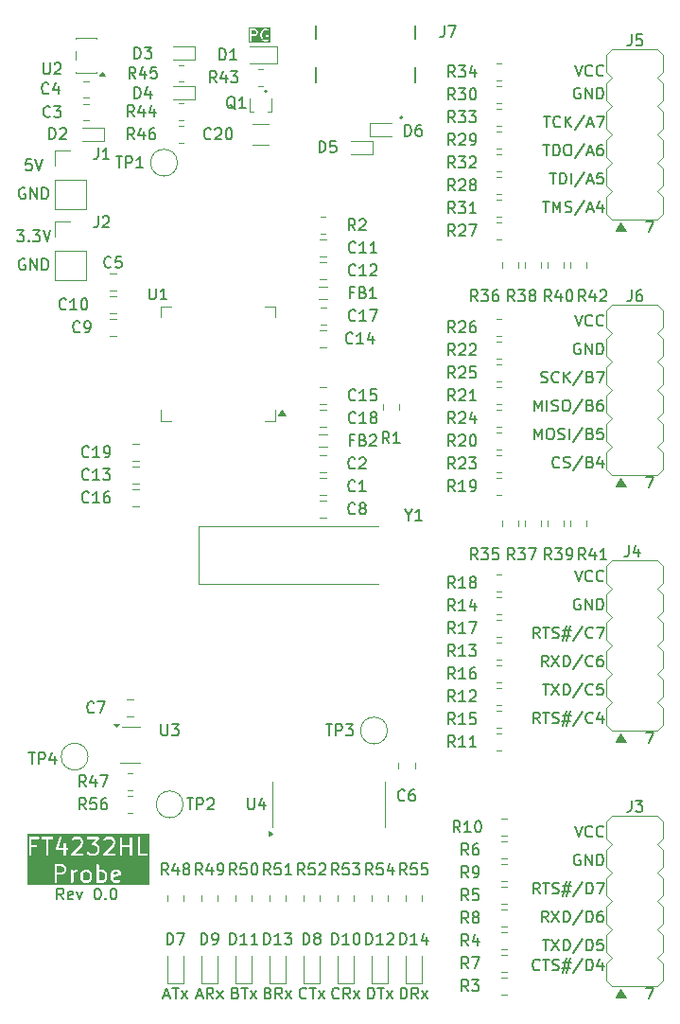
<source format=gbr>
%TF.GenerationSoftware,KiCad,Pcbnew,9.0.6-9.0.6~ubuntu24.04.1*%
%TF.CreationDate,2026-01-25T19:23:25-03:00*%
%TF.ProjectId,cotti_probe,636f7474-695f-4707-926f-62652e6b6963,0.0*%
%TF.SameCoordinates,Original*%
%TF.FileFunction,Legend,Top*%
%TF.FilePolarity,Positive*%
%FSLAX46Y46*%
G04 Gerber Fmt 4.6, Leading zero omitted, Abs format (unit mm)*
G04 Created by KiCad (PCBNEW 9.0.6-9.0.6~ubuntu24.04.1) date 2026-01-25 19:23:25*
%MOMM*%
%LPD*%
G01*
G04 APERTURE LIST*
%ADD10C,0.150000*%
%ADD11C,0.200000*%
%ADD12C,0.120000*%
%ADD13C,0.100000*%
%ADD14C,0.127000*%
G04 APERTURE END LIST*
D10*
X179416553Y-103501819D02*
X179083220Y-103025628D01*
X178845125Y-103501819D02*
X178845125Y-102501819D01*
X178845125Y-102501819D02*
X179226077Y-102501819D01*
X179226077Y-102501819D02*
X179321315Y-102549438D01*
X179321315Y-102549438D02*
X179368934Y-102597057D01*
X179368934Y-102597057D02*
X179416553Y-102692295D01*
X179416553Y-102692295D02*
X179416553Y-102835152D01*
X179416553Y-102835152D02*
X179368934Y-102930390D01*
X179368934Y-102930390D02*
X179321315Y-102978009D01*
X179321315Y-102978009D02*
X179226077Y-103025628D01*
X179226077Y-103025628D02*
X178845125Y-103025628D01*
X179702268Y-102501819D02*
X180273696Y-102501819D01*
X179987982Y-103501819D02*
X179987982Y-102501819D01*
X180559411Y-103454200D02*
X180702268Y-103501819D01*
X180702268Y-103501819D02*
X180940363Y-103501819D01*
X180940363Y-103501819D02*
X181035601Y-103454200D01*
X181035601Y-103454200D02*
X181083220Y-103406580D01*
X181083220Y-103406580D02*
X181130839Y-103311342D01*
X181130839Y-103311342D02*
X181130839Y-103216104D01*
X181130839Y-103216104D02*
X181083220Y-103120866D01*
X181083220Y-103120866D02*
X181035601Y-103073247D01*
X181035601Y-103073247D02*
X180940363Y-103025628D01*
X180940363Y-103025628D02*
X180749887Y-102978009D01*
X180749887Y-102978009D02*
X180654649Y-102930390D01*
X180654649Y-102930390D02*
X180607030Y-102882771D01*
X180607030Y-102882771D02*
X180559411Y-102787533D01*
X180559411Y-102787533D02*
X180559411Y-102692295D01*
X180559411Y-102692295D02*
X180607030Y-102597057D01*
X180607030Y-102597057D02*
X180654649Y-102549438D01*
X180654649Y-102549438D02*
X180749887Y-102501819D01*
X180749887Y-102501819D02*
X180987982Y-102501819D01*
X180987982Y-102501819D02*
X181130839Y-102549438D01*
X181511792Y-102835152D02*
X182226077Y-102835152D01*
X181797506Y-102406580D02*
X181511792Y-103692295D01*
X182130839Y-103263723D02*
X181416554Y-103263723D01*
X181845125Y-103692295D02*
X182130839Y-102406580D01*
X183273696Y-102454200D02*
X182416554Y-103739914D01*
X183607030Y-103501819D02*
X183607030Y-102501819D01*
X183607030Y-102501819D02*
X183845125Y-102501819D01*
X183845125Y-102501819D02*
X183987982Y-102549438D01*
X183987982Y-102549438D02*
X184083220Y-102644676D01*
X184083220Y-102644676D02*
X184130839Y-102739914D01*
X184130839Y-102739914D02*
X184178458Y-102930390D01*
X184178458Y-102930390D02*
X184178458Y-103073247D01*
X184178458Y-103073247D02*
X184130839Y-103263723D01*
X184130839Y-103263723D02*
X184083220Y-103358961D01*
X184083220Y-103358961D02*
X183987982Y-103454200D01*
X183987982Y-103454200D02*
X183845125Y-103501819D01*
X183845125Y-103501819D02*
X183607030Y-103501819D01*
X184511792Y-102501819D02*
X185178458Y-102501819D01*
X185178458Y-102501819D02*
X184749887Y-103501819D01*
X179702268Y-84721819D02*
X180273696Y-84721819D01*
X179987982Y-85721819D02*
X179987982Y-84721819D01*
X180511792Y-84721819D02*
X181178458Y-85721819D01*
X181178458Y-84721819D02*
X180511792Y-85721819D01*
X181559411Y-85721819D02*
X181559411Y-84721819D01*
X181559411Y-84721819D02*
X181797506Y-84721819D01*
X181797506Y-84721819D02*
X181940363Y-84769438D01*
X181940363Y-84769438D02*
X182035601Y-84864676D01*
X182035601Y-84864676D02*
X182083220Y-84959914D01*
X182083220Y-84959914D02*
X182130839Y-85150390D01*
X182130839Y-85150390D02*
X182130839Y-85293247D01*
X182130839Y-85293247D02*
X182083220Y-85483723D01*
X182083220Y-85483723D02*
X182035601Y-85578961D01*
X182035601Y-85578961D02*
X181940363Y-85674200D01*
X181940363Y-85674200D02*
X181797506Y-85721819D01*
X181797506Y-85721819D02*
X181559411Y-85721819D01*
X183273696Y-84674200D02*
X182416554Y-85959914D01*
X184178458Y-85626580D02*
X184130839Y-85674200D01*
X184130839Y-85674200D02*
X183987982Y-85721819D01*
X183987982Y-85721819D02*
X183892744Y-85721819D01*
X183892744Y-85721819D02*
X183749887Y-85674200D01*
X183749887Y-85674200D02*
X183654649Y-85578961D01*
X183654649Y-85578961D02*
X183607030Y-85483723D01*
X183607030Y-85483723D02*
X183559411Y-85293247D01*
X183559411Y-85293247D02*
X183559411Y-85150390D01*
X183559411Y-85150390D02*
X183607030Y-84959914D01*
X183607030Y-84959914D02*
X183654649Y-84864676D01*
X183654649Y-84864676D02*
X183749887Y-84769438D01*
X183749887Y-84769438D02*
X183892744Y-84721819D01*
X183892744Y-84721819D02*
X183987982Y-84721819D01*
X183987982Y-84721819D02*
X184130839Y-84769438D01*
X184130839Y-84769438D02*
X184178458Y-84817057D01*
X185083220Y-84721819D02*
X184607030Y-84721819D01*
X184607030Y-84721819D02*
X184559411Y-85198009D01*
X184559411Y-85198009D02*
X184607030Y-85150390D01*
X184607030Y-85150390D02*
X184702268Y-85102771D01*
X184702268Y-85102771D02*
X184940363Y-85102771D01*
X184940363Y-85102771D02*
X185035601Y-85150390D01*
X185035601Y-85150390D02*
X185083220Y-85198009D01*
X185083220Y-85198009D02*
X185130839Y-85293247D01*
X185130839Y-85293247D02*
X185130839Y-85531342D01*
X185130839Y-85531342D02*
X185083220Y-85626580D01*
X185083220Y-85626580D02*
X185035601Y-85674200D01*
X185035601Y-85674200D02*
X184940363Y-85721819D01*
X184940363Y-85721819D02*
X184702268Y-85721819D01*
X184702268Y-85721819D02*
X184607030Y-85674200D01*
X184607030Y-85674200D02*
X184559411Y-85626580D01*
X166981333Y-112899819D02*
X166981333Y-111899819D01*
X166981333Y-111899819D02*
X167219428Y-111899819D01*
X167219428Y-111899819D02*
X167362285Y-111947438D01*
X167362285Y-111947438D02*
X167457523Y-112042676D01*
X167457523Y-112042676D02*
X167505142Y-112137914D01*
X167505142Y-112137914D02*
X167552761Y-112328390D01*
X167552761Y-112328390D02*
X167552761Y-112471247D01*
X167552761Y-112471247D02*
X167505142Y-112661723D01*
X167505142Y-112661723D02*
X167457523Y-112756961D01*
X167457523Y-112756961D02*
X167362285Y-112852200D01*
X167362285Y-112852200D02*
X167219428Y-112899819D01*
X167219428Y-112899819D02*
X166981333Y-112899819D01*
X168552761Y-112899819D02*
X168219428Y-112423628D01*
X167981333Y-112899819D02*
X167981333Y-111899819D01*
X167981333Y-111899819D02*
X168362285Y-111899819D01*
X168362285Y-111899819D02*
X168457523Y-111947438D01*
X168457523Y-111947438D02*
X168505142Y-111995057D01*
X168505142Y-111995057D02*
X168552761Y-112090295D01*
X168552761Y-112090295D02*
X168552761Y-112233152D01*
X168552761Y-112233152D02*
X168505142Y-112328390D01*
X168505142Y-112328390D02*
X168457523Y-112376009D01*
X168457523Y-112376009D02*
X168362285Y-112423628D01*
X168362285Y-112423628D02*
X167981333Y-112423628D01*
X168886095Y-112899819D02*
X169409904Y-112233152D01*
X168886095Y-112233152D02*
X169409904Y-112899819D01*
X183035601Y-54289438D02*
X182940363Y-54241819D01*
X182940363Y-54241819D02*
X182797506Y-54241819D01*
X182797506Y-54241819D02*
X182654649Y-54289438D01*
X182654649Y-54289438D02*
X182559411Y-54384676D01*
X182559411Y-54384676D02*
X182511792Y-54479914D01*
X182511792Y-54479914D02*
X182464173Y-54670390D01*
X182464173Y-54670390D02*
X182464173Y-54813247D01*
X182464173Y-54813247D02*
X182511792Y-55003723D01*
X182511792Y-55003723D02*
X182559411Y-55098961D01*
X182559411Y-55098961D02*
X182654649Y-55194200D01*
X182654649Y-55194200D02*
X182797506Y-55241819D01*
X182797506Y-55241819D02*
X182892744Y-55241819D01*
X182892744Y-55241819D02*
X183035601Y-55194200D01*
X183035601Y-55194200D02*
X183083220Y-55146580D01*
X183083220Y-55146580D02*
X183083220Y-54813247D01*
X183083220Y-54813247D02*
X182892744Y-54813247D01*
X183511792Y-55241819D02*
X183511792Y-54241819D01*
X183511792Y-54241819D02*
X184083220Y-55241819D01*
X184083220Y-55241819D02*
X184083220Y-54241819D01*
X184559411Y-55241819D02*
X184559411Y-54241819D01*
X184559411Y-54241819D02*
X184797506Y-54241819D01*
X184797506Y-54241819D02*
X184940363Y-54289438D01*
X184940363Y-54289438D02*
X185035601Y-54384676D01*
X185035601Y-54384676D02*
X185083220Y-54479914D01*
X185083220Y-54479914D02*
X185130839Y-54670390D01*
X185130839Y-54670390D02*
X185130839Y-54813247D01*
X185130839Y-54813247D02*
X185083220Y-55003723D01*
X185083220Y-55003723D02*
X185035601Y-55098961D01*
X185035601Y-55098961D02*
X184940363Y-55194200D01*
X184940363Y-55194200D02*
X184797506Y-55241819D01*
X184797506Y-55241819D02*
X184559411Y-55241819D01*
X182559411Y-29349819D02*
X182892744Y-30349819D01*
X182892744Y-30349819D02*
X183226077Y-29349819D01*
X184130839Y-30254580D02*
X184083220Y-30302200D01*
X184083220Y-30302200D02*
X183940363Y-30349819D01*
X183940363Y-30349819D02*
X183845125Y-30349819D01*
X183845125Y-30349819D02*
X183702268Y-30302200D01*
X183702268Y-30302200D02*
X183607030Y-30206961D01*
X183607030Y-30206961D02*
X183559411Y-30111723D01*
X183559411Y-30111723D02*
X183511792Y-29921247D01*
X183511792Y-29921247D02*
X183511792Y-29778390D01*
X183511792Y-29778390D02*
X183559411Y-29587914D01*
X183559411Y-29587914D02*
X183607030Y-29492676D01*
X183607030Y-29492676D02*
X183702268Y-29397438D01*
X183702268Y-29397438D02*
X183845125Y-29349819D01*
X183845125Y-29349819D02*
X183940363Y-29349819D01*
X183940363Y-29349819D02*
X184083220Y-29397438D01*
X184083220Y-29397438D02*
X184130839Y-29445057D01*
X185130839Y-30254580D02*
X185083220Y-30302200D01*
X185083220Y-30302200D02*
X184940363Y-30349819D01*
X184940363Y-30349819D02*
X184845125Y-30349819D01*
X184845125Y-30349819D02*
X184702268Y-30302200D01*
X184702268Y-30302200D02*
X184607030Y-30206961D01*
X184607030Y-30206961D02*
X184559411Y-30111723D01*
X184559411Y-30111723D02*
X184511792Y-29921247D01*
X184511792Y-29921247D02*
X184511792Y-29778390D01*
X184511792Y-29778390D02*
X184559411Y-29587914D01*
X184559411Y-29587914D02*
X184607030Y-29492676D01*
X184607030Y-29492676D02*
X184702268Y-29397438D01*
X184702268Y-29397438D02*
X184845125Y-29349819D01*
X184845125Y-29349819D02*
X184940363Y-29349819D01*
X184940363Y-29349819D02*
X185083220Y-29397438D01*
X185083220Y-29397438D02*
X185130839Y-29445057D01*
X183035601Y-100009438D02*
X182940363Y-99961819D01*
X182940363Y-99961819D02*
X182797506Y-99961819D01*
X182797506Y-99961819D02*
X182654649Y-100009438D01*
X182654649Y-100009438D02*
X182559411Y-100104676D01*
X182559411Y-100104676D02*
X182511792Y-100199914D01*
X182511792Y-100199914D02*
X182464173Y-100390390D01*
X182464173Y-100390390D02*
X182464173Y-100533247D01*
X182464173Y-100533247D02*
X182511792Y-100723723D01*
X182511792Y-100723723D02*
X182559411Y-100818961D01*
X182559411Y-100818961D02*
X182654649Y-100914200D01*
X182654649Y-100914200D02*
X182797506Y-100961819D01*
X182797506Y-100961819D02*
X182892744Y-100961819D01*
X182892744Y-100961819D02*
X183035601Y-100914200D01*
X183035601Y-100914200D02*
X183083220Y-100866580D01*
X183083220Y-100866580D02*
X183083220Y-100533247D01*
X183083220Y-100533247D02*
X182892744Y-100533247D01*
X183511792Y-100961819D02*
X183511792Y-99961819D01*
X183511792Y-99961819D02*
X184083220Y-100961819D01*
X184083220Y-100961819D02*
X184083220Y-99961819D01*
X184559411Y-100961819D02*
X184559411Y-99961819D01*
X184559411Y-99961819D02*
X184797506Y-99961819D01*
X184797506Y-99961819D02*
X184940363Y-100009438D01*
X184940363Y-100009438D02*
X185035601Y-100104676D01*
X185035601Y-100104676D02*
X185083220Y-100199914D01*
X185083220Y-100199914D02*
X185130839Y-100390390D01*
X185130839Y-100390390D02*
X185130839Y-100533247D01*
X185130839Y-100533247D02*
X185083220Y-100723723D01*
X185083220Y-100723723D02*
X185035601Y-100818961D01*
X185035601Y-100818961D02*
X184940363Y-100914200D01*
X184940363Y-100914200D02*
X184797506Y-100961819D01*
X184797506Y-100961819D02*
X184559411Y-100961819D01*
G36*
X153974858Y-26284077D02*
G01*
X154005265Y-26314484D01*
X154039523Y-26383000D01*
X154039523Y-26490447D01*
X154005265Y-26558963D01*
X153974858Y-26589370D01*
X153906342Y-26623628D01*
X153618095Y-26623628D01*
X153618095Y-26249819D01*
X153906342Y-26249819D01*
X153974858Y-26284077D01*
G37*
G36*
X155300634Y-27360930D02*
G01*
X153356984Y-27360930D01*
X153356984Y-26174819D01*
X153468095Y-26174819D01*
X153468095Y-27174819D01*
X153469536Y-27189451D01*
X153480735Y-27216487D01*
X153501427Y-27237179D01*
X153528463Y-27248378D01*
X153557727Y-27248378D01*
X153584763Y-27237179D01*
X153605455Y-27216487D01*
X153616654Y-27189451D01*
X153618095Y-27174819D01*
X153618095Y-26773628D01*
X153924047Y-26773628D01*
X153938679Y-26772187D01*
X153941168Y-26771155D01*
X153943856Y-26770965D01*
X153957588Y-26765710D01*
X154052826Y-26718091D01*
X154059125Y-26714126D01*
X154060953Y-26713369D01*
X154063009Y-26711680D01*
X154065269Y-26710259D01*
X154066568Y-26708760D01*
X154072318Y-26704042D01*
X154119937Y-26656423D01*
X154124655Y-26650673D01*
X154126154Y-26649374D01*
X154127575Y-26647114D01*
X154129264Y-26645058D01*
X154130021Y-26643230D01*
X154133986Y-26636931D01*
X154150757Y-26603390D01*
X154420476Y-26603390D01*
X154420476Y-26746247D01*
X154420727Y-26748800D01*
X154420565Y-26749893D01*
X154421374Y-26755366D01*
X154421917Y-26760879D01*
X154422339Y-26761900D01*
X154422715Y-26764437D01*
X154470334Y-26954913D01*
X154470719Y-26955992D01*
X154470758Y-26956532D01*
X154473085Y-26962613D01*
X154475281Y-26968759D01*
X154475603Y-26969194D01*
X154476013Y-26970264D01*
X154523632Y-27065502D01*
X154527595Y-27071798D01*
X154528353Y-27073628D01*
X154530042Y-27075686D01*
X154531464Y-27077945D01*
X154532962Y-27079244D01*
X154537681Y-27084994D01*
X154632919Y-27180233D01*
X154644284Y-27189561D01*
X154646774Y-27190592D01*
X154648809Y-27192357D01*
X154662235Y-27198351D01*
X154805091Y-27245970D01*
X154812346Y-27247619D01*
X154814177Y-27248378D01*
X154816830Y-27248639D01*
X154819428Y-27249230D01*
X154821402Y-27249089D01*
X154828809Y-27249819D01*
X154924047Y-27249819D01*
X154931452Y-27249089D01*
X154933427Y-27249230D01*
X154936024Y-27248639D01*
X154938679Y-27248378D01*
X154940510Y-27247619D01*
X154947764Y-27245970D01*
X155090621Y-27198351D01*
X155104046Y-27192357D01*
X155106081Y-27190591D01*
X155108572Y-27189560D01*
X155119938Y-27180232D01*
X155167556Y-27132613D01*
X155176884Y-27121247D01*
X155184165Y-27103668D01*
X155188082Y-27094212D01*
X155189523Y-27079580D01*
X155189523Y-26746247D01*
X155188082Y-26731615D01*
X155176883Y-26704579D01*
X155156191Y-26683887D01*
X155129155Y-26672688D01*
X155114523Y-26671247D01*
X154924047Y-26671247D01*
X154909415Y-26672688D01*
X154882379Y-26683887D01*
X154861687Y-26704579D01*
X154850488Y-26731615D01*
X154850488Y-26760879D01*
X154861687Y-26787915D01*
X154882379Y-26808607D01*
X154909415Y-26819806D01*
X154924047Y-26821247D01*
X155039523Y-26821247D01*
X155039523Y-27048514D01*
X155026390Y-27061647D01*
X154911877Y-27099819D01*
X154840979Y-27099819D01*
X154726466Y-27061648D01*
X154652353Y-26987534D01*
X154613859Y-26910547D01*
X154570476Y-26737013D01*
X154570476Y-26612624D01*
X154613859Y-26439090D01*
X154652353Y-26362103D01*
X154726466Y-26287990D01*
X154840979Y-26249819D01*
X154953961Y-26249819D01*
X155033363Y-26289520D01*
X155047094Y-26294775D01*
X155076284Y-26296849D01*
X155104046Y-26287595D01*
X155126153Y-26268422D01*
X155139241Y-26242247D01*
X155141315Y-26213057D01*
X155132061Y-26185296D01*
X155112888Y-26163188D01*
X155100445Y-26155356D01*
X155005207Y-26107737D01*
X154991475Y-26102482D01*
X154988787Y-26102291D01*
X154986298Y-26101260D01*
X154971666Y-26099819D01*
X154828809Y-26099819D01*
X154821402Y-26100548D01*
X154819428Y-26100408D01*
X154816830Y-26100998D01*
X154814177Y-26101260D01*
X154812346Y-26102018D01*
X154805091Y-26103668D01*
X154662235Y-26151287D01*
X154648809Y-26157281D01*
X154646774Y-26159045D01*
X154644284Y-26160077D01*
X154632919Y-26169405D01*
X154537681Y-26264643D01*
X154532962Y-26270392D01*
X154531464Y-26271692D01*
X154530042Y-26273951D01*
X154528354Y-26276008D01*
X154527596Y-26277835D01*
X154523632Y-26284135D01*
X154476013Y-26379373D01*
X154475603Y-26380442D01*
X154475281Y-26380878D01*
X154473085Y-26387023D01*
X154470758Y-26393105D01*
X154470719Y-26393644D01*
X154470334Y-26394724D01*
X154422715Y-26585200D01*
X154422339Y-26587736D01*
X154421917Y-26588758D01*
X154421374Y-26594270D01*
X154420565Y-26599744D01*
X154420727Y-26600836D01*
X154420476Y-26603390D01*
X154150757Y-26603390D01*
X154181605Y-26541693D01*
X154186860Y-26527962D01*
X154187051Y-26525272D01*
X154188082Y-26522784D01*
X154189523Y-26508152D01*
X154189523Y-26365295D01*
X154188082Y-26350663D01*
X154187051Y-26348174D01*
X154186860Y-26345485D01*
X154181605Y-26331754D01*
X154133986Y-26236516D01*
X154130021Y-26230216D01*
X154129264Y-26228389D01*
X154127575Y-26226332D01*
X154126154Y-26224073D01*
X154124655Y-26222773D01*
X154119937Y-26217024D01*
X154072318Y-26169405D01*
X154066568Y-26164686D01*
X154065269Y-26163188D01*
X154063009Y-26161766D01*
X154060953Y-26160078D01*
X154059125Y-26159320D01*
X154052826Y-26155356D01*
X153957588Y-26107737D01*
X153943856Y-26102482D01*
X153941168Y-26102291D01*
X153938679Y-26101260D01*
X153924047Y-26099819D01*
X153543095Y-26099819D01*
X153528463Y-26101260D01*
X153501427Y-26112459D01*
X153480735Y-26133151D01*
X153469536Y-26160187D01*
X153468095Y-26174819D01*
X153356984Y-26174819D01*
X153356984Y-25988708D01*
X155300634Y-25988708D01*
X155300634Y-27360930D01*
G37*
X152193714Y-112376009D02*
X152336571Y-112423628D01*
X152336571Y-112423628D02*
X152384190Y-112471247D01*
X152384190Y-112471247D02*
X152431809Y-112566485D01*
X152431809Y-112566485D02*
X152431809Y-112709342D01*
X152431809Y-112709342D02*
X152384190Y-112804580D01*
X152384190Y-112804580D02*
X152336571Y-112852200D01*
X152336571Y-112852200D02*
X152241333Y-112899819D01*
X152241333Y-112899819D02*
X151860381Y-112899819D01*
X151860381Y-112899819D02*
X151860381Y-111899819D01*
X151860381Y-111899819D02*
X152193714Y-111899819D01*
X152193714Y-111899819D02*
X152288952Y-111947438D01*
X152288952Y-111947438D02*
X152336571Y-111995057D01*
X152336571Y-111995057D02*
X152384190Y-112090295D01*
X152384190Y-112090295D02*
X152384190Y-112185533D01*
X152384190Y-112185533D02*
X152336571Y-112280771D01*
X152336571Y-112280771D02*
X152288952Y-112328390D01*
X152288952Y-112328390D02*
X152193714Y-112376009D01*
X152193714Y-112376009D02*
X151860381Y-112376009D01*
X152717524Y-111899819D02*
X153288952Y-111899819D01*
X153003238Y-112899819D02*
X153003238Y-111899819D01*
X153527048Y-112899819D02*
X154050857Y-112233152D01*
X153527048Y-112233152D02*
X154050857Y-112899819D01*
X178940364Y-62861819D02*
X178940364Y-61861819D01*
X178940364Y-61861819D02*
X179273697Y-62576104D01*
X179273697Y-62576104D02*
X179607030Y-61861819D01*
X179607030Y-61861819D02*
X179607030Y-62861819D01*
X180273697Y-61861819D02*
X180464173Y-61861819D01*
X180464173Y-61861819D02*
X180559411Y-61909438D01*
X180559411Y-61909438D02*
X180654649Y-62004676D01*
X180654649Y-62004676D02*
X180702268Y-62195152D01*
X180702268Y-62195152D02*
X180702268Y-62528485D01*
X180702268Y-62528485D02*
X180654649Y-62718961D01*
X180654649Y-62718961D02*
X180559411Y-62814200D01*
X180559411Y-62814200D02*
X180464173Y-62861819D01*
X180464173Y-62861819D02*
X180273697Y-62861819D01*
X180273697Y-62861819D02*
X180178459Y-62814200D01*
X180178459Y-62814200D02*
X180083221Y-62718961D01*
X180083221Y-62718961D02*
X180035602Y-62528485D01*
X180035602Y-62528485D02*
X180035602Y-62195152D01*
X180035602Y-62195152D02*
X180083221Y-62004676D01*
X180083221Y-62004676D02*
X180178459Y-61909438D01*
X180178459Y-61909438D02*
X180273697Y-61861819D01*
X181083221Y-62814200D02*
X181226078Y-62861819D01*
X181226078Y-62861819D02*
X181464173Y-62861819D01*
X181464173Y-62861819D02*
X181559411Y-62814200D01*
X181559411Y-62814200D02*
X181607030Y-62766580D01*
X181607030Y-62766580D02*
X181654649Y-62671342D01*
X181654649Y-62671342D02*
X181654649Y-62576104D01*
X181654649Y-62576104D02*
X181607030Y-62480866D01*
X181607030Y-62480866D02*
X181559411Y-62433247D01*
X181559411Y-62433247D02*
X181464173Y-62385628D01*
X181464173Y-62385628D02*
X181273697Y-62338009D01*
X181273697Y-62338009D02*
X181178459Y-62290390D01*
X181178459Y-62290390D02*
X181130840Y-62242771D01*
X181130840Y-62242771D02*
X181083221Y-62147533D01*
X181083221Y-62147533D02*
X181083221Y-62052295D01*
X181083221Y-62052295D02*
X181130840Y-61957057D01*
X181130840Y-61957057D02*
X181178459Y-61909438D01*
X181178459Y-61909438D02*
X181273697Y-61861819D01*
X181273697Y-61861819D02*
X181511792Y-61861819D01*
X181511792Y-61861819D02*
X181654649Y-61909438D01*
X182083221Y-62861819D02*
X182083221Y-61861819D01*
X183273696Y-61814200D02*
X182416554Y-63099914D01*
X183940363Y-62338009D02*
X184083220Y-62385628D01*
X184083220Y-62385628D02*
X184130839Y-62433247D01*
X184130839Y-62433247D02*
X184178458Y-62528485D01*
X184178458Y-62528485D02*
X184178458Y-62671342D01*
X184178458Y-62671342D02*
X184130839Y-62766580D01*
X184130839Y-62766580D02*
X184083220Y-62814200D01*
X184083220Y-62814200D02*
X183987982Y-62861819D01*
X183987982Y-62861819D02*
X183607030Y-62861819D01*
X183607030Y-62861819D02*
X183607030Y-61861819D01*
X183607030Y-61861819D02*
X183940363Y-61861819D01*
X183940363Y-61861819D02*
X184035601Y-61909438D01*
X184035601Y-61909438D02*
X184083220Y-61957057D01*
X184083220Y-61957057D02*
X184130839Y-62052295D01*
X184130839Y-62052295D02*
X184130839Y-62147533D01*
X184130839Y-62147533D02*
X184083220Y-62242771D01*
X184083220Y-62242771D02*
X184035601Y-62290390D01*
X184035601Y-62290390D02*
X183940363Y-62338009D01*
X183940363Y-62338009D02*
X183607030Y-62338009D01*
X185083220Y-61861819D02*
X184607030Y-61861819D01*
X184607030Y-61861819D02*
X184559411Y-62338009D01*
X184559411Y-62338009D02*
X184607030Y-62290390D01*
X184607030Y-62290390D02*
X184702268Y-62242771D01*
X184702268Y-62242771D02*
X184940363Y-62242771D01*
X184940363Y-62242771D02*
X185035601Y-62290390D01*
X185035601Y-62290390D02*
X185083220Y-62338009D01*
X185083220Y-62338009D02*
X185130839Y-62433247D01*
X185130839Y-62433247D02*
X185130839Y-62671342D01*
X185130839Y-62671342D02*
X185083220Y-62766580D01*
X185083220Y-62766580D02*
X185035601Y-62814200D01*
X185035601Y-62814200D02*
X184940363Y-62861819D01*
X184940363Y-62861819D02*
X184702268Y-62861819D01*
X184702268Y-62861819D02*
X184607030Y-62814200D01*
X184607030Y-62814200D02*
X184559411Y-62766580D01*
X133921523Y-37798819D02*
X133445333Y-37798819D01*
X133445333Y-37798819D02*
X133397714Y-38275009D01*
X133397714Y-38275009D02*
X133445333Y-38227390D01*
X133445333Y-38227390D02*
X133540571Y-38179771D01*
X133540571Y-38179771D02*
X133778666Y-38179771D01*
X133778666Y-38179771D02*
X133873904Y-38227390D01*
X133873904Y-38227390D02*
X133921523Y-38275009D01*
X133921523Y-38275009D02*
X133969142Y-38370247D01*
X133969142Y-38370247D02*
X133969142Y-38608342D01*
X133969142Y-38608342D02*
X133921523Y-38703580D01*
X133921523Y-38703580D02*
X133873904Y-38751200D01*
X133873904Y-38751200D02*
X133778666Y-38798819D01*
X133778666Y-38798819D02*
X133540571Y-38798819D01*
X133540571Y-38798819D02*
X133445333Y-38751200D01*
X133445333Y-38751200D02*
X133397714Y-38703580D01*
X134254857Y-37798819D02*
X134588190Y-38798819D01*
X134588190Y-38798819D02*
X134921523Y-37798819D01*
X182559411Y-74561819D02*
X182892744Y-75561819D01*
X182892744Y-75561819D02*
X183226077Y-74561819D01*
X184130839Y-75466580D02*
X184083220Y-75514200D01*
X184083220Y-75514200D02*
X183940363Y-75561819D01*
X183940363Y-75561819D02*
X183845125Y-75561819D01*
X183845125Y-75561819D02*
X183702268Y-75514200D01*
X183702268Y-75514200D02*
X183607030Y-75418961D01*
X183607030Y-75418961D02*
X183559411Y-75323723D01*
X183559411Y-75323723D02*
X183511792Y-75133247D01*
X183511792Y-75133247D02*
X183511792Y-74990390D01*
X183511792Y-74990390D02*
X183559411Y-74799914D01*
X183559411Y-74799914D02*
X183607030Y-74704676D01*
X183607030Y-74704676D02*
X183702268Y-74609438D01*
X183702268Y-74609438D02*
X183845125Y-74561819D01*
X183845125Y-74561819D02*
X183940363Y-74561819D01*
X183940363Y-74561819D02*
X184083220Y-74609438D01*
X184083220Y-74609438D02*
X184130839Y-74657057D01*
X185130839Y-75466580D02*
X185083220Y-75514200D01*
X185083220Y-75514200D02*
X184940363Y-75561819D01*
X184940363Y-75561819D02*
X184845125Y-75561819D01*
X184845125Y-75561819D02*
X184702268Y-75514200D01*
X184702268Y-75514200D02*
X184607030Y-75418961D01*
X184607030Y-75418961D02*
X184559411Y-75323723D01*
X184559411Y-75323723D02*
X184511792Y-75133247D01*
X184511792Y-75133247D02*
X184511792Y-74990390D01*
X184511792Y-74990390D02*
X184559411Y-74799914D01*
X184559411Y-74799914D02*
X184607030Y-74704676D01*
X184607030Y-74704676D02*
X184702268Y-74609438D01*
X184702268Y-74609438D02*
X184845125Y-74561819D01*
X184845125Y-74561819D02*
X184940363Y-74561819D01*
X184940363Y-74561819D02*
X185083220Y-74609438D01*
X185083220Y-74609438D02*
X185130839Y-74657057D01*
X133350095Y-46746438D02*
X133254857Y-46698819D01*
X133254857Y-46698819D02*
X133112000Y-46698819D01*
X133112000Y-46698819D02*
X132969143Y-46746438D01*
X132969143Y-46746438D02*
X132873905Y-46841676D01*
X132873905Y-46841676D02*
X132826286Y-46936914D01*
X132826286Y-46936914D02*
X132778667Y-47127390D01*
X132778667Y-47127390D02*
X132778667Y-47270247D01*
X132778667Y-47270247D02*
X132826286Y-47460723D01*
X132826286Y-47460723D02*
X132873905Y-47555961D01*
X132873905Y-47555961D02*
X132969143Y-47651200D01*
X132969143Y-47651200D02*
X133112000Y-47698819D01*
X133112000Y-47698819D02*
X133207238Y-47698819D01*
X133207238Y-47698819D02*
X133350095Y-47651200D01*
X133350095Y-47651200D02*
X133397714Y-47603580D01*
X133397714Y-47603580D02*
X133397714Y-47270247D01*
X133397714Y-47270247D02*
X133207238Y-47270247D01*
X133826286Y-47698819D02*
X133826286Y-46698819D01*
X133826286Y-46698819D02*
X134397714Y-47698819D01*
X134397714Y-47698819D02*
X134397714Y-46698819D01*
X134873905Y-47698819D02*
X134873905Y-46698819D01*
X134873905Y-46698819D02*
X135112000Y-46698819D01*
X135112000Y-46698819D02*
X135254857Y-46746438D01*
X135254857Y-46746438D02*
X135350095Y-46841676D01*
X135350095Y-46841676D02*
X135397714Y-46936914D01*
X135397714Y-46936914D02*
X135445333Y-47127390D01*
X135445333Y-47127390D02*
X135445333Y-47270247D01*
X135445333Y-47270247D02*
X135397714Y-47460723D01*
X135397714Y-47460723D02*
X135350095Y-47555961D01*
X135350095Y-47555961D02*
X135254857Y-47651200D01*
X135254857Y-47651200D02*
X135112000Y-47698819D01*
X135112000Y-47698819D02*
X134873905Y-47698819D01*
X178940364Y-60321819D02*
X178940364Y-59321819D01*
X178940364Y-59321819D02*
X179273697Y-60036104D01*
X179273697Y-60036104D02*
X179607030Y-59321819D01*
X179607030Y-59321819D02*
X179607030Y-60321819D01*
X180083221Y-60321819D02*
X180083221Y-59321819D01*
X180511792Y-60274200D02*
X180654649Y-60321819D01*
X180654649Y-60321819D02*
X180892744Y-60321819D01*
X180892744Y-60321819D02*
X180987982Y-60274200D01*
X180987982Y-60274200D02*
X181035601Y-60226580D01*
X181035601Y-60226580D02*
X181083220Y-60131342D01*
X181083220Y-60131342D02*
X181083220Y-60036104D01*
X181083220Y-60036104D02*
X181035601Y-59940866D01*
X181035601Y-59940866D02*
X180987982Y-59893247D01*
X180987982Y-59893247D02*
X180892744Y-59845628D01*
X180892744Y-59845628D02*
X180702268Y-59798009D01*
X180702268Y-59798009D02*
X180607030Y-59750390D01*
X180607030Y-59750390D02*
X180559411Y-59702771D01*
X180559411Y-59702771D02*
X180511792Y-59607533D01*
X180511792Y-59607533D02*
X180511792Y-59512295D01*
X180511792Y-59512295D02*
X180559411Y-59417057D01*
X180559411Y-59417057D02*
X180607030Y-59369438D01*
X180607030Y-59369438D02*
X180702268Y-59321819D01*
X180702268Y-59321819D02*
X180940363Y-59321819D01*
X180940363Y-59321819D02*
X181083220Y-59369438D01*
X181702268Y-59321819D02*
X181892744Y-59321819D01*
X181892744Y-59321819D02*
X181987982Y-59369438D01*
X181987982Y-59369438D02*
X182083220Y-59464676D01*
X182083220Y-59464676D02*
X182130839Y-59655152D01*
X182130839Y-59655152D02*
X182130839Y-59988485D01*
X182130839Y-59988485D02*
X182083220Y-60178961D01*
X182083220Y-60178961D02*
X181987982Y-60274200D01*
X181987982Y-60274200D02*
X181892744Y-60321819D01*
X181892744Y-60321819D02*
X181702268Y-60321819D01*
X181702268Y-60321819D02*
X181607030Y-60274200D01*
X181607030Y-60274200D02*
X181511792Y-60178961D01*
X181511792Y-60178961D02*
X181464173Y-59988485D01*
X181464173Y-59988485D02*
X181464173Y-59655152D01*
X181464173Y-59655152D02*
X181511792Y-59464676D01*
X181511792Y-59464676D02*
X181607030Y-59369438D01*
X181607030Y-59369438D02*
X181702268Y-59321819D01*
X183273696Y-59274200D02*
X182416554Y-60559914D01*
X183940363Y-59798009D02*
X184083220Y-59845628D01*
X184083220Y-59845628D02*
X184130839Y-59893247D01*
X184130839Y-59893247D02*
X184178458Y-59988485D01*
X184178458Y-59988485D02*
X184178458Y-60131342D01*
X184178458Y-60131342D02*
X184130839Y-60226580D01*
X184130839Y-60226580D02*
X184083220Y-60274200D01*
X184083220Y-60274200D02*
X183987982Y-60321819D01*
X183987982Y-60321819D02*
X183607030Y-60321819D01*
X183607030Y-60321819D02*
X183607030Y-59321819D01*
X183607030Y-59321819D02*
X183940363Y-59321819D01*
X183940363Y-59321819D02*
X184035601Y-59369438D01*
X184035601Y-59369438D02*
X184083220Y-59417057D01*
X184083220Y-59417057D02*
X184130839Y-59512295D01*
X184130839Y-59512295D02*
X184130839Y-59607533D01*
X184130839Y-59607533D02*
X184083220Y-59702771D01*
X184083220Y-59702771D02*
X184035601Y-59750390D01*
X184035601Y-59750390D02*
X183940363Y-59798009D01*
X183940363Y-59798009D02*
X183607030Y-59798009D01*
X185035601Y-59321819D02*
X184845125Y-59321819D01*
X184845125Y-59321819D02*
X184749887Y-59369438D01*
X184749887Y-59369438D02*
X184702268Y-59417057D01*
X184702268Y-59417057D02*
X184607030Y-59559914D01*
X184607030Y-59559914D02*
X184559411Y-59750390D01*
X184559411Y-59750390D02*
X184559411Y-60131342D01*
X184559411Y-60131342D02*
X184607030Y-60226580D01*
X184607030Y-60226580D02*
X184654649Y-60274200D01*
X184654649Y-60274200D02*
X184749887Y-60321819D01*
X184749887Y-60321819D02*
X184940363Y-60321819D01*
X184940363Y-60321819D02*
X185035601Y-60274200D01*
X185035601Y-60274200D02*
X185083220Y-60226580D01*
X185083220Y-60226580D02*
X185130839Y-60131342D01*
X185130839Y-60131342D02*
X185130839Y-59893247D01*
X185130839Y-59893247D02*
X185083220Y-59798009D01*
X185083220Y-59798009D02*
X185035601Y-59750390D01*
X185035601Y-59750390D02*
X184940363Y-59702771D01*
X184940363Y-59702771D02*
X184749887Y-59702771D01*
X184749887Y-59702771D02*
X184654649Y-59750390D01*
X184654649Y-59750390D02*
X184607030Y-59798009D01*
X184607030Y-59798009D02*
X184559411Y-59893247D01*
X183035601Y-77149438D02*
X182940363Y-77101819D01*
X182940363Y-77101819D02*
X182797506Y-77101819D01*
X182797506Y-77101819D02*
X182654649Y-77149438D01*
X182654649Y-77149438D02*
X182559411Y-77244676D01*
X182559411Y-77244676D02*
X182511792Y-77339914D01*
X182511792Y-77339914D02*
X182464173Y-77530390D01*
X182464173Y-77530390D02*
X182464173Y-77673247D01*
X182464173Y-77673247D02*
X182511792Y-77863723D01*
X182511792Y-77863723D02*
X182559411Y-77958961D01*
X182559411Y-77958961D02*
X182654649Y-78054200D01*
X182654649Y-78054200D02*
X182797506Y-78101819D01*
X182797506Y-78101819D02*
X182892744Y-78101819D01*
X182892744Y-78101819D02*
X183035601Y-78054200D01*
X183035601Y-78054200D02*
X183083220Y-78006580D01*
X183083220Y-78006580D02*
X183083220Y-77673247D01*
X183083220Y-77673247D02*
X182892744Y-77673247D01*
X183511792Y-78101819D02*
X183511792Y-77101819D01*
X183511792Y-77101819D02*
X184083220Y-78101819D01*
X184083220Y-78101819D02*
X184083220Y-77101819D01*
X184559411Y-78101819D02*
X184559411Y-77101819D01*
X184559411Y-77101819D02*
X184797506Y-77101819D01*
X184797506Y-77101819D02*
X184940363Y-77149438D01*
X184940363Y-77149438D02*
X185035601Y-77244676D01*
X185035601Y-77244676D02*
X185083220Y-77339914D01*
X185083220Y-77339914D02*
X185130839Y-77530390D01*
X185130839Y-77530390D02*
X185130839Y-77673247D01*
X185130839Y-77673247D02*
X185083220Y-77863723D01*
X185083220Y-77863723D02*
X185035601Y-77958961D01*
X185035601Y-77958961D02*
X184940363Y-78054200D01*
X184940363Y-78054200D02*
X184797506Y-78101819D01*
X184797506Y-78101819D02*
X184559411Y-78101819D01*
X179749887Y-36461819D02*
X180321315Y-36461819D01*
X180035601Y-37461819D02*
X180035601Y-36461819D01*
X180654649Y-37461819D02*
X180654649Y-36461819D01*
X180654649Y-36461819D02*
X180892744Y-36461819D01*
X180892744Y-36461819D02*
X181035601Y-36509438D01*
X181035601Y-36509438D02*
X181130839Y-36604676D01*
X181130839Y-36604676D02*
X181178458Y-36699914D01*
X181178458Y-36699914D02*
X181226077Y-36890390D01*
X181226077Y-36890390D02*
X181226077Y-37033247D01*
X181226077Y-37033247D02*
X181178458Y-37223723D01*
X181178458Y-37223723D02*
X181130839Y-37318961D01*
X181130839Y-37318961D02*
X181035601Y-37414200D01*
X181035601Y-37414200D02*
X180892744Y-37461819D01*
X180892744Y-37461819D02*
X180654649Y-37461819D01*
X181845125Y-36461819D02*
X182035601Y-36461819D01*
X182035601Y-36461819D02*
X182130839Y-36509438D01*
X182130839Y-36509438D02*
X182226077Y-36604676D01*
X182226077Y-36604676D02*
X182273696Y-36795152D01*
X182273696Y-36795152D02*
X182273696Y-37128485D01*
X182273696Y-37128485D02*
X182226077Y-37318961D01*
X182226077Y-37318961D02*
X182130839Y-37414200D01*
X182130839Y-37414200D02*
X182035601Y-37461819D01*
X182035601Y-37461819D02*
X181845125Y-37461819D01*
X181845125Y-37461819D02*
X181749887Y-37414200D01*
X181749887Y-37414200D02*
X181654649Y-37318961D01*
X181654649Y-37318961D02*
X181607030Y-37128485D01*
X181607030Y-37128485D02*
X181607030Y-36795152D01*
X181607030Y-36795152D02*
X181654649Y-36604676D01*
X181654649Y-36604676D02*
X181749887Y-36509438D01*
X181749887Y-36509438D02*
X181845125Y-36461819D01*
X183416553Y-36414200D02*
X182559411Y-37699914D01*
X183702268Y-37176104D02*
X184178458Y-37176104D01*
X183607030Y-37461819D02*
X183940363Y-36461819D01*
X183940363Y-36461819D02*
X184273696Y-37461819D01*
X185035601Y-36461819D02*
X184845125Y-36461819D01*
X184845125Y-36461819D02*
X184749887Y-36509438D01*
X184749887Y-36509438D02*
X184702268Y-36557057D01*
X184702268Y-36557057D02*
X184607030Y-36699914D01*
X184607030Y-36699914D02*
X184559411Y-36890390D01*
X184559411Y-36890390D02*
X184559411Y-37271342D01*
X184559411Y-37271342D02*
X184607030Y-37366580D01*
X184607030Y-37366580D02*
X184654649Y-37414200D01*
X184654649Y-37414200D02*
X184749887Y-37461819D01*
X184749887Y-37461819D02*
X184940363Y-37461819D01*
X184940363Y-37461819D02*
X185035601Y-37414200D01*
X185035601Y-37414200D02*
X185083220Y-37366580D01*
X185083220Y-37366580D02*
X185130839Y-37271342D01*
X185130839Y-37271342D02*
X185130839Y-37033247D01*
X185130839Y-37033247D02*
X185083220Y-36938009D01*
X185083220Y-36938009D02*
X185035601Y-36890390D01*
X185035601Y-36890390D02*
X184940363Y-36842771D01*
X184940363Y-36842771D02*
X184749887Y-36842771D01*
X184749887Y-36842771D02*
X184654649Y-36890390D01*
X184654649Y-36890390D02*
X184607030Y-36938009D01*
X184607030Y-36938009D02*
X184559411Y-37033247D01*
X148717143Y-112614104D02*
X149193333Y-112614104D01*
X148621905Y-112899819D02*
X148955238Y-111899819D01*
X148955238Y-111899819D02*
X149288571Y-112899819D01*
X150193333Y-112899819D02*
X149860000Y-112423628D01*
X149621905Y-112899819D02*
X149621905Y-111899819D01*
X149621905Y-111899819D02*
X150002857Y-111899819D01*
X150002857Y-111899819D02*
X150098095Y-111947438D01*
X150098095Y-111947438D02*
X150145714Y-111995057D01*
X150145714Y-111995057D02*
X150193333Y-112090295D01*
X150193333Y-112090295D02*
X150193333Y-112233152D01*
X150193333Y-112233152D02*
X150145714Y-112328390D01*
X150145714Y-112328390D02*
X150098095Y-112376009D01*
X150098095Y-112376009D02*
X150002857Y-112423628D01*
X150002857Y-112423628D02*
X149621905Y-112423628D01*
X150526667Y-112899819D02*
X151050476Y-112233152D01*
X150526667Y-112233152D02*
X151050476Y-112899819D01*
X181178458Y-65306580D02*
X181130839Y-65354200D01*
X181130839Y-65354200D02*
X180987982Y-65401819D01*
X180987982Y-65401819D02*
X180892744Y-65401819D01*
X180892744Y-65401819D02*
X180749887Y-65354200D01*
X180749887Y-65354200D02*
X180654649Y-65258961D01*
X180654649Y-65258961D02*
X180607030Y-65163723D01*
X180607030Y-65163723D02*
X180559411Y-64973247D01*
X180559411Y-64973247D02*
X180559411Y-64830390D01*
X180559411Y-64830390D02*
X180607030Y-64639914D01*
X180607030Y-64639914D02*
X180654649Y-64544676D01*
X180654649Y-64544676D02*
X180749887Y-64449438D01*
X180749887Y-64449438D02*
X180892744Y-64401819D01*
X180892744Y-64401819D02*
X180987982Y-64401819D01*
X180987982Y-64401819D02*
X181130839Y-64449438D01*
X181130839Y-64449438D02*
X181178458Y-64497057D01*
X181559411Y-65354200D02*
X181702268Y-65401819D01*
X181702268Y-65401819D02*
X181940363Y-65401819D01*
X181940363Y-65401819D02*
X182035601Y-65354200D01*
X182035601Y-65354200D02*
X182083220Y-65306580D01*
X182083220Y-65306580D02*
X182130839Y-65211342D01*
X182130839Y-65211342D02*
X182130839Y-65116104D01*
X182130839Y-65116104D02*
X182083220Y-65020866D01*
X182083220Y-65020866D02*
X182035601Y-64973247D01*
X182035601Y-64973247D02*
X181940363Y-64925628D01*
X181940363Y-64925628D02*
X181749887Y-64878009D01*
X181749887Y-64878009D02*
X181654649Y-64830390D01*
X181654649Y-64830390D02*
X181607030Y-64782771D01*
X181607030Y-64782771D02*
X181559411Y-64687533D01*
X181559411Y-64687533D02*
X181559411Y-64592295D01*
X181559411Y-64592295D02*
X181607030Y-64497057D01*
X181607030Y-64497057D02*
X181654649Y-64449438D01*
X181654649Y-64449438D02*
X181749887Y-64401819D01*
X181749887Y-64401819D02*
X181987982Y-64401819D01*
X181987982Y-64401819D02*
X182130839Y-64449438D01*
X183273696Y-64354200D02*
X182416554Y-65639914D01*
X183940363Y-64878009D02*
X184083220Y-64925628D01*
X184083220Y-64925628D02*
X184130839Y-64973247D01*
X184130839Y-64973247D02*
X184178458Y-65068485D01*
X184178458Y-65068485D02*
X184178458Y-65211342D01*
X184178458Y-65211342D02*
X184130839Y-65306580D01*
X184130839Y-65306580D02*
X184083220Y-65354200D01*
X184083220Y-65354200D02*
X183987982Y-65401819D01*
X183987982Y-65401819D02*
X183607030Y-65401819D01*
X183607030Y-65401819D02*
X183607030Y-64401819D01*
X183607030Y-64401819D02*
X183940363Y-64401819D01*
X183940363Y-64401819D02*
X184035601Y-64449438D01*
X184035601Y-64449438D02*
X184083220Y-64497057D01*
X184083220Y-64497057D02*
X184130839Y-64592295D01*
X184130839Y-64592295D02*
X184130839Y-64687533D01*
X184130839Y-64687533D02*
X184083220Y-64782771D01*
X184083220Y-64782771D02*
X184035601Y-64830390D01*
X184035601Y-64830390D02*
X183940363Y-64878009D01*
X183940363Y-64878009D02*
X183607030Y-64878009D01*
X185035601Y-64735152D02*
X185035601Y-65401819D01*
X184797506Y-64354200D02*
X184559411Y-65068485D01*
X184559411Y-65068485D02*
X185178458Y-65068485D01*
X180321316Y-39001819D02*
X180892744Y-39001819D01*
X180607030Y-40001819D02*
X180607030Y-39001819D01*
X181226078Y-40001819D02*
X181226078Y-39001819D01*
X181226078Y-39001819D02*
X181464173Y-39001819D01*
X181464173Y-39001819D02*
X181607030Y-39049438D01*
X181607030Y-39049438D02*
X181702268Y-39144676D01*
X181702268Y-39144676D02*
X181749887Y-39239914D01*
X181749887Y-39239914D02*
X181797506Y-39430390D01*
X181797506Y-39430390D02*
X181797506Y-39573247D01*
X181797506Y-39573247D02*
X181749887Y-39763723D01*
X181749887Y-39763723D02*
X181702268Y-39858961D01*
X181702268Y-39858961D02*
X181607030Y-39954200D01*
X181607030Y-39954200D02*
X181464173Y-40001819D01*
X181464173Y-40001819D02*
X181226078Y-40001819D01*
X182226078Y-40001819D02*
X182226078Y-39001819D01*
X183416553Y-38954200D02*
X182559411Y-40239914D01*
X183702268Y-39716104D02*
X184178458Y-39716104D01*
X183607030Y-40001819D02*
X183940363Y-39001819D01*
X183940363Y-39001819D02*
X184273696Y-40001819D01*
X185083220Y-39001819D02*
X184607030Y-39001819D01*
X184607030Y-39001819D02*
X184559411Y-39478009D01*
X184559411Y-39478009D02*
X184607030Y-39430390D01*
X184607030Y-39430390D02*
X184702268Y-39382771D01*
X184702268Y-39382771D02*
X184940363Y-39382771D01*
X184940363Y-39382771D02*
X185035601Y-39430390D01*
X185035601Y-39430390D02*
X185083220Y-39478009D01*
X185083220Y-39478009D02*
X185130839Y-39573247D01*
X185130839Y-39573247D02*
X185130839Y-39811342D01*
X185130839Y-39811342D02*
X185083220Y-39906580D01*
X185083220Y-39906580D02*
X185035601Y-39954200D01*
X185035601Y-39954200D02*
X184940363Y-40001819D01*
X184940363Y-40001819D02*
X184702268Y-40001819D01*
X184702268Y-40001819D02*
X184607030Y-39954200D01*
X184607030Y-39954200D02*
X184559411Y-39906580D01*
X180178458Y-106041819D02*
X179845125Y-105565628D01*
X179607030Y-106041819D02*
X179607030Y-105041819D01*
X179607030Y-105041819D02*
X179987982Y-105041819D01*
X179987982Y-105041819D02*
X180083220Y-105089438D01*
X180083220Y-105089438D02*
X180130839Y-105137057D01*
X180130839Y-105137057D02*
X180178458Y-105232295D01*
X180178458Y-105232295D02*
X180178458Y-105375152D01*
X180178458Y-105375152D02*
X180130839Y-105470390D01*
X180130839Y-105470390D02*
X180083220Y-105518009D01*
X180083220Y-105518009D02*
X179987982Y-105565628D01*
X179987982Y-105565628D02*
X179607030Y-105565628D01*
X180511792Y-105041819D02*
X181178458Y-106041819D01*
X181178458Y-105041819D02*
X180511792Y-106041819D01*
X181559411Y-106041819D02*
X181559411Y-105041819D01*
X181559411Y-105041819D02*
X181797506Y-105041819D01*
X181797506Y-105041819D02*
X181940363Y-105089438D01*
X181940363Y-105089438D02*
X182035601Y-105184676D01*
X182035601Y-105184676D02*
X182083220Y-105279914D01*
X182083220Y-105279914D02*
X182130839Y-105470390D01*
X182130839Y-105470390D02*
X182130839Y-105613247D01*
X182130839Y-105613247D02*
X182083220Y-105803723D01*
X182083220Y-105803723D02*
X182035601Y-105898961D01*
X182035601Y-105898961D02*
X181940363Y-105994200D01*
X181940363Y-105994200D02*
X181797506Y-106041819D01*
X181797506Y-106041819D02*
X181559411Y-106041819D01*
X183273696Y-104994200D02*
X182416554Y-106279914D01*
X183607030Y-106041819D02*
X183607030Y-105041819D01*
X183607030Y-105041819D02*
X183845125Y-105041819D01*
X183845125Y-105041819D02*
X183987982Y-105089438D01*
X183987982Y-105089438D02*
X184083220Y-105184676D01*
X184083220Y-105184676D02*
X184130839Y-105279914D01*
X184130839Y-105279914D02*
X184178458Y-105470390D01*
X184178458Y-105470390D02*
X184178458Y-105613247D01*
X184178458Y-105613247D02*
X184130839Y-105803723D01*
X184130839Y-105803723D02*
X184083220Y-105898961D01*
X184083220Y-105898961D02*
X183987982Y-105994200D01*
X183987982Y-105994200D02*
X183845125Y-106041819D01*
X183845125Y-106041819D02*
X183607030Y-106041819D01*
X185035601Y-105041819D02*
X184845125Y-105041819D01*
X184845125Y-105041819D02*
X184749887Y-105089438D01*
X184749887Y-105089438D02*
X184702268Y-105137057D01*
X184702268Y-105137057D02*
X184607030Y-105279914D01*
X184607030Y-105279914D02*
X184559411Y-105470390D01*
X184559411Y-105470390D02*
X184559411Y-105851342D01*
X184559411Y-105851342D02*
X184607030Y-105946580D01*
X184607030Y-105946580D02*
X184654649Y-105994200D01*
X184654649Y-105994200D02*
X184749887Y-106041819D01*
X184749887Y-106041819D02*
X184940363Y-106041819D01*
X184940363Y-106041819D02*
X185035601Y-105994200D01*
X185035601Y-105994200D02*
X185083220Y-105946580D01*
X185083220Y-105946580D02*
X185130839Y-105851342D01*
X185130839Y-105851342D02*
X185130839Y-105613247D01*
X185130839Y-105613247D02*
X185083220Y-105518009D01*
X185083220Y-105518009D02*
X185035601Y-105470390D01*
X185035601Y-105470390D02*
X184940363Y-105422771D01*
X184940363Y-105422771D02*
X184749887Y-105422771D01*
X184749887Y-105422771D02*
X184654649Y-105470390D01*
X184654649Y-105470390D02*
X184607030Y-105518009D01*
X184607030Y-105518009D02*
X184559411Y-105613247D01*
X133350095Y-40386438D02*
X133254857Y-40338819D01*
X133254857Y-40338819D02*
X133112000Y-40338819D01*
X133112000Y-40338819D02*
X132969143Y-40386438D01*
X132969143Y-40386438D02*
X132873905Y-40481676D01*
X132873905Y-40481676D02*
X132826286Y-40576914D01*
X132826286Y-40576914D02*
X132778667Y-40767390D01*
X132778667Y-40767390D02*
X132778667Y-40910247D01*
X132778667Y-40910247D02*
X132826286Y-41100723D01*
X132826286Y-41100723D02*
X132873905Y-41195961D01*
X132873905Y-41195961D02*
X132969143Y-41291200D01*
X132969143Y-41291200D02*
X133112000Y-41338819D01*
X133112000Y-41338819D02*
X133207238Y-41338819D01*
X133207238Y-41338819D02*
X133350095Y-41291200D01*
X133350095Y-41291200D02*
X133397714Y-41243580D01*
X133397714Y-41243580D02*
X133397714Y-40910247D01*
X133397714Y-40910247D02*
X133207238Y-40910247D01*
X133826286Y-41338819D02*
X133826286Y-40338819D01*
X133826286Y-40338819D02*
X134397714Y-41338819D01*
X134397714Y-41338819D02*
X134397714Y-40338819D01*
X134873905Y-41338819D02*
X134873905Y-40338819D01*
X134873905Y-40338819D02*
X135112000Y-40338819D01*
X135112000Y-40338819D02*
X135254857Y-40386438D01*
X135254857Y-40386438D02*
X135350095Y-40481676D01*
X135350095Y-40481676D02*
X135397714Y-40576914D01*
X135397714Y-40576914D02*
X135445333Y-40767390D01*
X135445333Y-40767390D02*
X135445333Y-40910247D01*
X135445333Y-40910247D02*
X135397714Y-41100723D01*
X135397714Y-41100723D02*
X135350095Y-41195961D01*
X135350095Y-41195961D02*
X135254857Y-41291200D01*
X135254857Y-41291200D02*
X135112000Y-41338819D01*
X135112000Y-41338819D02*
X134873905Y-41338819D01*
X182559411Y-97421819D02*
X182892744Y-98421819D01*
X182892744Y-98421819D02*
X183226077Y-97421819D01*
X184130839Y-98326580D02*
X184083220Y-98374200D01*
X184083220Y-98374200D02*
X183940363Y-98421819D01*
X183940363Y-98421819D02*
X183845125Y-98421819D01*
X183845125Y-98421819D02*
X183702268Y-98374200D01*
X183702268Y-98374200D02*
X183607030Y-98278961D01*
X183607030Y-98278961D02*
X183559411Y-98183723D01*
X183559411Y-98183723D02*
X183511792Y-97993247D01*
X183511792Y-97993247D02*
X183511792Y-97850390D01*
X183511792Y-97850390D02*
X183559411Y-97659914D01*
X183559411Y-97659914D02*
X183607030Y-97564676D01*
X183607030Y-97564676D02*
X183702268Y-97469438D01*
X183702268Y-97469438D02*
X183845125Y-97421819D01*
X183845125Y-97421819D02*
X183940363Y-97421819D01*
X183940363Y-97421819D02*
X184083220Y-97469438D01*
X184083220Y-97469438D02*
X184130839Y-97517057D01*
X185130839Y-98326580D02*
X185083220Y-98374200D01*
X185083220Y-98374200D02*
X184940363Y-98421819D01*
X184940363Y-98421819D02*
X184845125Y-98421819D01*
X184845125Y-98421819D02*
X184702268Y-98374200D01*
X184702268Y-98374200D02*
X184607030Y-98278961D01*
X184607030Y-98278961D02*
X184559411Y-98183723D01*
X184559411Y-98183723D02*
X184511792Y-97993247D01*
X184511792Y-97993247D02*
X184511792Y-97850390D01*
X184511792Y-97850390D02*
X184559411Y-97659914D01*
X184559411Y-97659914D02*
X184607030Y-97564676D01*
X184607030Y-97564676D02*
X184702268Y-97469438D01*
X184702268Y-97469438D02*
X184845125Y-97421819D01*
X184845125Y-97421819D02*
X184940363Y-97421819D01*
X184940363Y-97421819D02*
X185083220Y-97469438D01*
X185083220Y-97469438D02*
X185130839Y-97517057D01*
X179416553Y-88261819D02*
X179083220Y-87785628D01*
X178845125Y-88261819D02*
X178845125Y-87261819D01*
X178845125Y-87261819D02*
X179226077Y-87261819D01*
X179226077Y-87261819D02*
X179321315Y-87309438D01*
X179321315Y-87309438D02*
X179368934Y-87357057D01*
X179368934Y-87357057D02*
X179416553Y-87452295D01*
X179416553Y-87452295D02*
X179416553Y-87595152D01*
X179416553Y-87595152D02*
X179368934Y-87690390D01*
X179368934Y-87690390D02*
X179321315Y-87738009D01*
X179321315Y-87738009D02*
X179226077Y-87785628D01*
X179226077Y-87785628D02*
X178845125Y-87785628D01*
X179702268Y-87261819D02*
X180273696Y-87261819D01*
X179987982Y-88261819D02*
X179987982Y-87261819D01*
X180559411Y-88214200D02*
X180702268Y-88261819D01*
X180702268Y-88261819D02*
X180940363Y-88261819D01*
X180940363Y-88261819D02*
X181035601Y-88214200D01*
X181035601Y-88214200D02*
X181083220Y-88166580D01*
X181083220Y-88166580D02*
X181130839Y-88071342D01*
X181130839Y-88071342D02*
X181130839Y-87976104D01*
X181130839Y-87976104D02*
X181083220Y-87880866D01*
X181083220Y-87880866D02*
X181035601Y-87833247D01*
X181035601Y-87833247D02*
X180940363Y-87785628D01*
X180940363Y-87785628D02*
X180749887Y-87738009D01*
X180749887Y-87738009D02*
X180654649Y-87690390D01*
X180654649Y-87690390D02*
X180607030Y-87642771D01*
X180607030Y-87642771D02*
X180559411Y-87547533D01*
X180559411Y-87547533D02*
X180559411Y-87452295D01*
X180559411Y-87452295D02*
X180607030Y-87357057D01*
X180607030Y-87357057D02*
X180654649Y-87309438D01*
X180654649Y-87309438D02*
X180749887Y-87261819D01*
X180749887Y-87261819D02*
X180987982Y-87261819D01*
X180987982Y-87261819D02*
X181130839Y-87309438D01*
X181511792Y-87595152D02*
X182226077Y-87595152D01*
X181797506Y-87166580D02*
X181511792Y-88452295D01*
X182130839Y-88023723D02*
X181416554Y-88023723D01*
X181845125Y-88452295D02*
X182130839Y-87166580D01*
X183273696Y-87214200D02*
X182416554Y-88499914D01*
X184178458Y-88166580D02*
X184130839Y-88214200D01*
X184130839Y-88214200D02*
X183987982Y-88261819D01*
X183987982Y-88261819D02*
X183892744Y-88261819D01*
X183892744Y-88261819D02*
X183749887Y-88214200D01*
X183749887Y-88214200D02*
X183654649Y-88118961D01*
X183654649Y-88118961D02*
X183607030Y-88023723D01*
X183607030Y-88023723D02*
X183559411Y-87833247D01*
X183559411Y-87833247D02*
X183559411Y-87690390D01*
X183559411Y-87690390D02*
X183607030Y-87499914D01*
X183607030Y-87499914D02*
X183654649Y-87404676D01*
X183654649Y-87404676D02*
X183749887Y-87309438D01*
X183749887Y-87309438D02*
X183892744Y-87261819D01*
X183892744Y-87261819D02*
X183987982Y-87261819D01*
X183987982Y-87261819D02*
X184130839Y-87309438D01*
X184130839Y-87309438D02*
X184178458Y-87357057D01*
X185035601Y-87595152D02*
X185035601Y-88261819D01*
X184797506Y-87214200D02*
X184559411Y-87928485D01*
X184559411Y-87928485D02*
X185178458Y-87928485D01*
X182559411Y-51701819D02*
X182892744Y-52701819D01*
X182892744Y-52701819D02*
X183226077Y-51701819D01*
X184130839Y-52606580D02*
X184083220Y-52654200D01*
X184083220Y-52654200D02*
X183940363Y-52701819D01*
X183940363Y-52701819D02*
X183845125Y-52701819D01*
X183845125Y-52701819D02*
X183702268Y-52654200D01*
X183702268Y-52654200D02*
X183607030Y-52558961D01*
X183607030Y-52558961D02*
X183559411Y-52463723D01*
X183559411Y-52463723D02*
X183511792Y-52273247D01*
X183511792Y-52273247D02*
X183511792Y-52130390D01*
X183511792Y-52130390D02*
X183559411Y-51939914D01*
X183559411Y-51939914D02*
X183607030Y-51844676D01*
X183607030Y-51844676D02*
X183702268Y-51749438D01*
X183702268Y-51749438D02*
X183845125Y-51701819D01*
X183845125Y-51701819D02*
X183940363Y-51701819D01*
X183940363Y-51701819D02*
X184083220Y-51749438D01*
X184083220Y-51749438D02*
X184130839Y-51797057D01*
X185130839Y-52606580D02*
X185083220Y-52654200D01*
X185083220Y-52654200D02*
X184940363Y-52701819D01*
X184940363Y-52701819D02*
X184845125Y-52701819D01*
X184845125Y-52701819D02*
X184702268Y-52654200D01*
X184702268Y-52654200D02*
X184607030Y-52558961D01*
X184607030Y-52558961D02*
X184559411Y-52463723D01*
X184559411Y-52463723D02*
X184511792Y-52273247D01*
X184511792Y-52273247D02*
X184511792Y-52130390D01*
X184511792Y-52130390D02*
X184559411Y-51939914D01*
X184559411Y-51939914D02*
X184607030Y-51844676D01*
X184607030Y-51844676D02*
X184702268Y-51749438D01*
X184702268Y-51749438D02*
X184845125Y-51701819D01*
X184845125Y-51701819D02*
X184940363Y-51701819D01*
X184940363Y-51701819D02*
X185083220Y-51749438D01*
X185083220Y-51749438D02*
X185130839Y-51797057D01*
X179797506Y-33921819D02*
X180368934Y-33921819D01*
X180083220Y-34921819D02*
X180083220Y-33921819D01*
X181273696Y-34826580D02*
X181226077Y-34874200D01*
X181226077Y-34874200D02*
X181083220Y-34921819D01*
X181083220Y-34921819D02*
X180987982Y-34921819D01*
X180987982Y-34921819D02*
X180845125Y-34874200D01*
X180845125Y-34874200D02*
X180749887Y-34778961D01*
X180749887Y-34778961D02*
X180702268Y-34683723D01*
X180702268Y-34683723D02*
X180654649Y-34493247D01*
X180654649Y-34493247D02*
X180654649Y-34350390D01*
X180654649Y-34350390D02*
X180702268Y-34159914D01*
X180702268Y-34159914D02*
X180749887Y-34064676D01*
X180749887Y-34064676D02*
X180845125Y-33969438D01*
X180845125Y-33969438D02*
X180987982Y-33921819D01*
X180987982Y-33921819D02*
X181083220Y-33921819D01*
X181083220Y-33921819D02*
X181226077Y-33969438D01*
X181226077Y-33969438D02*
X181273696Y-34017057D01*
X181702268Y-34921819D02*
X181702268Y-33921819D01*
X182273696Y-34921819D02*
X181845125Y-34350390D01*
X182273696Y-33921819D02*
X181702268Y-34493247D01*
X183416553Y-33874200D02*
X182559411Y-35159914D01*
X183702268Y-34636104D02*
X184178458Y-34636104D01*
X183607030Y-34921819D02*
X183940363Y-33921819D01*
X183940363Y-33921819D02*
X184273696Y-34921819D01*
X184511792Y-33921819D02*
X185178458Y-33921819D01*
X185178458Y-33921819D02*
X184749887Y-34921819D01*
X179702268Y-41541819D02*
X180273696Y-41541819D01*
X179987982Y-42541819D02*
X179987982Y-41541819D01*
X180607030Y-42541819D02*
X180607030Y-41541819D01*
X180607030Y-41541819D02*
X180940363Y-42256104D01*
X180940363Y-42256104D02*
X181273696Y-41541819D01*
X181273696Y-41541819D02*
X181273696Y-42541819D01*
X181702268Y-42494200D02*
X181845125Y-42541819D01*
X181845125Y-42541819D02*
X182083220Y-42541819D01*
X182083220Y-42541819D02*
X182178458Y-42494200D01*
X182178458Y-42494200D02*
X182226077Y-42446580D01*
X182226077Y-42446580D02*
X182273696Y-42351342D01*
X182273696Y-42351342D02*
X182273696Y-42256104D01*
X182273696Y-42256104D02*
X182226077Y-42160866D01*
X182226077Y-42160866D02*
X182178458Y-42113247D01*
X182178458Y-42113247D02*
X182083220Y-42065628D01*
X182083220Y-42065628D02*
X181892744Y-42018009D01*
X181892744Y-42018009D02*
X181797506Y-41970390D01*
X181797506Y-41970390D02*
X181749887Y-41922771D01*
X181749887Y-41922771D02*
X181702268Y-41827533D01*
X181702268Y-41827533D02*
X181702268Y-41732295D01*
X181702268Y-41732295D02*
X181749887Y-41637057D01*
X181749887Y-41637057D02*
X181797506Y-41589438D01*
X181797506Y-41589438D02*
X181892744Y-41541819D01*
X181892744Y-41541819D02*
X182130839Y-41541819D01*
X182130839Y-41541819D02*
X182273696Y-41589438D01*
X183416553Y-41494200D02*
X182559411Y-42779914D01*
X183702268Y-42256104D02*
X184178458Y-42256104D01*
X183607030Y-42541819D02*
X183940363Y-41541819D01*
X183940363Y-41541819D02*
X184273696Y-42541819D01*
X185035601Y-41875152D02*
X185035601Y-42541819D01*
X184797506Y-41494200D02*
X184559411Y-42208485D01*
X184559411Y-42208485D02*
X185178458Y-42208485D01*
X136798207Y-104009819D02*
X136464874Y-103533628D01*
X136226779Y-104009819D02*
X136226779Y-103009819D01*
X136226779Y-103009819D02*
X136607731Y-103009819D01*
X136607731Y-103009819D02*
X136702969Y-103057438D01*
X136702969Y-103057438D02*
X136750588Y-103105057D01*
X136750588Y-103105057D02*
X136798207Y-103200295D01*
X136798207Y-103200295D02*
X136798207Y-103343152D01*
X136798207Y-103343152D02*
X136750588Y-103438390D01*
X136750588Y-103438390D02*
X136702969Y-103486009D01*
X136702969Y-103486009D02*
X136607731Y-103533628D01*
X136607731Y-103533628D02*
X136226779Y-103533628D01*
X137607731Y-103962200D02*
X137512493Y-104009819D01*
X137512493Y-104009819D02*
X137322017Y-104009819D01*
X137322017Y-104009819D02*
X137226779Y-103962200D01*
X137226779Y-103962200D02*
X137179160Y-103866961D01*
X137179160Y-103866961D02*
X137179160Y-103486009D01*
X137179160Y-103486009D02*
X137226779Y-103390771D01*
X137226779Y-103390771D02*
X137322017Y-103343152D01*
X137322017Y-103343152D02*
X137512493Y-103343152D01*
X137512493Y-103343152D02*
X137607731Y-103390771D01*
X137607731Y-103390771D02*
X137655350Y-103486009D01*
X137655350Y-103486009D02*
X137655350Y-103581247D01*
X137655350Y-103581247D02*
X137179160Y-103676485D01*
X137988684Y-103343152D02*
X138226779Y-104009819D01*
X138226779Y-104009819D02*
X138464874Y-103343152D01*
X139798208Y-103009819D02*
X139893446Y-103009819D01*
X139893446Y-103009819D02*
X139988684Y-103057438D01*
X139988684Y-103057438D02*
X140036303Y-103105057D01*
X140036303Y-103105057D02*
X140083922Y-103200295D01*
X140083922Y-103200295D02*
X140131541Y-103390771D01*
X140131541Y-103390771D02*
X140131541Y-103628866D01*
X140131541Y-103628866D02*
X140083922Y-103819342D01*
X140083922Y-103819342D02*
X140036303Y-103914580D01*
X140036303Y-103914580D02*
X139988684Y-103962200D01*
X139988684Y-103962200D02*
X139893446Y-104009819D01*
X139893446Y-104009819D02*
X139798208Y-104009819D01*
X139798208Y-104009819D02*
X139702970Y-103962200D01*
X139702970Y-103962200D02*
X139655351Y-103914580D01*
X139655351Y-103914580D02*
X139607732Y-103819342D01*
X139607732Y-103819342D02*
X139560113Y-103628866D01*
X139560113Y-103628866D02*
X139560113Y-103390771D01*
X139560113Y-103390771D02*
X139607732Y-103200295D01*
X139607732Y-103200295D02*
X139655351Y-103105057D01*
X139655351Y-103105057D02*
X139702970Y-103057438D01*
X139702970Y-103057438D02*
X139798208Y-103009819D01*
X140560113Y-103914580D02*
X140607732Y-103962200D01*
X140607732Y-103962200D02*
X140560113Y-104009819D01*
X140560113Y-104009819D02*
X140512494Y-103962200D01*
X140512494Y-103962200D02*
X140560113Y-103914580D01*
X140560113Y-103914580D02*
X140560113Y-104009819D01*
X141226779Y-103009819D02*
X141322017Y-103009819D01*
X141322017Y-103009819D02*
X141417255Y-103057438D01*
X141417255Y-103057438D02*
X141464874Y-103105057D01*
X141464874Y-103105057D02*
X141512493Y-103200295D01*
X141512493Y-103200295D02*
X141560112Y-103390771D01*
X141560112Y-103390771D02*
X141560112Y-103628866D01*
X141560112Y-103628866D02*
X141512493Y-103819342D01*
X141512493Y-103819342D02*
X141464874Y-103914580D01*
X141464874Y-103914580D02*
X141417255Y-103962200D01*
X141417255Y-103962200D02*
X141322017Y-104009819D01*
X141322017Y-104009819D02*
X141226779Y-104009819D01*
X141226779Y-104009819D02*
X141131541Y-103962200D01*
X141131541Y-103962200D02*
X141083922Y-103914580D01*
X141083922Y-103914580D02*
X141036303Y-103819342D01*
X141036303Y-103819342D02*
X140988684Y-103628866D01*
X140988684Y-103628866D02*
X140988684Y-103390771D01*
X140988684Y-103390771D02*
X141036303Y-103200295D01*
X141036303Y-103200295D02*
X141083922Y-103105057D01*
X141083922Y-103105057D02*
X141131541Y-103057438D01*
X141131541Y-103057438D02*
X141226779Y-103009819D01*
D11*
G36*
X139021623Y-101575644D02*
G01*
X139070100Y-101624120D01*
X139123714Y-101731348D01*
X139123714Y-102112707D01*
X139070100Y-102219934D01*
X139021620Y-102268414D01*
X138914393Y-102322028D01*
X138747321Y-102322028D01*
X138640093Y-102268414D01*
X138591613Y-102219934D01*
X138538000Y-102112707D01*
X138538000Y-101731348D01*
X138591613Y-101624120D01*
X138640090Y-101575643D01*
X138747321Y-101522028D01*
X138914392Y-101522028D01*
X139021623Y-101575644D01*
G37*
G36*
X140378766Y-101575644D02*
G01*
X140427243Y-101624120D01*
X140480857Y-101731348D01*
X140480857Y-102112707D01*
X140427243Y-102219934D01*
X140378763Y-102268414D01*
X140271536Y-102322028D01*
X140033036Y-102322028D01*
X139966571Y-102288796D01*
X139966571Y-101555260D01*
X140033036Y-101522028D01*
X140271535Y-101522028D01*
X140378766Y-101575644D01*
G37*
G36*
X141720607Y-101567993D02*
G01*
X141766572Y-101659921D01*
X141766572Y-101697190D01*
X141252286Y-101800047D01*
X141252286Y-101659920D01*
X141298249Y-101567992D01*
X141390179Y-101522028D01*
X141628678Y-101522028D01*
X141720607Y-101567993D01*
G37*
G36*
X136735909Y-101075644D02*
G01*
X136784386Y-101124120D01*
X136838000Y-101231348D01*
X136838000Y-101398421D01*
X136784386Y-101505648D01*
X136735906Y-101554128D01*
X136628679Y-101607742D01*
X136180857Y-101607742D01*
X136180857Y-101022028D01*
X136628678Y-101022028D01*
X136735909Y-101075644D01*
G37*
G36*
X144524173Y-102688695D02*
G01*
X133564190Y-102688695D01*
X133564190Y-100922028D01*
X135980857Y-100922028D01*
X135980857Y-102422028D01*
X135982778Y-102441537D01*
X135997710Y-102477585D01*
X136025300Y-102505175D01*
X136061348Y-102520107D01*
X136100366Y-102520107D01*
X136136414Y-102505175D01*
X136164004Y-102477585D01*
X136178936Y-102441537D01*
X136180857Y-102422028D01*
X136180857Y-101807742D01*
X136652286Y-101807742D01*
X136671795Y-101805821D01*
X136675115Y-101804445D01*
X136678699Y-101804191D01*
X136697007Y-101797185D01*
X136839864Y-101725757D01*
X136848262Y-101720470D01*
X136850700Y-101719461D01*
X136853443Y-101717209D01*
X136856455Y-101715314D01*
X136858187Y-101713316D01*
X136865854Y-101707025D01*
X136937283Y-101635596D01*
X136943577Y-101627925D01*
X136945572Y-101626196D01*
X136947465Y-101623188D01*
X136949719Y-101620442D01*
X136950729Y-101618002D01*
X136956015Y-101609606D01*
X137027443Y-101466749D01*
X137034449Y-101448440D01*
X137034703Y-101444857D01*
X137036079Y-101441537D01*
X137038000Y-101422028D01*
X137480857Y-101422028D01*
X137480857Y-102422028D01*
X137482778Y-102441537D01*
X137497710Y-102477585D01*
X137525300Y-102505175D01*
X137561348Y-102520107D01*
X137600366Y-102520107D01*
X137636414Y-102505175D01*
X137664004Y-102477585D01*
X137678936Y-102441537D01*
X137680857Y-102422028D01*
X137680857Y-101731350D01*
X137692661Y-101707742D01*
X138338000Y-101707742D01*
X138338000Y-102136314D01*
X138339921Y-102155823D01*
X138341296Y-102159143D01*
X138341551Y-102162727D01*
X138348557Y-102181035D01*
X138419985Y-102323892D01*
X138425271Y-102332290D01*
X138426281Y-102334728D01*
X138428532Y-102337471D01*
X138430428Y-102340483D01*
X138432425Y-102342215D01*
X138438717Y-102349882D01*
X138510146Y-102421311D01*
X138517816Y-102427605D01*
X138519546Y-102429600D01*
X138522553Y-102431493D01*
X138525300Y-102433747D01*
X138527739Y-102434757D01*
X138536136Y-102440043D01*
X138678993Y-102511471D01*
X138697302Y-102518477D01*
X138700884Y-102518731D01*
X138704205Y-102520107D01*
X138723714Y-102522028D01*
X138938000Y-102522028D01*
X138957509Y-102520107D01*
X138960829Y-102518731D01*
X138964413Y-102518477D01*
X138982721Y-102511471D01*
X139125578Y-102440043D01*
X139133976Y-102434756D01*
X139136414Y-102433747D01*
X139139157Y-102431495D01*
X139142169Y-102429600D01*
X139143901Y-102427602D01*
X139151568Y-102421311D01*
X139222997Y-102349882D01*
X139229291Y-102342211D01*
X139231286Y-102340482D01*
X139233179Y-102337474D01*
X139235433Y-102334728D01*
X139236443Y-102332288D01*
X139241729Y-102323892D01*
X139313157Y-102181035D01*
X139320163Y-102162726D01*
X139320417Y-102159143D01*
X139321793Y-102155823D01*
X139323714Y-102136314D01*
X139323714Y-101707742D01*
X139321793Y-101688233D01*
X139320417Y-101684912D01*
X139320163Y-101681330D01*
X139313157Y-101663021D01*
X139241729Y-101520164D01*
X139236444Y-101511768D01*
X139235433Y-101509327D01*
X139233177Y-101506579D01*
X139231286Y-101503574D01*
X139229291Y-101501843D01*
X139222996Y-101494174D01*
X139151567Y-101422746D01*
X139143900Y-101416453D01*
X139142169Y-101414457D01*
X139139161Y-101412563D01*
X139136414Y-101410309D01*
X139133972Y-101409297D01*
X139125578Y-101404014D01*
X138982722Y-101332585D01*
X138964413Y-101325579D01*
X138960829Y-101325324D01*
X138957509Y-101323949D01*
X138938000Y-101322028D01*
X138723714Y-101322028D01*
X138704205Y-101323949D01*
X138700884Y-101325324D01*
X138697301Y-101325579D01*
X138678992Y-101332585D01*
X138536135Y-101404014D01*
X138527740Y-101409298D01*
X138525300Y-101410309D01*
X138522553Y-101412563D01*
X138519545Y-101414457D01*
X138517813Y-101416453D01*
X138510147Y-101422746D01*
X138438718Y-101494174D01*
X138432425Y-101501840D01*
X138430428Y-101503573D01*
X138428534Y-101506581D01*
X138426281Y-101509327D01*
X138425270Y-101511767D01*
X138419985Y-101520164D01*
X138348557Y-101663021D01*
X138341551Y-101681329D01*
X138341296Y-101684912D01*
X138339921Y-101688233D01*
X138338000Y-101707742D01*
X137692661Y-101707742D01*
X137734472Y-101624119D01*
X137782948Y-101575643D01*
X137890179Y-101522028D01*
X138009429Y-101522028D01*
X138028938Y-101520107D01*
X138064986Y-101505175D01*
X138092576Y-101477585D01*
X138107508Y-101441537D01*
X138107508Y-101402519D01*
X138092576Y-101366471D01*
X138064986Y-101338881D01*
X138028938Y-101323949D01*
X138009429Y-101322028D01*
X137866572Y-101322028D01*
X137847063Y-101323949D01*
X137843742Y-101325324D01*
X137840159Y-101325579D01*
X137821850Y-101332585D01*
X137679078Y-101403971D01*
X137678936Y-101402519D01*
X137664004Y-101366471D01*
X137636414Y-101338881D01*
X137600366Y-101323949D01*
X137561348Y-101323949D01*
X137525300Y-101338881D01*
X137497710Y-101366471D01*
X137482778Y-101402519D01*
X137480857Y-101422028D01*
X137038000Y-101422028D01*
X137038000Y-101207742D01*
X137036079Y-101188233D01*
X137034703Y-101184912D01*
X137034449Y-101181330D01*
X137027443Y-101163021D01*
X136956015Y-101020164D01*
X136950730Y-101011768D01*
X136949719Y-101009327D01*
X136947463Y-101006579D01*
X136945572Y-101003574D01*
X136943577Y-101001843D01*
X136937282Y-100994174D01*
X136865853Y-100922746D01*
X136864978Y-100922028D01*
X139766571Y-100922028D01*
X139766571Y-102422028D01*
X139768492Y-102441537D01*
X139783424Y-102477585D01*
X139811014Y-102505175D01*
X139847062Y-102520107D01*
X139886080Y-102520107D01*
X139922128Y-102505175D01*
X139932123Y-102495179D01*
X139964708Y-102511471D01*
X139983017Y-102518478D01*
X139986602Y-102518732D01*
X139989920Y-102520107D01*
X140009429Y-102522028D01*
X140295143Y-102522028D01*
X140314652Y-102520107D01*
X140317972Y-102518731D01*
X140321556Y-102518477D01*
X140339864Y-102511471D01*
X140482721Y-102440043D01*
X140491119Y-102434756D01*
X140493557Y-102433747D01*
X140496300Y-102431495D01*
X140499312Y-102429600D01*
X140501044Y-102427602D01*
X140508711Y-102421311D01*
X140580140Y-102349882D01*
X140586434Y-102342211D01*
X140588429Y-102340482D01*
X140590322Y-102337474D01*
X140592576Y-102334728D01*
X140593586Y-102332288D01*
X140598872Y-102323892D01*
X140670300Y-102181035D01*
X140677306Y-102162726D01*
X140677560Y-102159143D01*
X140678936Y-102155823D01*
X140680857Y-102136314D01*
X140680857Y-101707742D01*
X140678936Y-101688233D01*
X140677560Y-101684912D01*
X140677306Y-101681330D01*
X140670300Y-101663021D01*
X140656947Y-101636314D01*
X141052286Y-101636314D01*
X141052286Y-102207742D01*
X141054207Y-102227251D01*
X141055582Y-102230571D01*
X141055837Y-102234154D01*
X141062843Y-102252463D01*
X141134271Y-102395321D01*
X141136324Y-102398583D01*
X141136838Y-102400124D01*
X141138501Y-102402041D01*
X141144714Y-102411912D01*
X141154188Y-102420128D01*
X141162403Y-102429600D01*
X141172274Y-102435813D01*
X141174191Y-102437476D01*
X141175730Y-102437989D01*
X141178993Y-102440043D01*
X141321851Y-102511471D01*
X141340160Y-102518478D01*
X141343745Y-102518732D01*
X141347063Y-102520107D01*
X141366572Y-102522028D01*
X141652286Y-102522028D01*
X141671795Y-102520107D01*
X141675115Y-102518731D01*
X141678699Y-102518477D01*
X141697007Y-102511471D01*
X141839864Y-102440043D01*
X141856455Y-102429600D01*
X141882019Y-102400123D01*
X141894358Y-102363107D01*
X141891593Y-102324187D01*
X141874143Y-102289288D01*
X141844667Y-102263724D01*
X141807651Y-102251385D01*
X141768731Y-102254151D01*
X141750422Y-102261157D01*
X141628679Y-102322028D01*
X141390179Y-102322028D01*
X141298249Y-102276064D01*
X141252286Y-102184135D01*
X141252286Y-102004008D01*
X141886079Y-101877250D01*
X141886081Y-101877250D01*
X141886082Y-101877249D01*
X141886184Y-101877229D01*
X141904937Y-101871519D01*
X141913077Y-101866067D01*
X141922129Y-101862318D01*
X141929128Y-101855318D01*
X141937357Y-101849808D01*
X141942792Y-101841654D01*
X141949719Y-101834728D01*
X141953507Y-101825581D01*
X141959000Y-101817343D01*
X141960901Y-101807731D01*
X141964651Y-101798680D01*
X141966572Y-101779171D01*
X141966572Y-101779071D01*
X141966573Y-101779066D01*
X141966572Y-101779061D01*
X141966572Y-101636314D01*
X141964651Y-101616805D01*
X141963275Y-101613484D01*
X141963021Y-101609901D01*
X141956015Y-101591592D01*
X141884586Y-101448735D01*
X141882531Y-101445470D01*
X141882019Y-101443934D01*
X141880359Y-101442019D01*
X141874143Y-101432145D01*
X141864670Y-101423929D01*
X141856455Y-101414457D01*
X141846581Y-101408242D01*
X141844666Y-101406581D01*
X141843127Y-101406068D01*
X141839864Y-101404014D01*
X141697008Y-101332585D01*
X141678699Y-101325579D01*
X141675115Y-101325324D01*
X141671795Y-101323949D01*
X141652286Y-101322028D01*
X141366572Y-101322028D01*
X141347063Y-101323949D01*
X141343742Y-101325324D01*
X141340159Y-101325579D01*
X141321851Y-101332585D01*
X141178993Y-101404014D01*
X141175729Y-101406068D01*
X141174191Y-101406581D01*
X141172275Y-101408242D01*
X141162402Y-101414457D01*
X141154186Y-101423929D01*
X141144714Y-101432145D01*
X141138499Y-101442018D01*
X141136838Y-101443934D01*
X141136325Y-101445472D01*
X141134271Y-101448736D01*
X141062843Y-101591593D01*
X141055837Y-101609901D01*
X141055582Y-101613484D01*
X141054207Y-101616805D01*
X141052286Y-101636314D01*
X140656947Y-101636314D01*
X140598872Y-101520164D01*
X140593587Y-101511768D01*
X140592576Y-101509327D01*
X140590320Y-101506579D01*
X140588429Y-101503574D01*
X140586434Y-101501843D01*
X140580139Y-101494174D01*
X140508710Y-101422746D01*
X140501043Y-101416453D01*
X140499312Y-101414457D01*
X140496304Y-101412563D01*
X140493557Y-101410309D01*
X140491115Y-101409297D01*
X140482721Y-101404014D01*
X140339865Y-101332585D01*
X140321556Y-101325579D01*
X140317972Y-101325324D01*
X140314652Y-101323949D01*
X140295143Y-101322028D01*
X140009429Y-101322028D01*
X139989920Y-101323949D01*
X139986599Y-101325324D01*
X139983016Y-101325579D01*
X139966571Y-101331872D01*
X139966571Y-100922028D01*
X139964650Y-100902519D01*
X139949718Y-100866471D01*
X139922128Y-100838881D01*
X139886080Y-100823949D01*
X139847062Y-100823949D01*
X139811014Y-100838881D01*
X139783424Y-100866471D01*
X139768492Y-100902519D01*
X139766571Y-100922028D01*
X136864978Y-100922028D01*
X136858186Y-100916453D01*
X136856455Y-100914457D01*
X136853447Y-100912563D01*
X136850700Y-100910309D01*
X136848258Y-100909297D01*
X136839864Y-100904014D01*
X136697008Y-100832585D01*
X136678699Y-100825579D01*
X136675115Y-100825324D01*
X136671795Y-100823949D01*
X136652286Y-100822028D01*
X136080857Y-100822028D01*
X136061348Y-100823949D01*
X136025300Y-100838881D01*
X135997710Y-100866471D01*
X135982778Y-100902519D01*
X135980857Y-100922028D01*
X133564190Y-100922028D01*
X133564190Y-98507112D01*
X133730857Y-98507112D01*
X133730857Y-100007112D01*
X133732778Y-100026621D01*
X133747710Y-100062669D01*
X133775300Y-100090259D01*
X133811348Y-100105191D01*
X133850366Y-100105191D01*
X133886414Y-100090259D01*
X133914004Y-100062669D01*
X133928936Y-100026621D01*
X133930857Y-100007112D01*
X133930857Y-99321398D01*
X134330857Y-99321398D01*
X134350366Y-99319477D01*
X134386414Y-99304545D01*
X134414004Y-99276955D01*
X134428936Y-99240907D01*
X134428936Y-99201889D01*
X134414004Y-99165841D01*
X134386414Y-99138251D01*
X134350366Y-99123319D01*
X134330857Y-99121398D01*
X133930857Y-99121398D01*
X133930857Y-98607112D01*
X134545143Y-98607112D01*
X134564652Y-98605191D01*
X134600700Y-98590259D01*
X134628290Y-98562669D01*
X134643222Y-98526621D01*
X134643222Y-98487603D01*
X134804207Y-98487603D01*
X134804207Y-98526621D01*
X134819139Y-98562669D01*
X134846729Y-98590259D01*
X134882777Y-98605191D01*
X134902286Y-98607112D01*
X135230857Y-98607112D01*
X135230857Y-100007112D01*
X135232778Y-100026621D01*
X135247710Y-100062669D01*
X135275300Y-100090259D01*
X135311348Y-100105191D01*
X135350366Y-100105191D01*
X135386414Y-100090259D01*
X135414004Y-100062669D01*
X135428936Y-100026621D01*
X135430857Y-100007112D01*
X135430857Y-99494605D01*
X136088785Y-99494605D01*
X136089921Y-99510589D01*
X136089921Y-99526621D01*
X136091296Y-99529941D01*
X136091551Y-99533525D01*
X136098717Y-99547857D01*
X136104853Y-99562669D01*
X136107394Y-99565210D01*
X136109001Y-99568423D01*
X136121108Y-99578924D01*
X136132443Y-99590259D01*
X136135761Y-99591633D01*
X136138477Y-99593989D01*
X136153686Y-99599058D01*
X136168491Y-99605191D01*
X136173591Y-99605693D01*
X136175493Y-99606327D01*
X136178126Y-99606139D01*
X136188000Y-99607112D01*
X136802286Y-99607112D01*
X136802286Y-100007112D01*
X136804207Y-100026621D01*
X136819139Y-100062669D01*
X136846729Y-100090259D01*
X136882777Y-100105191D01*
X136921795Y-100105191D01*
X136957843Y-100090259D01*
X136985433Y-100062669D01*
X137000365Y-100026621D01*
X137002286Y-100007112D01*
X137002286Y-99987603D01*
X137447063Y-99987603D01*
X137447063Y-100026621D01*
X137461995Y-100062669D01*
X137489585Y-100090259D01*
X137525633Y-100105191D01*
X137545142Y-100107112D01*
X138473714Y-100107112D01*
X138493223Y-100105191D01*
X138529271Y-100090259D01*
X138556861Y-100062669D01*
X138571793Y-100026621D01*
X138571793Y-99987603D01*
X138556861Y-99951555D01*
X138529271Y-99923965D01*
X138493223Y-99909033D01*
X138473714Y-99907112D01*
X137786564Y-99907112D01*
X138472995Y-99220680D01*
X138485432Y-99205527D01*
X138486807Y-99202205D01*
X138489161Y-99199492D01*
X138497153Y-99181592D01*
X138568582Y-98967307D01*
X138570781Y-98957634D01*
X138571793Y-98955193D01*
X138572141Y-98951655D01*
X138572929Y-98948192D01*
X138572741Y-98945557D01*
X138573714Y-98935684D01*
X138573714Y-98792826D01*
X138571793Y-98773317D01*
X138570417Y-98769996D01*
X138570163Y-98766413D01*
X138563157Y-98748104D01*
X138491728Y-98605247D01*
X138486442Y-98596849D01*
X138485432Y-98594411D01*
X138483179Y-98591666D01*
X138481285Y-98588657D01*
X138479287Y-98586924D01*
X138472995Y-98579258D01*
X138401568Y-98507830D01*
X138393901Y-98501538D01*
X138392169Y-98499541D01*
X138389157Y-98497645D01*
X138386414Y-98495394D01*
X138383976Y-98494384D01*
X138375578Y-98489098D01*
X138372588Y-98487603D01*
X138875634Y-98487603D01*
X138875634Y-98526621D01*
X138890566Y-98562669D01*
X138918156Y-98590259D01*
X138954204Y-98605191D01*
X138973713Y-98607112D01*
X139681908Y-98607112D01*
X139327027Y-99012691D01*
X139320997Y-99021124D01*
X139319138Y-99022984D01*
X139318407Y-99024747D01*
X139315626Y-99028638D01*
X139310421Y-99044026D01*
X139304206Y-99059032D01*
X139304206Y-99062405D01*
X139303126Y-99065599D01*
X139304206Y-99081801D01*
X139304206Y-99098050D01*
X139305496Y-99101165D01*
X139305721Y-99104531D01*
X139312921Y-99119091D01*
X139319138Y-99134098D01*
X139321522Y-99136482D01*
X139323018Y-99139506D01*
X139335243Y-99150203D01*
X139346728Y-99161688D01*
X139349842Y-99162978D01*
X139352382Y-99165200D01*
X139367770Y-99170404D01*
X139382776Y-99176620D01*
X139387535Y-99177088D01*
X139389343Y-99177700D01*
X139391967Y-99177525D01*
X139402285Y-99178541D01*
X139592963Y-99178541D01*
X139700192Y-99232155D01*
X139748669Y-99280631D01*
X139802285Y-99387862D01*
X139802285Y-99697790D01*
X139748669Y-99805021D01*
X139700192Y-99853497D01*
X139592963Y-99907112D01*
X139211606Y-99907112D01*
X139104378Y-99853498D01*
X139044424Y-99793544D01*
X139029270Y-99781108D01*
X138993222Y-99766176D01*
X138954204Y-99766176D01*
X138918156Y-99781108D01*
X138890566Y-99808698D01*
X138875634Y-99844746D01*
X138875634Y-99883764D01*
X138890566Y-99919812D01*
X138903002Y-99934966D01*
X138974431Y-100006395D01*
X138982101Y-100012689D01*
X138983831Y-100014684D01*
X138986838Y-100016577D01*
X138989585Y-100018831D01*
X138992024Y-100019841D01*
X139000421Y-100025127D01*
X139143278Y-100096555D01*
X139161587Y-100103561D01*
X139165169Y-100103815D01*
X139168490Y-100105191D01*
X139187999Y-100107112D01*
X139616570Y-100107112D01*
X139636079Y-100105191D01*
X139639399Y-100103815D01*
X139642982Y-100103561D01*
X139661291Y-100096555D01*
X139804149Y-100025127D01*
X139812545Y-100019841D01*
X139814986Y-100018831D01*
X139817731Y-100016577D01*
X139820740Y-100014684D01*
X139822472Y-100012686D01*
X139830139Y-100006394D01*
X139848930Y-99987603D01*
X140304205Y-99987603D01*
X140304205Y-100026621D01*
X140319137Y-100062669D01*
X140346727Y-100090259D01*
X140382775Y-100105191D01*
X140402284Y-100107112D01*
X141330856Y-100107112D01*
X141350365Y-100105191D01*
X141386413Y-100090259D01*
X141414003Y-100062669D01*
X141428935Y-100026621D01*
X141428935Y-99987603D01*
X141414003Y-99951555D01*
X141386413Y-99923965D01*
X141350365Y-99909033D01*
X141330856Y-99907112D01*
X140643706Y-99907112D01*
X141330137Y-99220680D01*
X141342574Y-99205527D01*
X141343949Y-99202205D01*
X141346303Y-99199492D01*
X141354295Y-99181592D01*
X141425724Y-98967307D01*
X141427923Y-98957634D01*
X141428935Y-98955193D01*
X141429283Y-98951655D01*
X141430071Y-98948192D01*
X141429883Y-98945557D01*
X141430856Y-98935684D01*
X141430856Y-98792826D01*
X141428935Y-98773317D01*
X141427559Y-98769996D01*
X141427305Y-98766413D01*
X141420299Y-98748104D01*
X141348870Y-98605247D01*
X141343584Y-98596849D01*
X141342574Y-98594411D01*
X141340321Y-98591666D01*
X141338427Y-98588657D01*
X141336429Y-98586924D01*
X141330137Y-98579258D01*
X141258710Y-98507830D01*
X141257835Y-98507112D01*
X141873712Y-98507112D01*
X141873712Y-100007112D01*
X141875633Y-100026621D01*
X141890565Y-100062669D01*
X141918155Y-100090259D01*
X141954203Y-100105191D01*
X141993221Y-100105191D01*
X142029269Y-100090259D01*
X142056859Y-100062669D01*
X142071791Y-100026621D01*
X142073712Y-100007112D01*
X142073712Y-99321398D01*
X142730855Y-99321398D01*
X142730855Y-100007112D01*
X142732776Y-100026621D01*
X142747708Y-100062669D01*
X142775298Y-100090259D01*
X142811346Y-100105191D01*
X142850364Y-100105191D01*
X142886412Y-100090259D01*
X142914002Y-100062669D01*
X142928934Y-100026621D01*
X142930855Y-100007112D01*
X142930855Y-98507112D01*
X143445141Y-98507112D01*
X143445141Y-100007112D01*
X143447062Y-100026621D01*
X143461994Y-100062669D01*
X143489584Y-100090259D01*
X143525632Y-100105191D01*
X143545141Y-100107112D01*
X144259427Y-100107112D01*
X144278936Y-100105191D01*
X144314984Y-100090259D01*
X144342574Y-100062669D01*
X144357506Y-100026621D01*
X144357506Y-99987603D01*
X144342574Y-99951555D01*
X144314984Y-99923965D01*
X144278936Y-99909033D01*
X144259427Y-99907112D01*
X143645141Y-99907112D01*
X143645141Y-98507112D01*
X143643220Y-98487603D01*
X143628288Y-98451555D01*
X143600698Y-98423965D01*
X143564650Y-98409033D01*
X143525632Y-98409033D01*
X143489584Y-98423965D01*
X143461994Y-98451555D01*
X143447062Y-98487603D01*
X143445141Y-98507112D01*
X142930855Y-98507112D01*
X142928934Y-98487603D01*
X142914002Y-98451555D01*
X142886412Y-98423965D01*
X142850364Y-98409033D01*
X142811346Y-98409033D01*
X142775298Y-98423965D01*
X142747708Y-98451555D01*
X142732776Y-98487603D01*
X142730855Y-98507112D01*
X142730855Y-99121398D01*
X142073712Y-99121398D01*
X142073712Y-98507112D01*
X142071791Y-98487603D01*
X142056859Y-98451555D01*
X142029269Y-98423965D01*
X141993221Y-98409033D01*
X141954203Y-98409033D01*
X141918155Y-98423965D01*
X141890565Y-98451555D01*
X141875633Y-98487603D01*
X141873712Y-98507112D01*
X141257835Y-98507112D01*
X141251043Y-98501538D01*
X141249311Y-98499541D01*
X141246299Y-98497645D01*
X141243556Y-98495394D01*
X141241118Y-98494384D01*
X141232720Y-98489098D01*
X141089862Y-98417669D01*
X141071554Y-98410663D01*
X141067970Y-98410408D01*
X141064650Y-98409033D01*
X141045141Y-98407112D01*
X140687999Y-98407112D01*
X140668490Y-98409033D01*
X140665169Y-98410408D01*
X140661586Y-98410663D01*
X140643278Y-98417669D01*
X140500420Y-98489098D01*
X140492023Y-98494383D01*
X140489583Y-98495394D01*
X140486837Y-98497647D01*
X140483829Y-98499541D01*
X140482096Y-98501538D01*
X140474430Y-98507831D01*
X140403002Y-98579258D01*
X140390566Y-98594412D01*
X140375634Y-98630460D01*
X140375634Y-98669478D01*
X140390566Y-98705526D01*
X140418156Y-98733116D01*
X140454204Y-98748048D01*
X140493222Y-98748048D01*
X140529270Y-98733116D01*
X140544424Y-98720680D01*
X140604376Y-98660726D01*
X140711606Y-98607112D01*
X141021534Y-98607112D01*
X141128762Y-98660726D01*
X141177240Y-98709203D01*
X141230856Y-98816433D01*
X141230856Y-98919456D01*
X141172024Y-99095950D01*
X140331573Y-99936401D01*
X140319137Y-99951555D01*
X140304205Y-99987603D01*
X139848930Y-99987603D01*
X139901567Y-99934965D01*
X139907859Y-99927298D01*
X139909856Y-99925567D01*
X139911749Y-99922558D01*
X139914004Y-99919812D01*
X139915014Y-99917371D01*
X139920299Y-99908977D01*
X139991728Y-99766120D01*
X139998734Y-99747811D01*
X139998988Y-99744227D01*
X140000364Y-99740907D01*
X140002285Y-99721398D01*
X140002285Y-99364255D01*
X140000364Y-99344746D01*
X139998988Y-99341425D01*
X139998734Y-99337842D01*
X139991728Y-99319533D01*
X139920299Y-99176676D01*
X139915014Y-99168281D01*
X139914004Y-99165841D01*
X139911749Y-99163094D01*
X139909856Y-99160086D01*
X139907859Y-99158354D01*
X139901567Y-99150688D01*
X139830139Y-99079259D01*
X139822472Y-99072966D01*
X139820740Y-99070969D01*
X139817731Y-99069075D01*
X139814986Y-99066822D01*
X139812545Y-99065811D01*
X139804149Y-99060526D01*
X139661291Y-98989098D01*
X139642982Y-98982092D01*
X139639399Y-98981837D01*
X139636079Y-98980462D01*
X139622178Y-98979093D01*
X139977542Y-98572963D01*
X139983571Y-98564529D01*
X139985432Y-98562669D01*
X139986162Y-98560904D01*
X139988943Y-98557016D01*
X139994146Y-98541632D01*
X140000364Y-98526621D01*
X140000364Y-98523247D01*
X140001444Y-98520054D01*
X140000364Y-98503857D01*
X140000364Y-98487603D01*
X139999072Y-98484484D01*
X139998848Y-98481122D01*
X139991651Y-98466568D01*
X139985432Y-98451555D01*
X139983046Y-98449169D01*
X139981552Y-98446147D01*
X139969329Y-98435452D01*
X139957842Y-98423965D01*
X139954725Y-98422673D01*
X139952188Y-98420454D01*
X139936809Y-98415252D01*
X139921794Y-98409033D01*
X139917033Y-98408564D01*
X139915226Y-98407953D01*
X139912602Y-98408127D01*
X139902285Y-98407112D01*
X138973713Y-98407112D01*
X138954204Y-98409033D01*
X138918156Y-98423965D01*
X138890566Y-98451555D01*
X138875634Y-98487603D01*
X138372588Y-98487603D01*
X138232720Y-98417669D01*
X138214412Y-98410663D01*
X138210828Y-98410408D01*
X138207508Y-98409033D01*
X138187999Y-98407112D01*
X137830857Y-98407112D01*
X137811348Y-98409033D01*
X137808027Y-98410408D01*
X137804444Y-98410663D01*
X137786136Y-98417669D01*
X137643278Y-98489098D01*
X137634881Y-98494383D01*
X137632441Y-98495394D01*
X137629695Y-98497647D01*
X137626687Y-98499541D01*
X137624954Y-98501538D01*
X137617288Y-98507831D01*
X137545860Y-98579258D01*
X137533424Y-98594412D01*
X137518492Y-98630460D01*
X137518492Y-98669478D01*
X137533424Y-98705526D01*
X137561014Y-98733116D01*
X137597062Y-98748048D01*
X137636080Y-98748048D01*
X137672128Y-98733116D01*
X137687282Y-98720680D01*
X137747234Y-98660726D01*
X137854464Y-98607112D01*
X138164392Y-98607112D01*
X138271620Y-98660726D01*
X138320098Y-98709203D01*
X138373714Y-98816433D01*
X138373714Y-98919456D01*
X138314882Y-99095950D01*
X137474431Y-99936401D01*
X137461995Y-99951555D01*
X137447063Y-99987603D01*
X137002286Y-99987603D01*
X137002286Y-99607112D01*
X137116571Y-99607112D01*
X137136080Y-99605191D01*
X137172128Y-99590259D01*
X137199718Y-99562669D01*
X137214650Y-99526621D01*
X137214650Y-99487603D01*
X137199718Y-99451555D01*
X137172128Y-99423965D01*
X137136080Y-99409033D01*
X137116571Y-99407112D01*
X137002286Y-99407112D01*
X137002286Y-99007112D01*
X137000365Y-98987603D01*
X136985433Y-98951555D01*
X136957843Y-98923965D01*
X136921795Y-98909033D01*
X136882777Y-98909033D01*
X136846729Y-98923965D01*
X136819139Y-98951555D01*
X136804207Y-98987603D01*
X136802286Y-99007112D01*
X136802286Y-99407112D01*
X136326742Y-99407112D01*
X136640011Y-98467307D01*
X136644358Y-98448192D01*
X136641592Y-98409272D01*
X136624142Y-98374373D01*
X136594666Y-98348808D01*
X136557650Y-98336469D01*
X136518730Y-98339236D01*
X136483831Y-98356685D01*
X136458266Y-98386161D01*
X136450275Y-98404062D01*
X136093132Y-99475489D01*
X136090932Y-99485160D01*
X136089921Y-99487603D01*
X136089921Y-99489609D01*
X136088785Y-99494605D01*
X135430857Y-99494605D01*
X135430857Y-98607112D01*
X135759429Y-98607112D01*
X135778938Y-98605191D01*
X135814986Y-98590259D01*
X135842576Y-98562669D01*
X135857508Y-98526621D01*
X135857508Y-98487603D01*
X135842576Y-98451555D01*
X135814986Y-98423965D01*
X135778938Y-98409033D01*
X135759429Y-98407112D01*
X134902286Y-98407112D01*
X134882777Y-98409033D01*
X134846729Y-98423965D01*
X134819139Y-98451555D01*
X134804207Y-98487603D01*
X134643222Y-98487603D01*
X134628290Y-98451555D01*
X134600700Y-98423965D01*
X134564652Y-98409033D01*
X134545143Y-98407112D01*
X133830857Y-98407112D01*
X133811348Y-98409033D01*
X133775300Y-98423965D01*
X133747710Y-98451555D01*
X133732778Y-98487603D01*
X133730857Y-98507112D01*
X133564190Y-98507112D01*
X133564190Y-98169802D01*
X144524173Y-98169802D01*
X144524173Y-102688695D01*
G37*
D10*
X179559411Y-57734200D02*
X179702268Y-57781819D01*
X179702268Y-57781819D02*
X179940363Y-57781819D01*
X179940363Y-57781819D02*
X180035601Y-57734200D01*
X180035601Y-57734200D02*
X180083220Y-57686580D01*
X180083220Y-57686580D02*
X180130839Y-57591342D01*
X180130839Y-57591342D02*
X180130839Y-57496104D01*
X180130839Y-57496104D02*
X180083220Y-57400866D01*
X180083220Y-57400866D02*
X180035601Y-57353247D01*
X180035601Y-57353247D02*
X179940363Y-57305628D01*
X179940363Y-57305628D02*
X179749887Y-57258009D01*
X179749887Y-57258009D02*
X179654649Y-57210390D01*
X179654649Y-57210390D02*
X179607030Y-57162771D01*
X179607030Y-57162771D02*
X179559411Y-57067533D01*
X179559411Y-57067533D02*
X179559411Y-56972295D01*
X179559411Y-56972295D02*
X179607030Y-56877057D01*
X179607030Y-56877057D02*
X179654649Y-56829438D01*
X179654649Y-56829438D02*
X179749887Y-56781819D01*
X179749887Y-56781819D02*
X179987982Y-56781819D01*
X179987982Y-56781819D02*
X180130839Y-56829438D01*
X181130839Y-57686580D02*
X181083220Y-57734200D01*
X181083220Y-57734200D02*
X180940363Y-57781819D01*
X180940363Y-57781819D02*
X180845125Y-57781819D01*
X180845125Y-57781819D02*
X180702268Y-57734200D01*
X180702268Y-57734200D02*
X180607030Y-57638961D01*
X180607030Y-57638961D02*
X180559411Y-57543723D01*
X180559411Y-57543723D02*
X180511792Y-57353247D01*
X180511792Y-57353247D02*
X180511792Y-57210390D01*
X180511792Y-57210390D02*
X180559411Y-57019914D01*
X180559411Y-57019914D02*
X180607030Y-56924676D01*
X180607030Y-56924676D02*
X180702268Y-56829438D01*
X180702268Y-56829438D02*
X180845125Y-56781819D01*
X180845125Y-56781819D02*
X180940363Y-56781819D01*
X180940363Y-56781819D02*
X181083220Y-56829438D01*
X181083220Y-56829438D02*
X181130839Y-56877057D01*
X181559411Y-57781819D02*
X181559411Y-56781819D01*
X182130839Y-57781819D02*
X181702268Y-57210390D01*
X182130839Y-56781819D02*
X181559411Y-57353247D01*
X183273696Y-56734200D02*
X182416554Y-58019914D01*
X183940363Y-57258009D02*
X184083220Y-57305628D01*
X184083220Y-57305628D02*
X184130839Y-57353247D01*
X184130839Y-57353247D02*
X184178458Y-57448485D01*
X184178458Y-57448485D02*
X184178458Y-57591342D01*
X184178458Y-57591342D02*
X184130839Y-57686580D01*
X184130839Y-57686580D02*
X184083220Y-57734200D01*
X184083220Y-57734200D02*
X183987982Y-57781819D01*
X183987982Y-57781819D02*
X183607030Y-57781819D01*
X183607030Y-57781819D02*
X183607030Y-56781819D01*
X183607030Y-56781819D02*
X183940363Y-56781819D01*
X183940363Y-56781819D02*
X184035601Y-56829438D01*
X184035601Y-56829438D02*
X184083220Y-56877057D01*
X184083220Y-56877057D02*
X184130839Y-56972295D01*
X184130839Y-56972295D02*
X184130839Y-57067533D01*
X184130839Y-57067533D02*
X184083220Y-57162771D01*
X184083220Y-57162771D02*
X184035601Y-57210390D01*
X184035601Y-57210390D02*
X183940363Y-57258009D01*
X183940363Y-57258009D02*
X183607030Y-57258009D01*
X184511792Y-56781819D02*
X185178458Y-56781819D01*
X185178458Y-56781819D02*
X184749887Y-57781819D01*
X179702268Y-107581819D02*
X180273696Y-107581819D01*
X179987982Y-108581819D02*
X179987982Y-107581819D01*
X180511792Y-107581819D02*
X181178458Y-108581819D01*
X181178458Y-107581819D02*
X180511792Y-108581819D01*
X181559411Y-108581819D02*
X181559411Y-107581819D01*
X181559411Y-107581819D02*
X181797506Y-107581819D01*
X181797506Y-107581819D02*
X181940363Y-107629438D01*
X181940363Y-107629438D02*
X182035601Y-107724676D01*
X182035601Y-107724676D02*
X182083220Y-107819914D01*
X182083220Y-107819914D02*
X182130839Y-108010390D01*
X182130839Y-108010390D02*
X182130839Y-108153247D01*
X182130839Y-108153247D02*
X182083220Y-108343723D01*
X182083220Y-108343723D02*
X182035601Y-108438961D01*
X182035601Y-108438961D02*
X181940363Y-108534200D01*
X181940363Y-108534200D02*
X181797506Y-108581819D01*
X181797506Y-108581819D02*
X181559411Y-108581819D01*
X183273696Y-107534200D02*
X182416554Y-108819914D01*
X183607030Y-108581819D02*
X183607030Y-107581819D01*
X183607030Y-107581819D02*
X183845125Y-107581819D01*
X183845125Y-107581819D02*
X183987982Y-107629438D01*
X183987982Y-107629438D02*
X184083220Y-107724676D01*
X184083220Y-107724676D02*
X184130839Y-107819914D01*
X184130839Y-107819914D02*
X184178458Y-108010390D01*
X184178458Y-108010390D02*
X184178458Y-108153247D01*
X184178458Y-108153247D02*
X184130839Y-108343723D01*
X184130839Y-108343723D02*
X184083220Y-108438961D01*
X184083220Y-108438961D02*
X183987982Y-108534200D01*
X183987982Y-108534200D02*
X183845125Y-108581819D01*
X183845125Y-108581819D02*
X183607030Y-108581819D01*
X185083220Y-107581819D02*
X184607030Y-107581819D01*
X184607030Y-107581819D02*
X184559411Y-108058009D01*
X184559411Y-108058009D02*
X184607030Y-108010390D01*
X184607030Y-108010390D02*
X184702268Y-107962771D01*
X184702268Y-107962771D02*
X184940363Y-107962771D01*
X184940363Y-107962771D02*
X185035601Y-108010390D01*
X185035601Y-108010390D02*
X185083220Y-108058009D01*
X185083220Y-108058009D02*
X185130839Y-108153247D01*
X185130839Y-108153247D02*
X185130839Y-108391342D01*
X185130839Y-108391342D02*
X185083220Y-108486580D01*
X185083220Y-108486580D02*
X185035601Y-108534200D01*
X185035601Y-108534200D02*
X184940363Y-108581819D01*
X184940363Y-108581819D02*
X184702268Y-108581819D01*
X184702268Y-108581819D02*
X184607030Y-108534200D01*
X184607030Y-108534200D02*
X184559411Y-108486580D01*
X155122666Y-112376009D02*
X155265523Y-112423628D01*
X155265523Y-112423628D02*
X155313142Y-112471247D01*
X155313142Y-112471247D02*
X155360761Y-112566485D01*
X155360761Y-112566485D02*
X155360761Y-112709342D01*
X155360761Y-112709342D02*
X155313142Y-112804580D01*
X155313142Y-112804580D02*
X155265523Y-112852200D01*
X155265523Y-112852200D02*
X155170285Y-112899819D01*
X155170285Y-112899819D02*
X154789333Y-112899819D01*
X154789333Y-112899819D02*
X154789333Y-111899819D01*
X154789333Y-111899819D02*
X155122666Y-111899819D01*
X155122666Y-111899819D02*
X155217904Y-111947438D01*
X155217904Y-111947438D02*
X155265523Y-111995057D01*
X155265523Y-111995057D02*
X155313142Y-112090295D01*
X155313142Y-112090295D02*
X155313142Y-112185533D01*
X155313142Y-112185533D02*
X155265523Y-112280771D01*
X155265523Y-112280771D02*
X155217904Y-112328390D01*
X155217904Y-112328390D02*
X155122666Y-112376009D01*
X155122666Y-112376009D02*
X154789333Y-112376009D01*
X156360761Y-112899819D02*
X156027428Y-112423628D01*
X155789333Y-112899819D02*
X155789333Y-111899819D01*
X155789333Y-111899819D02*
X156170285Y-111899819D01*
X156170285Y-111899819D02*
X156265523Y-111947438D01*
X156265523Y-111947438D02*
X156313142Y-111995057D01*
X156313142Y-111995057D02*
X156360761Y-112090295D01*
X156360761Y-112090295D02*
X156360761Y-112233152D01*
X156360761Y-112233152D02*
X156313142Y-112328390D01*
X156313142Y-112328390D02*
X156265523Y-112376009D01*
X156265523Y-112376009D02*
X156170285Y-112423628D01*
X156170285Y-112423628D02*
X155789333Y-112423628D01*
X156694095Y-112899819D02*
X157217904Y-112233152D01*
X156694095Y-112233152D02*
X157217904Y-112899819D01*
X132635810Y-44158819D02*
X133254857Y-44158819D01*
X133254857Y-44158819D02*
X132921524Y-44539771D01*
X132921524Y-44539771D02*
X133064381Y-44539771D01*
X133064381Y-44539771D02*
X133159619Y-44587390D01*
X133159619Y-44587390D02*
X133207238Y-44635009D01*
X133207238Y-44635009D02*
X133254857Y-44730247D01*
X133254857Y-44730247D02*
X133254857Y-44968342D01*
X133254857Y-44968342D02*
X133207238Y-45063580D01*
X133207238Y-45063580D02*
X133159619Y-45111200D01*
X133159619Y-45111200D02*
X133064381Y-45158819D01*
X133064381Y-45158819D02*
X132778667Y-45158819D01*
X132778667Y-45158819D02*
X132683429Y-45111200D01*
X132683429Y-45111200D02*
X132635810Y-45063580D01*
X133683429Y-45063580D02*
X133731048Y-45111200D01*
X133731048Y-45111200D02*
X133683429Y-45158819D01*
X133683429Y-45158819D02*
X133635810Y-45111200D01*
X133635810Y-45111200D02*
X133683429Y-45063580D01*
X133683429Y-45063580D02*
X133683429Y-45158819D01*
X134064381Y-44158819D02*
X134683428Y-44158819D01*
X134683428Y-44158819D02*
X134350095Y-44539771D01*
X134350095Y-44539771D02*
X134492952Y-44539771D01*
X134492952Y-44539771D02*
X134588190Y-44587390D01*
X134588190Y-44587390D02*
X134635809Y-44635009D01*
X134635809Y-44635009D02*
X134683428Y-44730247D01*
X134683428Y-44730247D02*
X134683428Y-44968342D01*
X134683428Y-44968342D02*
X134635809Y-45063580D01*
X134635809Y-45063580D02*
X134588190Y-45111200D01*
X134588190Y-45111200D02*
X134492952Y-45158819D01*
X134492952Y-45158819D02*
X134207238Y-45158819D01*
X134207238Y-45158819D02*
X134112000Y-45111200D01*
X134112000Y-45111200D02*
X134064381Y-45063580D01*
X134969143Y-44158819D02*
X135302476Y-45158819D01*
X135302476Y-45158819D02*
X135635809Y-44158819D01*
X180178458Y-83181819D02*
X179845125Y-82705628D01*
X179607030Y-83181819D02*
X179607030Y-82181819D01*
X179607030Y-82181819D02*
X179987982Y-82181819D01*
X179987982Y-82181819D02*
X180083220Y-82229438D01*
X180083220Y-82229438D02*
X180130839Y-82277057D01*
X180130839Y-82277057D02*
X180178458Y-82372295D01*
X180178458Y-82372295D02*
X180178458Y-82515152D01*
X180178458Y-82515152D02*
X180130839Y-82610390D01*
X180130839Y-82610390D02*
X180083220Y-82658009D01*
X180083220Y-82658009D02*
X179987982Y-82705628D01*
X179987982Y-82705628D02*
X179607030Y-82705628D01*
X180511792Y-82181819D02*
X181178458Y-83181819D01*
X181178458Y-82181819D02*
X180511792Y-83181819D01*
X181559411Y-83181819D02*
X181559411Y-82181819D01*
X181559411Y-82181819D02*
X181797506Y-82181819D01*
X181797506Y-82181819D02*
X181940363Y-82229438D01*
X181940363Y-82229438D02*
X182035601Y-82324676D01*
X182035601Y-82324676D02*
X182083220Y-82419914D01*
X182083220Y-82419914D02*
X182130839Y-82610390D01*
X182130839Y-82610390D02*
X182130839Y-82753247D01*
X182130839Y-82753247D02*
X182083220Y-82943723D01*
X182083220Y-82943723D02*
X182035601Y-83038961D01*
X182035601Y-83038961D02*
X181940363Y-83134200D01*
X181940363Y-83134200D02*
X181797506Y-83181819D01*
X181797506Y-83181819D02*
X181559411Y-83181819D01*
X183273696Y-82134200D02*
X182416554Y-83419914D01*
X184178458Y-83086580D02*
X184130839Y-83134200D01*
X184130839Y-83134200D02*
X183987982Y-83181819D01*
X183987982Y-83181819D02*
X183892744Y-83181819D01*
X183892744Y-83181819D02*
X183749887Y-83134200D01*
X183749887Y-83134200D02*
X183654649Y-83038961D01*
X183654649Y-83038961D02*
X183607030Y-82943723D01*
X183607030Y-82943723D02*
X183559411Y-82753247D01*
X183559411Y-82753247D02*
X183559411Y-82610390D01*
X183559411Y-82610390D02*
X183607030Y-82419914D01*
X183607030Y-82419914D02*
X183654649Y-82324676D01*
X183654649Y-82324676D02*
X183749887Y-82229438D01*
X183749887Y-82229438D02*
X183892744Y-82181819D01*
X183892744Y-82181819D02*
X183987982Y-82181819D01*
X183987982Y-82181819D02*
X184130839Y-82229438D01*
X184130839Y-82229438D02*
X184178458Y-82277057D01*
X185035601Y-82181819D02*
X184845125Y-82181819D01*
X184845125Y-82181819D02*
X184749887Y-82229438D01*
X184749887Y-82229438D02*
X184702268Y-82277057D01*
X184702268Y-82277057D02*
X184607030Y-82419914D01*
X184607030Y-82419914D02*
X184559411Y-82610390D01*
X184559411Y-82610390D02*
X184559411Y-82991342D01*
X184559411Y-82991342D02*
X184607030Y-83086580D01*
X184607030Y-83086580D02*
X184654649Y-83134200D01*
X184654649Y-83134200D02*
X184749887Y-83181819D01*
X184749887Y-83181819D02*
X184940363Y-83181819D01*
X184940363Y-83181819D02*
X185035601Y-83134200D01*
X185035601Y-83134200D02*
X185083220Y-83086580D01*
X185083220Y-83086580D02*
X185130839Y-82991342D01*
X185130839Y-82991342D02*
X185130839Y-82753247D01*
X185130839Y-82753247D02*
X185083220Y-82658009D01*
X185083220Y-82658009D02*
X185035601Y-82610390D01*
X185035601Y-82610390D02*
X184940363Y-82562771D01*
X184940363Y-82562771D02*
X184749887Y-82562771D01*
X184749887Y-82562771D02*
X184654649Y-82610390D01*
X184654649Y-82610390D02*
X184607030Y-82658009D01*
X184607030Y-82658009D02*
X184559411Y-82753247D01*
X164052381Y-112899819D02*
X164052381Y-111899819D01*
X164052381Y-111899819D02*
X164290476Y-111899819D01*
X164290476Y-111899819D02*
X164433333Y-111947438D01*
X164433333Y-111947438D02*
X164528571Y-112042676D01*
X164528571Y-112042676D02*
X164576190Y-112137914D01*
X164576190Y-112137914D02*
X164623809Y-112328390D01*
X164623809Y-112328390D02*
X164623809Y-112471247D01*
X164623809Y-112471247D02*
X164576190Y-112661723D01*
X164576190Y-112661723D02*
X164528571Y-112756961D01*
X164528571Y-112756961D02*
X164433333Y-112852200D01*
X164433333Y-112852200D02*
X164290476Y-112899819D01*
X164290476Y-112899819D02*
X164052381Y-112899819D01*
X164909524Y-111899819D02*
X165480952Y-111899819D01*
X165195238Y-112899819D02*
X165195238Y-111899819D01*
X165719048Y-112899819D02*
X166242857Y-112233152D01*
X165719048Y-112233152D02*
X166242857Y-112899819D01*
X145788190Y-112614104D02*
X146264380Y-112614104D01*
X145692952Y-112899819D02*
X146026285Y-111899819D01*
X146026285Y-111899819D02*
X146359618Y-112899819D01*
X146550095Y-111899819D02*
X147121523Y-111899819D01*
X146835809Y-112899819D02*
X146835809Y-111899819D01*
X147359619Y-112899819D02*
X147883428Y-112233152D01*
X147359619Y-112233152D02*
X147883428Y-112899819D01*
X158527809Y-112804580D02*
X158480190Y-112852200D01*
X158480190Y-112852200D02*
X158337333Y-112899819D01*
X158337333Y-112899819D02*
X158242095Y-112899819D01*
X158242095Y-112899819D02*
X158099238Y-112852200D01*
X158099238Y-112852200D02*
X158004000Y-112756961D01*
X158004000Y-112756961D02*
X157956381Y-112661723D01*
X157956381Y-112661723D02*
X157908762Y-112471247D01*
X157908762Y-112471247D02*
X157908762Y-112328390D01*
X157908762Y-112328390D02*
X157956381Y-112137914D01*
X157956381Y-112137914D02*
X158004000Y-112042676D01*
X158004000Y-112042676D02*
X158099238Y-111947438D01*
X158099238Y-111947438D02*
X158242095Y-111899819D01*
X158242095Y-111899819D02*
X158337333Y-111899819D01*
X158337333Y-111899819D02*
X158480190Y-111947438D01*
X158480190Y-111947438D02*
X158527809Y-111995057D01*
X158813524Y-111899819D02*
X159384952Y-111899819D01*
X159099238Y-112899819D02*
X159099238Y-111899819D01*
X159623048Y-112899819D02*
X160146857Y-112233152D01*
X159623048Y-112233152D02*
X160146857Y-112899819D01*
X161456761Y-112804580D02*
X161409142Y-112852200D01*
X161409142Y-112852200D02*
X161266285Y-112899819D01*
X161266285Y-112899819D02*
X161171047Y-112899819D01*
X161171047Y-112899819D02*
X161028190Y-112852200D01*
X161028190Y-112852200D02*
X160932952Y-112756961D01*
X160932952Y-112756961D02*
X160885333Y-112661723D01*
X160885333Y-112661723D02*
X160837714Y-112471247D01*
X160837714Y-112471247D02*
X160837714Y-112328390D01*
X160837714Y-112328390D02*
X160885333Y-112137914D01*
X160885333Y-112137914D02*
X160932952Y-112042676D01*
X160932952Y-112042676D02*
X161028190Y-111947438D01*
X161028190Y-111947438D02*
X161171047Y-111899819D01*
X161171047Y-111899819D02*
X161266285Y-111899819D01*
X161266285Y-111899819D02*
X161409142Y-111947438D01*
X161409142Y-111947438D02*
X161456761Y-111995057D01*
X162456761Y-112899819D02*
X162123428Y-112423628D01*
X161885333Y-112899819D02*
X161885333Y-111899819D01*
X161885333Y-111899819D02*
X162266285Y-111899819D01*
X162266285Y-111899819D02*
X162361523Y-111947438D01*
X162361523Y-111947438D02*
X162409142Y-111995057D01*
X162409142Y-111995057D02*
X162456761Y-112090295D01*
X162456761Y-112090295D02*
X162456761Y-112233152D01*
X162456761Y-112233152D02*
X162409142Y-112328390D01*
X162409142Y-112328390D02*
X162361523Y-112376009D01*
X162361523Y-112376009D02*
X162266285Y-112423628D01*
X162266285Y-112423628D02*
X161885333Y-112423628D01*
X162790095Y-112899819D02*
X163313904Y-112233152D01*
X162790095Y-112233152D02*
X163313904Y-112899819D01*
X179416553Y-110264580D02*
X179368934Y-110312200D01*
X179368934Y-110312200D02*
X179226077Y-110359819D01*
X179226077Y-110359819D02*
X179130839Y-110359819D01*
X179130839Y-110359819D02*
X178987982Y-110312200D01*
X178987982Y-110312200D02*
X178892744Y-110216961D01*
X178892744Y-110216961D02*
X178845125Y-110121723D01*
X178845125Y-110121723D02*
X178797506Y-109931247D01*
X178797506Y-109931247D02*
X178797506Y-109788390D01*
X178797506Y-109788390D02*
X178845125Y-109597914D01*
X178845125Y-109597914D02*
X178892744Y-109502676D01*
X178892744Y-109502676D02*
X178987982Y-109407438D01*
X178987982Y-109407438D02*
X179130839Y-109359819D01*
X179130839Y-109359819D02*
X179226077Y-109359819D01*
X179226077Y-109359819D02*
X179368934Y-109407438D01*
X179368934Y-109407438D02*
X179416553Y-109455057D01*
X179702268Y-109359819D02*
X180273696Y-109359819D01*
X179987982Y-110359819D02*
X179987982Y-109359819D01*
X180559411Y-110312200D02*
X180702268Y-110359819D01*
X180702268Y-110359819D02*
X180940363Y-110359819D01*
X180940363Y-110359819D02*
X181035601Y-110312200D01*
X181035601Y-110312200D02*
X181083220Y-110264580D01*
X181083220Y-110264580D02*
X181130839Y-110169342D01*
X181130839Y-110169342D02*
X181130839Y-110074104D01*
X181130839Y-110074104D02*
X181083220Y-109978866D01*
X181083220Y-109978866D02*
X181035601Y-109931247D01*
X181035601Y-109931247D02*
X180940363Y-109883628D01*
X180940363Y-109883628D02*
X180749887Y-109836009D01*
X180749887Y-109836009D02*
X180654649Y-109788390D01*
X180654649Y-109788390D02*
X180607030Y-109740771D01*
X180607030Y-109740771D02*
X180559411Y-109645533D01*
X180559411Y-109645533D02*
X180559411Y-109550295D01*
X180559411Y-109550295D02*
X180607030Y-109455057D01*
X180607030Y-109455057D02*
X180654649Y-109407438D01*
X180654649Y-109407438D02*
X180749887Y-109359819D01*
X180749887Y-109359819D02*
X180987982Y-109359819D01*
X180987982Y-109359819D02*
X181130839Y-109407438D01*
X181511792Y-109693152D02*
X182226077Y-109693152D01*
X181797506Y-109264580D02*
X181511792Y-110550295D01*
X182130839Y-110121723D02*
X181416554Y-110121723D01*
X181845125Y-110550295D02*
X182130839Y-109264580D01*
X183273696Y-109312200D02*
X182416554Y-110597914D01*
X183607030Y-110359819D02*
X183607030Y-109359819D01*
X183607030Y-109359819D02*
X183845125Y-109359819D01*
X183845125Y-109359819D02*
X183987982Y-109407438D01*
X183987982Y-109407438D02*
X184083220Y-109502676D01*
X184083220Y-109502676D02*
X184130839Y-109597914D01*
X184130839Y-109597914D02*
X184178458Y-109788390D01*
X184178458Y-109788390D02*
X184178458Y-109931247D01*
X184178458Y-109931247D02*
X184130839Y-110121723D01*
X184130839Y-110121723D02*
X184083220Y-110216961D01*
X184083220Y-110216961D02*
X183987982Y-110312200D01*
X183987982Y-110312200D02*
X183845125Y-110359819D01*
X183845125Y-110359819D02*
X183607030Y-110359819D01*
X185035601Y-109693152D02*
X185035601Y-110359819D01*
X184797506Y-109312200D02*
X184559411Y-110026485D01*
X184559411Y-110026485D02*
X185178458Y-110026485D01*
X179416553Y-80641819D02*
X179083220Y-80165628D01*
X178845125Y-80641819D02*
X178845125Y-79641819D01*
X178845125Y-79641819D02*
X179226077Y-79641819D01*
X179226077Y-79641819D02*
X179321315Y-79689438D01*
X179321315Y-79689438D02*
X179368934Y-79737057D01*
X179368934Y-79737057D02*
X179416553Y-79832295D01*
X179416553Y-79832295D02*
X179416553Y-79975152D01*
X179416553Y-79975152D02*
X179368934Y-80070390D01*
X179368934Y-80070390D02*
X179321315Y-80118009D01*
X179321315Y-80118009D02*
X179226077Y-80165628D01*
X179226077Y-80165628D02*
X178845125Y-80165628D01*
X179702268Y-79641819D02*
X180273696Y-79641819D01*
X179987982Y-80641819D02*
X179987982Y-79641819D01*
X180559411Y-80594200D02*
X180702268Y-80641819D01*
X180702268Y-80641819D02*
X180940363Y-80641819D01*
X180940363Y-80641819D02*
X181035601Y-80594200D01*
X181035601Y-80594200D02*
X181083220Y-80546580D01*
X181083220Y-80546580D02*
X181130839Y-80451342D01*
X181130839Y-80451342D02*
X181130839Y-80356104D01*
X181130839Y-80356104D02*
X181083220Y-80260866D01*
X181083220Y-80260866D02*
X181035601Y-80213247D01*
X181035601Y-80213247D02*
X180940363Y-80165628D01*
X180940363Y-80165628D02*
X180749887Y-80118009D01*
X180749887Y-80118009D02*
X180654649Y-80070390D01*
X180654649Y-80070390D02*
X180607030Y-80022771D01*
X180607030Y-80022771D02*
X180559411Y-79927533D01*
X180559411Y-79927533D02*
X180559411Y-79832295D01*
X180559411Y-79832295D02*
X180607030Y-79737057D01*
X180607030Y-79737057D02*
X180654649Y-79689438D01*
X180654649Y-79689438D02*
X180749887Y-79641819D01*
X180749887Y-79641819D02*
X180987982Y-79641819D01*
X180987982Y-79641819D02*
X181130839Y-79689438D01*
X181511792Y-79975152D02*
X182226077Y-79975152D01*
X181797506Y-79546580D02*
X181511792Y-80832295D01*
X182130839Y-80403723D02*
X181416554Y-80403723D01*
X181845125Y-80832295D02*
X182130839Y-79546580D01*
X183273696Y-79594200D02*
X182416554Y-80879914D01*
X184178458Y-80546580D02*
X184130839Y-80594200D01*
X184130839Y-80594200D02*
X183987982Y-80641819D01*
X183987982Y-80641819D02*
X183892744Y-80641819D01*
X183892744Y-80641819D02*
X183749887Y-80594200D01*
X183749887Y-80594200D02*
X183654649Y-80498961D01*
X183654649Y-80498961D02*
X183607030Y-80403723D01*
X183607030Y-80403723D02*
X183559411Y-80213247D01*
X183559411Y-80213247D02*
X183559411Y-80070390D01*
X183559411Y-80070390D02*
X183607030Y-79879914D01*
X183607030Y-79879914D02*
X183654649Y-79784676D01*
X183654649Y-79784676D02*
X183749887Y-79689438D01*
X183749887Y-79689438D02*
X183892744Y-79641819D01*
X183892744Y-79641819D02*
X183987982Y-79641819D01*
X183987982Y-79641819D02*
X184130839Y-79689438D01*
X184130839Y-79689438D02*
X184178458Y-79737057D01*
X184511792Y-79641819D02*
X185178458Y-79641819D01*
X185178458Y-79641819D02*
X184749887Y-80641819D01*
X183035601Y-31429438D02*
X182940363Y-31381819D01*
X182940363Y-31381819D02*
X182797506Y-31381819D01*
X182797506Y-31381819D02*
X182654649Y-31429438D01*
X182654649Y-31429438D02*
X182559411Y-31524676D01*
X182559411Y-31524676D02*
X182511792Y-31619914D01*
X182511792Y-31619914D02*
X182464173Y-31810390D01*
X182464173Y-31810390D02*
X182464173Y-31953247D01*
X182464173Y-31953247D02*
X182511792Y-32143723D01*
X182511792Y-32143723D02*
X182559411Y-32238961D01*
X182559411Y-32238961D02*
X182654649Y-32334200D01*
X182654649Y-32334200D02*
X182797506Y-32381819D01*
X182797506Y-32381819D02*
X182892744Y-32381819D01*
X182892744Y-32381819D02*
X183035601Y-32334200D01*
X183035601Y-32334200D02*
X183083220Y-32286580D01*
X183083220Y-32286580D02*
X183083220Y-31953247D01*
X183083220Y-31953247D02*
X182892744Y-31953247D01*
X183511792Y-32381819D02*
X183511792Y-31381819D01*
X183511792Y-31381819D02*
X184083220Y-32381819D01*
X184083220Y-32381819D02*
X184083220Y-31381819D01*
X184559411Y-32381819D02*
X184559411Y-31381819D01*
X184559411Y-31381819D02*
X184797506Y-31381819D01*
X184797506Y-31381819D02*
X184940363Y-31429438D01*
X184940363Y-31429438D02*
X185035601Y-31524676D01*
X185035601Y-31524676D02*
X185083220Y-31619914D01*
X185083220Y-31619914D02*
X185130839Y-31810390D01*
X185130839Y-31810390D02*
X185130839Y-31953247D01*
X185130839Y-31953247D02*
X185083220Y-32143723D01*
X185083220Y-32143723D02*
X185035601Y-32238961D01*
X185035601Y-32238961D02*
X184940363Y-32334200D01*
X184940363Y-32334200D02*
X184797506Y-32381819D01*
X184797506Y-32381819D02*
X184559411Y-32381819D01*
X141486095Y-37554819D02*
X142057523Y-37554819D01*
X141771809Y-38554819D02*
X141771809Y-37554819D01*
X142390857Y-38554819D02*
X142390857Y-37554819D01*
X142390857Y-37554819D02*
X142771809Y-37554819D01*
X142771809Y-37554819D02*
X142867047Y-37602438D01*
X142867047Y-37602438D02*
X142914666Y-37650057D01*
X142914666Y-37650057D02*
X142962285Y-37745295D01*
X142962285Y-37745295D02*
X142962285Y-37888152D01*
X142962285Y-37888152D02*
X142914666Y-37983390D01*
X142914666Y-37983390D02*
X142867047Y-38031009D01*
X142867047Y-38031009D02*
X142771809Y-38078628D01*
X142771809Y-38078628D02*
X142390857Y-38078628D01*
X143914666Y-38554819D02*
X143343238Y-38554819D01*
X143628952Y-38554819D02*
X143628952Y-37554819D01*
X143628952Y-37554819D02*
X143533714Y-37697676D01*
X143533714Y-37697676D02*
X143438476Y-37792914D01*
X143438476Y-37792914D02*
X143343238Y-37840533D01*
X171823142Y-63446819D02*
X171489809Y-62970628D01*
X171251714Y-63446819D02*
X171251714Y-62446819D01*
X171251714Y-62446819D02*
X171632666Y-62446819D01*
X171632666Y-62446819D02*
X171727904Y-62494438D01*
X171727904Y-62494438D02*
X171775523Y-62542057D01*
X171775523Y-62542057D02*
X171823142Y-62637295D01*
X171823142Y-62637295D02*
X171823142Y-62780152D01*
X171823142Y-62780152D02*
X171775523Y-62875390D01*
X171775523Y-62875390D02*
X171727904Y-62923009D01*
X171727904Y-62923009D02*
X171632666Y-62970628D01*
X171632666Y-62970628D02*
X171251714Y-62970628D01*
X172204095Y-62542057D02*
X172251714Y-62494438D01*
X172251714Y-62494438D02*
X172346952Y-62446819D01*
X172346952Y-62446819D02*
X172585047Y-62446819D01*
X172585047Y-62446819D02*
X172680285Y-62494438D01*
X172680285Y-62494438D02*
X172727904Y-62542057D01*
X172727904Y-62542057D02*
X172775523Y-62637295D01*
X172775523Y-62637295D02*
X172775523Y-62732533D01*
X172775523Y-62732533D02*
X172727904Y-62875390D01*
X172727904Y-62875390D02*
X172156476Y-63446819D01*
X172156476Y-63446819D02*
X172775523Y-63446819D01*
X173394571Y-62446819D02*
X173489809Y-62446819D01*
X173489809Y-62446819D02*
X173585047Y-62494438D01*
X173585047Y-62494438D02*
X173632666Y-62542057D01*
X173632666Y-62542057D02*
X173680285Y-62637295D01*
X173680285Y-62637295D02*
X173727904Y-62827771D01*
X173727904Y-62827771D02*
X173727904Y-63065866D01*
X173727904Y-63065866D02*
X173680285Y-63256342D01*
X173680285Y-63256342D02*
X173632666Y-63351580D01*
X173632666Y-63351580D02*
X173585047Y-63399200D01*
X173585047Y-63399200D02*
X173489809Y-63446819D01*
X173489809Y-63446819D02*
X173394571Y-63446819D01*
X173394571Y-63446819D02*
X173299333Y-63399200D01*
X173299333Y-63399200D02*
X173251714Y-63351580D01*
X173251714Y-63351580D02*
X173204095Y-63256342D01*
X173204095Y-63256342D02*
X173156476Y-63065866D01*
X173156476Y-63065866D02*
X173156476Y-62827771D01*
X173156476Y-62827771D02*
X173204095Y-62637295D01*
X173204095Y-62637295D02*
X173251714Y-62542057D01*
X173251714Y-62542057D02*
X173299333Y-62494438D01*
X173299333Y-62494438D02*
X173394571Y-62446819D01*
X139057142Y-68431580D02*
X139009523Y-68479200D01*
X139009523Y-68479200D02*
X138866666Y-68526819D01*
X138866666Y-68526819D02*
X138771428Y-68526819D01*
X138771428Y-68526819D02*
X138628571Y-68479200D01*
X138628571Y-68479200D02*
X138533333Y-68383961D01*
X138533333Y-68383961D02*
X138485714Y-68288723D01*
X138485714Y-68288723D02*
X138438095Y-68098247D01*
X138438095Y-68098247D02*
X138438095Y-67955390D01*
X138438095Y-67955390D02*
X138485714Y-67764914D01*
X138485714Y-67764914D02*
X138533333Y-67669676D01*
X138533333Y-67669676D02*
X138628571Y-67574438D01*
X138628571Y-67574438D02*
X138771428Y-67526819D01*
X138771428Y-67526819D02*
X138866666Y-67526819D01*
X138866666Y-67526819D02*
X139009523Y-67574438D01*
X139009523Y-67574438D02*
X139057142Y-67622057D01*
X140009523Y-68526819D02*
X139438095Y-68526819D01*
X139723809Y-68526819D02*
X139723809Y-67526819D01*
X139723809Y-67526819D02*
X139628571Y-67669676D01*
X139628571Y-67669676D02*
X139533333Y-67764914D01*
X139533333Y-67764914D02*
X139438095Y-67812533D01*
X140866666Y-67526819D02*
X140676190Y-67526819D01*
X140676190Y-67526819D02*
X140580952Y-67574438D01*
X140580952Y-67574438D02*
X140533333Y-67622057D01*
X140533333Y-67622057D02*
X140438095Y-67764914D01*
X140438095Y-67764914D02*
X140390476Y-67955390D01*
X140390476Y-67955390D02*
X140390476Y-68336342D01*
X140390476Y-68336342D02*
X140438095Y-68431580D01*
X140438095Y-68431580D02*
X140485714Y-68479200D01*
X140485714Y-68479200D02*
X140580952Y-68526819D01*
X140580952Y-68526819D02*
X140771428Y-68526819D01*
X140771428Y-68526819D02*
X140866666Y-68479200D01*
X140866666Y-68479200D02*
X140914285Y-68431580D01*
X140914285Y-68431580D02*
X140961904Y-68336342D01*
X140961904Y-68336342D02*
X140961904Y-68098247D01*
X140961904Y-68098247D02*
X140914285Y-68003009D01*
X140914285Y-68003009D02*
X140866666Y-67955390D01*
X140866666Y-67955390D02*
X140771428Y-67907771D01*
X140771428Y-67907771D02*
X140580952Y-67907771D01*
X140580952Y-67907771D02*
X140485714Y-67955390D01*
X140485714Y-67955390D02*
X140438095Y-68003009D01*
X140438095Y-68003009D02*
X140390476Y-68098247D01*
X143152905Y-32331819D02*
X143152905Y-31331819D01*
X143152905Y-31331819D02*
X143391000Y-31331819D01*
X143391000Y-31331819D02*
X143533857Y-31379438D01*
X143533857Y-31379438D02*
X143629095Y-31474676D01*
X143629095Y-31474676D02*
X143676714Y-31569914D01*
X143676714Y-31569914D02*
X143724333Y-31760390D01*
X143724333Y-31760390D02*
X143724333Y-31903247D01*
X143724333Y-31903247D02*
X143676714Y-32093723D01*
X143676714Y-32093723D02*
X143629095Y-32188961D01*
X143629095Y-32188961D02*
X143533857Y-32284200D01*
X143533857Y-32284200D02*
X143391000Y-32331819D01*
X143391000Y-32331819D02*
X143152905Y-32331819D01*
X144581476Y-31665152D02*
X144581476Y-32331819D01*
X144343381Y-31284200D02*
X144105286Y-31998485D01*
X144105286Y-31998485D02*
X144724333Y-31998485D01*
X143121142Y-36014819D02*
X142787809Y-35538628D01*
X142549714Y-36014819D02*
X142549714Y-35014819D01*
X142549714Y-35014819D02*
X142930666Y-35014819D01*
X142930666Y-35014819D02*
X143025904Y-35062438D01*
X143025904Y-35062438D02*
X143073523Y-35110057D01*
X143073523Y-35110057D02*
X143121142Y-35205295D01*
X143121142Y-35205295D02*
X143121142Y-35348152D01*
X143121142Y-35348152D02*
X143073523Y-35443390D01*
X143073523Y-35443390D02*
X143025904Y-35491009D01*
X143025904Y-35491009D02*
X142930666Y-35538628D01*
X142930666Y-35538628D02*
X142549714Y-35538628D01*
X143978285Y-35348152D02*
X143978285Y-36014819D01*
X143740190Y-34967200D02*
X143502095Y-35681485D01*
X143502095Y-35681485D02*
X144121142Y-35681485D01*
X144930666Y-35014819D02*
X144740190Y-35014819D01*
X144740190Y-35014819D02*
X144644952Y-35062438D01*
X144644952Y-35062438D02*
X144597333Y-35110057D01*
X144597333Y-35110057D02*
X144502095Y-35252914D01*
X144502095Y-35252914D02*
X144454476Y-35443390D01*
X144454476Y-35443390D02*
X144454476Y-35824342D01*
X144454476Y-35824342D02*
X144502095Y-35919580D01*
X144502095Y-35919580D02*
X144549714Y-35967200D01*
X144549714Y-35967200D02*
X144644952Y-36014819D01*
X144644952Y-36014819D02*
X144835428Y-36014819D01*
X144835428Y-36014819D02*
X144930666Y-35967200D01*
X144930666Y-35967200D02*
X144978285Y-35919580D01*
X144978285Y-35919580D02*
X145025904Y-35824342D01*
X145025904Y-35824342D02*
X145025904Y-35586247D01*
X145025904Y-35586247D02*
X144978285Y-35491009D01*
X144978285Y-35491009D02*
X144930666Y-35443390D01*
X144930666Y-35443390D02*
X144835428Y-35395771D01*
X144835428Y-35395771D02*
X144644952Y-35395771D01*
X144644952Y-35395771D02*
X144549714Y-35443390D01*
X144549714Y-35443390D02*
X144502095Y-35491009D01*
X144502095Y-35491009D02*
X144454476Y-35586247D01*
X171823142Y-42618819D02*
X171489809Y-42142628D01*
X171251714Y-42618819D02*
X171251714Y-41618819D01*
X171251714Y-41618819D02*
X171632666Y-41618819D01*
X171632666Y-41618819D02*
X171727904Y-41666438D01*
X171727904Y-41666438D02*
X171775523Y-41714057D01*
X171775523Y-41714057D02*
X171823142Y-41809295D01*
X171823142Y-41809295D02*
X171823142Y-41952152D01*
X171823142Y-41952152D02*
X171775523Y-42047390D01*
X171775523Y-42047390D02*
X171727904Y-42095009D01*
X171727904Y-42095009D02*
X171632666Y-42142628D01*
X171632666Y-42142628D02*
X171251714Y-42142628D01*
X172156476Y-41618819D02*
X172775523Y-41618819D01*
X172775523Y-41618819D02*
X172442190Y-41999771D01*
X172442190Y-41999771D02*
X172585047Y-41999771D01*
X172585047Y-41999771D02*
X172680285Y-42047390D01*
X172680285Y-42047390D02*
X172727904Y-42095009D01*
X172727904Y-42095009D02*
X172775523Y-42190247D01*
X172775523Y-42190247D02*
X172775523Y-42428342D01*
X172775523Y-42428342D02*
X172727904Y-42523580D01*
X172727904Y-42523580D02*
X172680285Y-42571200D01*
X172680285Y-42571200D02*
X172585047Y-42618819D01*
X172585047Y-42618819D02*
X172299333Y-42618819D01*
X172299333Y-42618819D02*
X172204095Y-42571200D01*
X172204095Y-42571200D02*
X172156476Y-42523580D01*
X173727904Y-42618819D02*
X173156476Y-42618819D01*
X173442190Y-42618819D02*
X173442190Y-41618819D01*
X173442190Y-41618819D02*
X173346952Y-41761676D01*
X173346952Y-41761676D02*
X173251714Y-41856914D01*
X173251714Y-41856914D02*
X173156476Y-41904533D01*
X152265142Y-101800819D02*
X151931809Y-101324628D01*
X151693714Y-101800819D02*
X151693714Y-100800819D01*
X151693714Y-100800819D02*
X152074666Y-100800819D01*
X152074666Y-100800819D02*
X152169904Y-100848438D01*
X152169904Y-100848438D02*
X152217523Y-100896057D01*
X152217523Y-100896057D02*
X152265142Y-100991295D01*
X152265142Y-100991295D02*
X152265142Y-101134152D01*
X152265142Y-101134152D02*
X152217523Y-101229390D01*
X152217523Y-101229390D02*
X152169904Y-101277009D01*
X152169904Y-101277009D02*
X152074666Y-101324628D01*
X152074666Y-101324628D02*
X151693714Y-101324628D01*
X153169904Y-100800819D02*
X152693714Y-100800819D01*
X152693714Y-100800819D02*
X152646095Y-101277009D01*
X152646095Y-101277009D02*
X152693714Y-101229390D01*
X152693714Y-101229390D02*
X152788952Y-101181771D01*
X152788952Y-101181771D02*
X153027047Y-101181771D01*
X153027047Y-101181771D02*
X153122285Y-101229390D01*
X153122285Y-101229390D02*
X153169904Y-101277009D01*
X153169904Y-101277009D02*
X153217523Y-101372247D01*
X153217523Y-101372247D02*
X153217523Y-101610342D01*
X153217523Y-101610342D02*
X153169904Y-101705580D01*
X153169904Y-101705580D02*
X153122285Y-101753200D01*
X153122285Y-101753200D02*
X153027047Y-101800819D01*
X153027047Y-101800819D02*
X152788952Y-101800819D01*
X152788952Y-101800819D02*
X152693714Y-101753200D01*
X152693714Y-101753200D02*
X152646095Y-101705580D01*
X153836571Y-100800819D02*
X153931809Y-100800819D01*
X153931809Y-100800819D02*
X154027047Y-100848438D01*
X154027047Y-100848438D02*
X154074666Y-100896057D01*
X154074666Y-100896057D02*
X154122285Y-100991295D01*
X154122285Y-100991295D02*
X154169904Y-101181771D01*
X154169904Y-101181771D02*
X154169904Y-101419866D01*
X154169904Y-101419866D02*
X154122285Y-101610342D01*
X154122285Y-101610342D02*
X154074666Y-101705580D01*
X154074666Y-101705580D02*
X154027047Y-101753200D01*
X154027047Y-101753200D02*
X153931809Y-101800819D01*
X153931809Y-101800819D02*
X153836571Y-101800819D01*
X153836571Y-101800819D02*
X153741333Y-101753200D01*
X153741333Y-101753200D02*
X153693714Y-101705580D01*
X153693714Y-101705580D02*
X153646095Y-101610342D01*
X153646095Y-101610342D02*
X153598476Y-101419866D01*
X153598476Y-101419866D02*
X153598476Y-101181771D01*
X153598476Y-101181771D02*
X153646095Y-100991295D01*
X153646095Y-100991295D02*
X153693714Y-100896057D01*
X153693714Y-100896057D02*
X153741333Y-100848438D01*
X153741333Y-100848438D02*
X153836571Y-100800819D01*
X173026533Y-108150819D02*
X172693200Y-107674628D01*
X172455105Y-108150819D02*
X172455105Y-107150819D01*
X172455105Y-107150819D02*
X172836057Y-107150819D01*
X172836057Y-107150819D02*
X172931295Y-107198438D01*
X172931295Y-107198438D02*
X172978914Y-107246057D01*
X172978914Y-107246057D02*
X173026533Y-107341295D01*
X173026533Y-107341295D02*
X173026533Y-107484152D01*
X173026533Y-107484152D02*
X172978914Y-107579390D01*
X172978914Y-107579390D02*
X172931295Y-107627009D01*
X172931295Y-107627009D02*
X172836057Y-107674628D01*
X172836057Y-107674628D02*
X172455105Y-107674628D01*
X173883676Y-107484152D02*
X173883676Y-108150819D01*
X173645581Y-107103200D02*
X173407486Y-107817485D01*
X173407486Y-107817485D02*
X174026533Y-107817485D01*
X147836095Y-94958819D02*
X148407523Y-94958819D01*
X148121809Y-95958819D02*
X148121809Y-94958819D01*
X148740857Y-95958819D02*
X148740857Y-94958819D01*
X148740857Y-94958819D02*
X149121809Y-94958819D01*
X149121809Y-94958819D02*
X149217047Y-95006438D01*
X149217047Y-95006438D02*
X149264666Y-95054057D01*
X149264666Y-95054057D02*
X149312285Y-95149295D01*
X149312285Y-95149295D02*
X149312285Y-95292152D01*
X149312285Y-95292152D02*
X149264666Y-95387390D01*
X149264666Y-95387390D02*
X149217047Y-95435009D01*
X149217047Y-95435009D02*
X149121809Y-95482628D01*
X149121809Y-95482628D02*
X148740857Y-95482628D01*
X149693238Y-95054057D02*
X149740857Y-95006438D01*
X149740857Y-95006438D02*
X149836095Y-94958819D01*
X149836095Y-94958819D02*
X150074190Y-94958819D01*
X150074190Y-94958819D02*
X150169428Y-95006438D01*
X150169428Y-95006438D02*
X150217047Y-95054057D01*
X150217047Y-95054057D02*
X150264666Y-95149295D01*
X150264666Y-95149295D02*
X150264666Y-95244533D01*
X150264666Y-95244533D02*
X150217047Y-95387390D01*
X150217047Y-95387390D02*
X149645619Y-95958819D01*
X149645619Y-95958819D02*
X150264666Y-95958819D01*
X160837714Y-108037819D02*
X160837714Y-107037819D01*
X160837714Y-107037819D02*
X161075809Y-107037819D01*
X161075809Y-107037819D02*
X161218666Y-107085438D01*
X161218666Y-107085438D02*
X161313904Y-107180676D01*
X161313904Y-107180676D02*
X161361523Y-107275914D01*
X161361523Y-107275914D02*
X161409142Y-107466390D01*
X161409142Y-107466390D02*
X161409142Y-107609247D01*
X161409142Y-107609247D02*
X161361523Y-107799723D01*
X161361523Y-107799723D02*
X161313904Y-107894961D01*
X161313904Y-107894961D02*
X161218666Y-107990200D01*
X161218666Y-107990200D02*
X161075809Y-108037819D01*
X161075809Y-108037819D02*
X160837714Y-108037819D01*
X162361523Y-108037819D02*
X161790095Y-108037819D01*
X162075809Y-108037819D02*
X162075809Y-107037819D01*
X162075809Y-107037819D02*
X161980571Y-107180676D01*
X161980571Y-107180676D02*
X161885333Y-107275914D01*
X161885333Y-107275914D02*
X161790095Y-107323533D01*
X162980571Y-107037819D02*
X163075809Y-107037819D01*
X163075809Y-107037819D02*
X163171047Y-107085438D01*
X163171047Y-107085438D02*
X163218666Y-107133057D01*
X163218666Y-107133057D02*
X163266285Y-107228295D01*
X163266285Y-107228295D02*
X163313904Y-107418771D01*
X163313904Y-107418771D02*
X163313904Y-107656866D01*
X163313904Y-107656866D02*
X163266285Y-107847342D01*
X163266285Y-107847342D02*
X163218666Y-107942580D01*
X163218666Y-107942580D02*
X163171047Y-107990200D01*
X163171047Y-107990200D02*
X163075809Y-108037819D01*
X163075809Y-108037819D02*
X162980571Y-108037819D01*
X162980571Y-108037819D02*
X162885333Y-107990200D01*
X162885333Y-107990200D02*
X162837714Y-107942580D01*
X162837714Y-107942580D02*
X162790095Y-107847342D01*
X162790095Y-107847342D02*
X162742476Y-107656866D01*
X162742476Y-107656866D02*
X162742476Y-107418771D01*
X162742476Y-107418771D02*
X162790095Y-107228295D01*
X162790095Y-107228295D02*
X162837714Y-107133057D01*
X162837714Y-107133057D02*
X162885333Y-107085438D01*
X162885333Y-107085438D02*
X162980571Y-107037819D01*
X177157142Y-50492819D02*
X176823809Y-50016628D01*
X176585714Y-50492819D02*
X176585714Y-49492819D01*
X176585714Y-49492819D02*
X176966666Y-49492819D01*
X176966666Y-49492819D02*
X177061904Y-49540438D01*
X177061904Y-49540438D02*
X177109523Y-49588057D01*
X177109523Y-49588057D02*
X177157142Y-49683295D01*
X177157142Y-49683295D02*
X177157142Y-49826152D01*
X177157142Y-49826152D02*
X177109523Y-49921390D01*
X177109523Y-49921390D02*
X177061904Y-49969009D01*
X177061904Y-49969009D02*
X176966666Y-50016628D01*
X176966666Y-50016628D02*
X176585714Y-50016628D01*
X177490476Y-49492819D02*
X178109523Y-49492819D01*
X178109523Y-49492819D02*
X177776190Y-49873771D01*
X177776190Y-49873771D02*
X177919047Y-49873771D01*
X177919047Y-49873771D02*
X178014285Y-49921390D01*
X178014285Y-49921390D02*
X178061904Y-49969009D01*
X178061904Y-49969009D02*
X178109523Y-50064247D01*
X178109523Y-50064247D02*
X178109523Y-50302342D01*
X178109523Y-50302342D02*
X178061904Y-50397580D01*
X178061904Y-50397580D02*
X178014285Y-50445200D01*
X178014285Y-50445200D02*
X177919047Y-50492819D01*
X177919047Y-50492819D02*
X177633333Y-50492819D01*
X177633333Y-50492819D02*
X177538095Y-50445200D01*
X177538095Y-50445200D02*
X177490476Y-50397580D01*
X178680952Y-49921390D02*
X178585714Y-49873771D01*
X178585714Y-49873771D02*
X178538095Y-49826152D01*
X178538095Y-49826152D02*
X178490476Y-49730914D01*
X178490476Y-49730914D02*
X178490476Y-49683295D01*
X178490476Y-49683295D02*
X178538095Y-49588057D01*
X178538095Y-49588057D02*
X178585714Y-49540438D01*
X178585714Y-49540438D02*
X178680952Y-49492819D01*
X178680952Y-49492819D02*
X178871428Y-49492819D01*
X178871428Y-49492819D02*
X178966666Y-49540438D01*
X178966666Y-49540438D02*
X179014285Y-49588057D01*
X179014285Y-49588057D02*
X179061904Y-49683295D01*
X179061904Y-49683295D02*
X179061904Y-49730914D01*
X179061904Y-49730914D02*
X179014285Y-49826152D01*
X179014285Y-49826152D02*
X178966666Y-49873771D01*
X178966666Y-49873771D02*
X178871428Y-49921390D01*
X178871428Y-49921390D02*
X178680952Y-49921390D01*
X178680952Y-49921390D02*
X178585714Y-49969009D01*
X178585714Y-49969009D02*
X178538095Y-50016628D01*
X178538095Y-50016628D02*
X178490476Y-50111866D01*
X178490476Y-50111866D02*
X178490476Y-50302342D01*
X178490476Y-50302342D02*
X178538095Y-50397580D01*
X178538095Y-50397580D02*
X178585714Y-50445200D01*
X178585714Y-50445200D02*
X178680952Y-50492819D01*
X178680952Y-50492819D02*
X178871428Y-50492819D01*
X178871428Y-50492819D02*
X178966666Y-50445200D01*
X178966666Y-50445200D02*
X179014285Y-50397580D01*
X179014285Y-50397580D02*
X179061904Y-50302342D01*
X179061904Y-50302342D02*
X179061904Y-50111866D01*
X179061904Y-50111866D02*
X179014285Y-50016628D01*
X179014285Y-50016628D02*
X178966666Y-49969009D01*
X178966666Y-49969009D02*
X178871428Y-49921390D01*
X133688295Y-90894819D02*
X134259723Y-90894819D01*
X133974009Y-91894819D02*
X133974009Y-90894819D01*
X134593057Y-91894819D02*
X134593057Y-90894819D01*
X134593057Y-90894819D02*
X134974009Y-90894819D01*
X134974009Y-90894819D02*
X135069247Y-90942438D01*
X135069247Y-90942438D02*
X135116866Y-90990057D01*
X135116866Y-90990057D02*
X135164485Y-91085295D01*
X135164485Y-91085295D02*
X135164485Y-91228152D01*
X135164485Y-91228152D02*
X135116866Y-91323390D01*
X135116866Y-91323390D02*
X135069247Y-91371009D01*
X135069247Y-91371009D02*
X134974009Y-91418628D01*
X134974009Y-91418628D02*
X134593057Y-91418628D01*
X136021628Y-91228152D02*
X136021628Y-91894819D01*
X135783533Y-90847200D02*
X135545438Y-91561485D01*
X135545438Y-91561485D02*
X136164485Y-91561485D01*
X177157142Y-73606819D02*
X176823809Y-73130628D01*
X176585714Y-73606819D02*
X176585714Y-72606819D01*
X176585714Y-72606819D02*
X176966666Y-72606819D01*
X176966666Y-72606819D02*
X177061904Y-72654438D01*
X177061904Y-72654438D02*
X177109523Y-72702057D01*
X177109523Y-72702057D02*
X177157142Y-72797295D01*
X177157142Y-72797295D02*
X177157142Y-72940152D01*
X177157142Y-72940152D02*
X177109523Y-73035390D01*
X177109523Y-73035390D02*
X177061904Y-73083009D01*
X177061904Y-73083009D02*
X176966666Y-73130628D01*
X176966666Y-73130628D02*
X176585714Y-73130628D01*
X177490476Y-72606819D02*
X178109523Y-72606819D01*
X178109523Y-72606819D02*
X177776190Y-72987771D01*
X177776190Y-72987771D02*
X177919047Y-72987771D01*
X177919047Y-72987771D02*
X178014285Y-73035390D01*
X178014285Y-73035390D02*
X178061904Y-73083009D01*
X178061904Y-73083009D02*
X178109523Y-73178247D01*
X178109523Y-73178247D02*
X178109523Y-73416342D01*
X178109523Y-73416342D02*
X178061904Y-73511580D01*
X178061904Y-73511580D02*
X178014285Y-73559200D01*
X178014285Y-73559200D02*
X177919047Y-73606819D01*
X177919047Y-73606819D02*
X177633333Y-73606819D01*
X177633333Y-73606819D02*
X177538095Y-73559200D01*
X177538095Y-73559200D02*
X177490476Y-73511580D01*
X178442857Y-72606819D02*
X179109523Y-72606819D01*
X179109523Y-72606819D02*
X178680952Y-73606819D01*
X164457142Y-101800819D02*
X164123809Y-101324628D01*
X163885714Y-101800819D02*
X163885714Y-100800819D01*
X163885714Y-100800819D02*
X164266666Y-100800819D01*
X164266666Y-100800819D02*
X164361904Y-100848438D01*
X164361904Y-100848438D02*
X164409523Y-100896057D01*
X164409523Y-100896057D02*
X164457142Y-100991295D01*
X164457142Y-100991295D02*
X164457142Y-101134152D01*
X164457142Y-101134152D02*
X164409523Y-101229390D01*
X164409523Y-101229390D02*
X164361904Y-101277009D01*
X164361904Y-101277009D02*
X164266666Y-101324628D01*
X164266666Y-101324628D02*
X163885714Y-101324628D01*
X165361904Y-100800819D02*
X164885714Y-100800819D01*
X164885714Y-100800819D02*
X164838095Y-101277009D01*
X164838095Y-101277009D02*
X164885714Y-101229390D01*
X164885714Y-101229390D02*
X164980952Y-101181771D01*
X164980952Y-101181771D02*
X165219047Y-101181771D01*
X165219047Y-101181771D02*
X165314285Y-101229390D01*
X165314285Y-101229390D02*
X165361904Y-101277009D01*
X165361904Y-101277009D02*
X165409523Y-101372247D01*
X165409523Y-101372247D02*
X165409523Y-101610342D01*
X165409523Y-101610342D02*
X165361904Y-101705580D01*
X165361904Y-101705580D02*
X165314285Y-101753200D01*
X165314285Y-101753200D02*
X165219047Y-101800819D01*
X165219047Y-101800819D02*
X164980952Y-101800819D01*
X164980952Y-101800819D02*
X164885714Y-101753200D01*
X164885714Y-101753200D02*
X164838095Y-101705580D01*
X166266666Y-101134152D02*
X166266666Y-101800819D01*
X166028571Y-100753200D02*
X165790476Y-101467485D01*
X165790476Y-101467485D02*
X166409523Y-101467485D01*
X155313142Y-101800819D02*
X154979809Y-101324628D01*
X154741714Y-101800819D02*
X154741714Y-100800819D01*
X154741714Y-100800819D02*
X155122666Y-100800819D01*
X155122666Y-100800819D02*
X155217904Y-100848438D01*
X155217904Y-100848438D02*
X155265523Y-100896057D01*
X155265523Y-100896057D02*
X155313142Y-100991295D01*
X155313142Y-100991295D02*
X155313142Y-101134152D01*
X155313142Y-101134152D02*
X155265523Y-101229390D01*
X155265523Y-101229390D02*
X155217904Y-101277009D01*
X155217904Y-101277009D02*
X155122666Y-101324628D01*
X155122666Y-101324628D02*
X154741714Y-101324628D01*
X156217904Y-100800819D02*
X155741714Y-100800819D01*
X155741714Y-100800819D02*
X155694095Y-101277009D01*
X155694095Y-101277009D02*
X155741714Y-101229390D01*
X155741714Y-101229390D02*
X155836952Y-101181771D01*
X155836952Y-101181771D02*
X156075047Y-101181771D01*
X156075047Y-101181771D02*
X156170285Y-101229390D01*
X156170285Y-101229390D02*
X156217904Y-101277009D01*
X156217904Y-101277009D02*
X156265523Y-101372247D01*
X156265523Y-101372247D02*
X156265523Y-101610342D01*
X156265523Y-101610342D02*
X156217904Y-101705580D01*
X156217904Y-101705580D02*
X156170285Y-101753200D01*
X156170285Y-101753200D02*
X156075047Y-101800819D01*
X156075047Y-101800819D02*
X155836952Y-101800819D01*
X155836952Y-101800819D02*
X155741714Y-101753200D01*
X155741714Y-101753200D02*
X155694095Y-101705580D01*
X157217904Y-101800819D02*
X156646476Y-101800819D01*
X156932190Y-101800819D02*
X156932190Y-100800819D01*
X156932190Y-100800819D02*
X156836952Y-100943676D01*
X156836952Y-100943676D02*
X156741714Y-101038914D01*
X156741714Y-101038914D02*
X156646476Y-101086533D01*
X183507142Y-50492819D02*
X183173809Y-50016628D01*
X182935714Y-50492819D02*
X182935714Y-49492819D01*
X182935714Y-49492819D02*
X183316666Y-49492819D01*
X183316666Y-49492819D02*
X183411904Y-49540438D01*
X183411904Y-49540438D02*
X183459523Y-49588057D01*
X183459523Y-49588057D02*
X183507142Y-49683295D01*
X183507142Y-49683295D02*
X183507142Y-49826152D01*
X183507142Y-49826152D02*
X183459523Y-49921390D01*
X183459523Y-49921390D02*
X183411904Y-49969009D01*
X183411904Y-49969009D02*
X183316666Y-50016628D01*
X183316666Y-50016628D02*
X182935714Y-50016628D01*
X184364285Y-49826152D02*
X184364285Y-50492819D01*
X184126190Y-49445200D02*
X183888095Y-50159485D01*
X183888095Y-50159485D02*
X184507142Y-50159485D01*
X184840476Y-49588057D02*
X184888095Y-49540438D01*
X184888095Y-49540438D02*
X184983333Y-49492819D01*
X184983333Y-49492819D02*
X185221428Y-49492819D01*
X185221428Y-49492819D02*
X185316666Y-49540438D01*
X185316666Y-49540438D02*
X185364285Y-49588057D01*
X185364285Y-49588057D02*
X185411904Y-49683295D01*
X185411904Y-49683295D02*
X185411904Y-49778533D01*
X185411904Y-49778533D02*
X185364285Y-49921390D01*
X185364285Y-49921390D02*
X184792857Y-50492819D01*
X184792857Y-50492819D02*
X185411904Y-50492819D01*
X167346333Y-95101580D02*
X167298714Y-95149200D01*
X167298714Y-95149200D02*
X167155857Y-95196819D01*
X167155857Y-95196819D02*
X167060619Y-95196819D01*
X167060619Y-95196819D02*
X166917762Y-95149200D01*
X166917762Y-95149200D02*
X166822524Y-95053961D01*
X166822524Y-95053961D02*
X166774905Y-94958723D01*
X166774905Y-94958723D02*
X166727286Y-94768247D01*
X166727286Y-94768247D02*
X166727286Y-94625390D01*
X166727286Y-94625390D02*
X166774905Y-94434914D01*
X166774905Y-94434914D02*
X166822524Y-94339676D01*
X166822524Y-94339676D02*
X166917762Y-94244438D01*
X166917762Y-94244438D02*
X167060619Y-94196819D01*
X167060619Y-94196819D02*
X167155857Y-94196819D01*
X167155857Y-94196819D02*
X167298714Y-94244438D01*
X167298714Y-94244438D02*
X167346333Y-94292057D01*
X168203476Y-94196819D02*
X168013000Y-94196819D01*
X168013000Y-94196819D02*
X167917762Y-94244438D01*
X167917762Y-94244438D02*
X167870143Y-94292057D01*
X167870143Y-94292057D02*
X167774905Y-94434914D01*
X167774905Y-94434914D02*
X167727286Y-94625390D01*
X167727286Y-94625390D02*
X167727286Y-95006342D01*
X167727286Y-95006342D02*
X167774905Y-95101580D01*
X167774905Y-95101580D02*
X167822524Y-95149200D01*
X167822524Y-95149200D02*
X167917762Y-95196819D01*
X167917762Y-95196819D02*
X168108238Y-95196819D01*
X168108238Y-95196819D02*
X168203476Y-95149200D01*
X168203476Y-95149200D02*
X168251095Y-95101580D01*
X168251095Y-95101580D02*
X168298714Y-95006342D01*
X168298714Y-95006342D02*
X168298714Y-94768247D01*
X168298714Y-94768247D02*
X168251095Y-94673009D01*
X168251095Y-94673009D02*
X168203476Y-94625390D01*
X168203476Y-94625390D02*
X168108238Y-94577771D01*
X168108238Y-94577771D02*
X167917762Y-94577771D01*
X167917762Y-94577771D02*
X167822524Y-94625390D01*
X167822524Y-94625390D02*
X167774905Y-94673009D01*
X167774905Y-94673009D02*
X167727286Y-94768247D01*
X171823142Y-53286819D02*
X171489809Y-52810628D01*
X171251714Y-53286819D02*
X171251714Y-52286819D01*
X171251714Y-52286819D02*
X171632666Y-52286819D01*
X171632666Y-52286819D02*
X171727904Y-52334438D01*
X171727904Y-52334438D02*
X171775523Y-52382057D01*
X171775523Y-52382057D02*
X171823142Y-52477295D01*
X171823142Y-52477295D02*
X171823142Y-52620152D01*
X171823142Y-52620152D02*
X171775523Y-52715390D01*
X171775523Y-52715390D02*
X171727904Y-52763009D01*
X171727904Y-52763009D02*
X171632666Y-52810628D01*
X171632666Y-52810628D02*
X171251714Y-52810628D01*
X172204095Y-52382057D02*
X172251714Y-52334438D01*
X172251714Y-52334438D02*
X172346952Y-52286819D01*
X172346952Y-52286819D02*
X172585047Y-52286819D01*
X172585047Y-52286819D02*
X172680285Y-52334438D01*
X172680285Y-52334438D02*
X172727904Y-52382057D01*
X172727904Y-52382057D02*
X172775523Y-52477295D01*
X172775523Y-52477295D02*
X172775523Y-52572533D01*
X172775523Y-52572533D02*
X172727904Y-52715390D01*
X172727904Y-52715390D02*
X172156476Y-53286819D01*
X172156476Y-53286819D02*
X172775523Y-53286819D01*
X173632666Y-52286819D02*
X173442190Y-52286819D01*
X173442190Y-52286819D02*
X173346952Y-52334438D01*
X173346952Y-52334438D02*
X173299333Y-52382057D01*
X173299333Y-52382057D02*
X173204095Y-52524914D01*
X173204095Y-52524914D02*
X173156476Y-52715390D01*
X173156476Y-52715390D02*
X173156476Y-53096342D01*
X173156476Y-53096342D02*
X173204095Y-53191580D01*
X173204095Y-53191580D02*
X173251714Y-53239200D01*
X173251714Y-53239200D02*
X173346952Y-53286819D01*
X173346952Y-53286819D02*
X173537428Y-53286819D01*
X173537428Y-53286819D02*
X173632666Y-53239200D01*
X173632666Y-53239200D02*
X173680285Y-53191580D01*
X173680285Y-53191580D02*
X173727904Y-53096342D01*
X173727904Y-53096342D02*
X173727904Y-52858247D01*
X173727904Y-52858247D02*
X173680285Y-52763009D01*
X173680285Y-52763009D02*
X173632666Y-52715390D01*
X173632666Y-52715390D02*
X173537428Y-52667771D01*
X173537428Y-52667771D02*
X173346952Y-52667771D01*
X173346952Y-52667771D02*
X173251714Y-52715390D01*
X173251714Y-52715390D02*
X173204095Y-52763009D01*
X173204095Y-52763009D02*
X173156476Y-52858247D01*
X171823142Y-90370819D02*
X171489809Y-89894628D01*
X171251714Y-90370819D02*
X171251714Y-89370819D01*
X171251714Y-89370819D02*
X171632666Y-89370819D01*
X171632666Y-89370819D02*
X171727904Y-89418438D01*
X171727904Y-89418438D02*
X171775523Y-89466057D01*
X171775523Y-89466057D02*
X171823142Y-89561295D01*
X171823142Y-89561295D02*
X171823142Y-89704152D01*
X171823142Y-89704152D02*
X171775523Y-89799390D01*
X171775523Y-89799390D02*
X171727904Y-89847009D01*
X171727904Y-89847009D02*
X171632666Y-89894628D01*
X171632666Y-89894628D02*
X171251714Y-89894628D01*
X172775523Y-90370819D02*
X172204095Y-90370819D01*
X172489809Y-90370819D02*
X172489809Y-89370819D01*
X172489809Y-89370819D02*
X172394571Y-89513676D01*
X172394571Y-89513676D02*
X172299333Y-89608914D01*
X172299333Y-89608914D02*
X172204095Y-89656533D01*
X173727904Y-90370819D02*
X173156476Y-90370819D01*
X173442190Y-90370819D02*
X173442190Y-89370819D01*
X173442190Y-89370819D02*
X173346952Y-89513676D01*
X173346952Y-89513676D02*
X173251714Y-89608914D01*
X173251714Y-89608914D02*
X173156476Y-89656533D01*
X138803142Y-95958819D02*
X138469809Y-95482628D01*
X138231714Y-95958819D02*
X138231714Y-94958819D01*
X138231714Y-94958819D02*
X138612666Y-94958819D01*
X138612666Y-94958819D02*
X138707904Y-95006438D01*
X138707904Y-95006438D02*
X138755523Y-95054057D01*
X138755523Y-95054057D02*
X138803142Y-95149295D01*
X138803142Y-95149295D02*
X138803142Y-95292152D01*
X138803142Y-95292152D02*
X138755523Y-95387390D01*
X138755523Y-95387390D02*
X138707904Y-95435009D01*
X138707904Y-95435009D02*
X138612666Y-95482628D01*
X138612666Y-95482628D02*
X138231714Y-95482628D01*
X139707904Y-94958819D02*
X139231714Y-94958819D01*
X139231714Y-94958819D02*
X139184095Y-95435009D01*
X139184095Y-95435009D02*
X139231714Y-95387390D01*
X139231714Y-95387390D02*
X139326952Y-95339771D01*
X139326952Y-95339771D02*
X139565047Y-95339771D01*
X139565047Y-95339771D02*
X139660285Y-95387390D01*
X139660285Y-95387390D02*
X139707904Y-95435009D01*
X139707904Y-95435009D02*
X139755523Y-95530247D01*
X139755523Y-95530247D02*
X139755523Y-95768342D01*
X139755523Y-95768342D02*
X139707904Y-95863580D01*
X139707904Y-95863580D02*
X139660285Y-95911200D01*
X139660285Y-95911200D02*
X139565047Y-95958819D01*
X139565047Y-95958819D02*
X139326952Y-95958819D01*
X139326952Y-95958819D02*
X139231714Y-95911200D01*
X139231714Y-95911200D02*
X139184095Y-95863580D01*
X140612666Y-94958819D02*
X140422190Y-94958819D01*
X140422190Y-94958819D02*
X140326952Y-95006438D01*
X140326952Y-95006438D02*
X140279333Y-95054057D01*
X140279333Y-95054057D02*
X140184095Y-95196914D01*
X140184095Y-95196914D02*
X140136476Y-95387390D01*
X140136476Y-95387390D02*
X140136476Y-95768342D01*
X140136476Y-95768342D02*
X140184095Y-95863580D01*
X140184095Y-95863580D02*
X140231714Y-95911200D01*
X140231714Y-95911200D02*
X140326952Y-95958819D01*
X140326952Y-95958819D02*
X140517428Y-95958819D01*
X140517428Y-95958819D02*
X140612666Y-95911200D01*
X140612666Y-95911200D02*
X140660285Y-95863580D01*
X140660285Y-95863580D02*
X140707904Y-95768342D01*
X140707904Y-95768342D02*
X140707904Y-95530247D01*
X140707904Y-95530247D02*
X140660285Y-95435009D01*
X140660285Y-95435009D02*
X140612666Y-95387390D01*
X140612666Y-95387390D02*
X140517428Y-95339771D01*
X140517428Y-95339771D02*
X140326952Y-95339771D01*
X140326952Y-95339771D02*
X140231714Y-95387390D01*
X140231714Y-95387390D02*
X140184095Y-95435009D01*
X140184095Y-95435009D02*
X140136476Y-95530247D01*
X135590833Y-33953580D02*
X135543214Y-34001200D01*
X135543214Y-34001200D02*
X135400357Y-34048819D01*
X135400357Y-34048819D02*
X135305119Y-34048819D01*
X135305119Y-34048819D02*
X135162262Y-34001200D01*
X135162262Y-34001200D02*
X135067024Y-33905961D01*
X135067024Y-33905961D02*
X135019405Y-33810723D01*
X135019405Y-33810723D02*
X134971786Y-33620247D01*
X134971786Y-33620247D02*
X134971786Y-33477390D01*
X134971786Y-33477390D02*
X135019405Y-33286914D01*
X135019405Y-33286914D02*
X135067024Y-33191676D01*
X135067024Y-33191676D02*
X135162262Y-33096438D01*
X135162262Y-33096438D02*
X135305119Y-33048819D01*
X135305119Y-33048819D02*
X135400357Y-33048819D01*
X135400357Y-33048819D02*
X135543214Y-33096438D01*
X135543214Y-33096438D02*
X135590833Y-33144057D01*
X135924167Y-33048819D02*
X136543214Y-33048819D01*
X136543214Y-33048819D02*
X136209881Y-33429771D01*
X136209881Y-33429771D02*
X136352738Y-33429771D01*
X136352738Y-33429771D02*
X136447976Y-33477390D01*
X136447976Y-33477390D02*
X136495595Y-33525009D01*
X136495595Y-33525009D02*
X136543214Y-33620247D01*
X136543214Y-33620247D02*
X136543214Y-33858342D01*
X136543214Y-33858342D02*
X136495595Y-33953580D01*
X136495595Y-33953580D02*
X136447976Y-34001200D01*
X136447976Y-34001200D02*
X136352738Y-34048819D01*
X136352738Y-34048819D02*
X136067024Y-34048819D01*
X136067024Y-34048819D02*
X135971786Y-34001200D01*
X135971786Y-34001200D02*
X135924167Y-33953580D01*
X171823142Y-34490819D02*
X171489809Y-34014628D01*
X171251714Y-34490819D02*
X171251714Y-33490819D01*
X171251714Y-33490819D02*
X171632666Y-33490819D01*
X171632666Y-33490819D02*
X171727904Y-33538438D01*
X171727904Y-33538438D02*
X171775523Y-33586057D01*
X171775523Y-33586057D02*
X171823142Y-33681295D01*
X171823142Y-33681295D02*
X171823142Y-33824152D01*
X171823142Y-33824152D02*
X171775523Y-33919390D01*
X171775523Y-33919390D02*
X171727904Y-33967009D01*
X171727904Y-33967009D02*
X171632666Y-34014628D01*
X171632666Y-34014628D02*
X171251714Y-34014628D01*
X172156476Y-33490819D02*
X172775523Y-33490819D01*
X172775523Y-33490819D02*
X172442190Y-33871771D01*
X172442190Y-33871771D02*
X172585047Y-33871771D01*
X172585047Y-33871771D02*
X172680285Y-33919390D01*
X172680285Y-33919390D02*
X172727904Y-33967009D01*
X172727904Y-33967009D02*
X172775523Y-34062247D01*
X172775523Y-34062247D02*
X172775523Y-34300342D01*
X172775523Y-34300342D02*
X172727904Y-34395580D01*
X172727904Y-34395580D02*
X172680285Y-34443200D01*
X172680285Y-34443200D02*
X172585047Y-34490819D01*
X172585047Y-34490819D02*
X172299333Y-34490819D01*
X172299333Y-34490819D02*
X172204095Y-34443200D01*
X172204095Y-34443200D02*
X172156476Y-34395580D01*
X173108857Y-33490819D02*
X173727904Y-33490819D01*
X173727904Y-33490819D02*
X173394571Y-33871771D01*
X173394571Y-33871771D02*
X173537428Y-33871771D01*
X173537428Y-33871771D02*
X173632666Y-33919390D01*
X173632666Y-33919390D02*
X173680285Y-33967009D01*
X173680285Y-33967009D02*
X173727904Y-34062247D01*
X173727904Y-34062247D02*
X173727904Y-34300342D01*
X173727904Y-34300342D02*
X173680285Y-34395580D01*
X173680285Y-34395580D02*
X173632666Y-34443200D01*
X173632666Y-34443200D02*
X173537428Y-34490819D01*
X173537428Y-34490819D02*
X173251714Y-34490819D01*
X173251714Y-34490819D02*
X173156476Y-34443200D01*
X173156476Y-34443200D02*
X173108857Y-34395580D01*
X146073905Y-108037819D02*
X146073905Y-107037819D01*
X146073905Y-107037819D02*
X146312000Y-107037819D01*
X146312000Y-107037819D02*
X146454857Y-107085438D01*
X146454857Y-107085438D02*
X146550095Y-107180676D01*
X146550095Y-107180676D02*
X146597714Y-107275914D01*
X146597714Y-107275914D02*
X146645333Y-107466390D01*
X146645333Y-107466390D02*
X146645333Y-107609247D01*
X146645333Y-107609247D02*
X146597714Y-107799723D01*
X146597714Y-107799723D02*
X146550095Y-107894961D01*
X146550095Y-107894961D02*
X146454857Y-107990200D01*
X146454857Y-107990200D02*
X146312000Y-108037819D01*
X146312000Y-108037819D02*
X146073905Y-108037819D01*
X146978667Y-107037819D02*
X147645333Y-107037819D01*
X147645333Y-107037819D02*
X147216762Y-108037819D01*
X183507142Y-73606819D02*
X183173809Y-73130628D01*
X182935714Y-73606819D02*
X182935714Y-72606819D01*
X182935714Y-72606819D02*
X183316666Y-72606819D01*
X183316666Y-72606819D02*
X183411904Y-72654438D01*
X183411904Y-72654438D02*
X183459523Y-72702057D01*
X183459523Y-72702057D02*
X183507142Y-72797295D01*
X183507142Y-72797295D02*
X183507142Y-72940152D01*
X183507142Y-72940152D02*
X183459523Y-73035390D01*
X183459523Y-73035390D02*
X183411904Y-73083009D01*
X183411904Y-73083009D02*
X183316666Y-73130628D01*
X183316666Y-73130628D02*
X182935714Y-73130628D01*
X184364285Y-72940152D02*
X184364285Y-73606819D01*
X184126190Y-72559200D02*
X183888095Y-73273485D01*
X183888095Y-73273485D02*
X184507142Y-73273485D01*
X185411904Y-73606819D02*
X184840476Y-73606819D01*
X185126190Y-73606819D02*
X185126190Y-72606819D01*
X185126190Y-72606819D02*
X185030952Y-72749676D01*
X185030952Y-72749676D02*
X184935714Y-72844914D01*
X184935714Y-72844914D02*
X184840476Y-72892533D01*
X162933142Y-59287580D02*
X162885523Y-59335200D01*
X162885523Y-59335200D02*
X162742666Y-59382819D01*
X162742666Y-59382819D02*
X162647428Y-59382819D01*
X162647428Y-59382819D02*
X162504571Y-59335200D01*
X162504571Y-59335200D02*
X162409333Y-59239961D01*
X162409333Y-59239961D02*
X162361714Y-59144723D01*
X162361714Y-59144723D02*
X162314095Y-58954247D01*
X162314095Y-58954247D02*
X162314095Y-58811390D01*
X162314095Y-58811390D02*
X162361714Y-58620914D01*
X162361714Y-58620914D02*
X162409333Y-58525676D01*
X162409333Y-58525676D02*
X162504571Y-58430438D01*
X162504571Y-58430438D02*
X162647428Y-58382819D01*
X162647428Y-58382819D02*
X162742666Y-58382819D01*
X162742666Y-58382819D02*
X162885523Y-58430438D01*
X162885523Y-58430438D02*
X162933142Y-58478057D01*
X163885523Y-59382819D02*
X163314095Y-59382819D01*
X163599809Y-59382819D02*
X163599809Y-58382819D01*
X163599809Y-58382819D02*
X163504571Y-58525676D01*
X163504571Y-58525676D02*
X163409333Y-58620914D01*
X163409333Y-58620914D02*
X163314095Y-58668533D01*
X164790285Y-58382819D02*
X164314095Y-58382819D01*
X164314095Y-58382819D02*
X164266476Y-58859009D01*
X164266476Y-58859009D02*
X164314095Y-58811390D01*
X164314095Y-58811390D02*
X164409333Y-58763771D01*
X164409333Y-58763771D02*
X164647428Y-58763771D01*
X164647428Y-58763771D02*
X164742666Y-58811390D01*
X164742666Y-58811390D02*
X164790285Y-58859009D01*
X164790285Y-58859009D02*
X164837904Y-58954247D01*
X164837904Y-58954247D02*
X164837904Y-59192342D01*
X164837904Y-59192342D02*
X164790285Y-59287580D01*
X164790285Y-59287580D02*
X164742666Y-59335200D01*
X164742666Y-59335200D02*
X164647428Y-59382819D01*
X164647428Y-59382819D02*
X164409333Y-59382819D01*
X164409333Y-59382819D02*
X164314095Y-59335200D01*
X164314095Y-59335200D02*
X164266476Y-59287580D01*
X180459142Y-73606819D02*
X180125809Y-73130628D01*
X179887714Y-73606819D02*
X179887714Y-72606819D01*
X179887714Y-72606819D02*
X180268666Y-72606819D01*
X180268666Y-72606819D02*
X180363904Y-72654438D01*
X180363904Y-72654438D02*
X180411523Y-72702057D01*
X180411523Y-72702057D02*
X180459142Y-72797295D01*
X180459142Y-72797295D02*
X180459142Y-72940152D01*
X180459142Y-72940152D02*
X180411523Y-73035390D01*
X180411523Y-73035390D02*
X180363904Y-73083009D01*
X180363904Y-73083009D02*
X180268666Y-73130628D01*
X180268666Y-73130628D02*
X179887714Y-73130628D01*
X180792476Y-72606819D02*
X181411523Y-72606819D01*
X181411523Y-72606819D02*
X181078190Y-72987771D01*
X181078190Y-72987771D02*
X181221047Y-72987771D01*
X181221047Y-72987771D02*
X181316285Y-73035390D01*
X181316285Y-73035390D02*
X181363904Y-73083009D01*
X181363904Y-73083009D02*
X181411523Y-73178247D01*
X181411523Y-73178247D02*
X181411523Y-73416342D01*
X181411523Y-73416342D02*
X181363904Y-73511580D01*
X181363904Y-73511580D02*
X181316285Y-73559200D01*
X181316285Y-73559200D02*
X181221047Y-73606819D01*
X181221047Y-73606819D02*
X180935333Y-73606819D01*
X180935333Y-73606819D02*
X180840095Y-73559200D01*
X180840095Y-73559200D02*
X180792476Y-73511580D01*
X181887714Y-73606819D02*
X182078190Y-73606819D01*
X182078190Y-73606819D02*
X182173428Y-73559200D01*
X182173428Y-73559200D02*
X182221047Y-73511580D01*
X182221047Y-73511580D02*
X182316285Y-73368723D01*
X182316285Y-73368723D02*
X182363904Y-73178247D01*
X182363904Y-73178247D02*
X182363904Y-72797295D01*
X182363904Y-72797295D02*
X182316285Y-72702057D01*
X182316285Y-72702057D02*
X182268666Y-72654438D01*
X182268666Y-72654438D02*
X182173428Y-72606819D01*
X182173428Y-72606819D02*
X181982952Y-72606819D01*
X181982952Y-72606819D02*
X181887714Y-72654438D01*
X181887714Y-72654438D02*
X181840095Y-72702057D01*
X181840095Y-72702057D02*
X181792476Y-72797295D01*
X181792476Y-72797295D02*
X181792476Y-73035390D01*
X181792476Y-73035390D02*
X181840095Y-73130628D01*
X181840095Y-73130628D02*
X181887714Y-73178247D01*
X181887714Y-73178247D02*
X181982952Y-73225866D01*
X181982952Y-73225866D02*
X182173428Y-73225866D01*
X182173428Y-73225866D02*
X182268666Y-73178247D01*
X182268666Y-73178247D02*
X182316285Y-73130628D01*
X182316285Y-73130628D02*
X182363904Y-73035390D01*
X187626666Y-49492819D02*
X187626666Y-50207104D01*
X187626666Y-50207104D02*
X187579047Y-50349961D01*
X187579047Y-50349961D02*
X187483809Y-50445200D01*
X187483809Y-50445200D02*
X187340952Y-50492819D01*
X187340952Y-50492819D02*
X187245714Y-50492819D01*
X188531428Y-49492819D02*
X188340952Y-49492819D01*
X188340952Y-49492819D02*
X188245714Y-49540438D01*
X188245714Y-49540438D02*
X188198095Y-49588057D01*
X188198095Y-49588057D02*
X188102857Y-49730914D01*
X188102857Y-49730914D02*
X188055238Y-49921390D01*
X188055238Y-49921390D02*
X188055238Y-50302342D01*
X188055238Y-50302342D02*
X188102857Y-50397580D01*
X188102857Y-50397580D02*
X188150476Y-50445200D01*
X188150476Y-50445200D02*
X188245714Y-50492819D01*
X188245714Y-50492819D02*
X188436190Y-50492819D01*
X188436190Y-50492819D02*
X188531428Y-50445200D01*
X188531428Y-50445200D02*
X188579047Y-50397580D01*
X188579047Y-50397580D02*
X188626666Y-50302342D01*
X188626666Y-50302342D02*
X188626666Y-50064247D01*
X188626666Y-50064247D02*
X188579047Y-49969009D01*
X188579047Y-49969009D02*
X188531428Y-49921390D01*
X188531428Y-49921390D02*
X188436190Y-49873771D01*
X188436190Y-49873771D02*
X188245714Y-49873771D01*
X188245714Y-49873771D02*
X188150476Y-49921390D01*
X188150476Y-49921390D02*
X188102857Y-49969009D01*
X188102857Y-49969009D02*
X188055238Y-50064247D01*
X188963541Y-66179819D02*
X189630207Y-66179819D01*
X189630207Y-66179819D02*
X189201636Y-67179819D01*
X162901333Y-44142819D02*
X162568000Y-43666628D01*
X162329905Y-44142819D02*
X162329905Y-43142819D01*
X162329905Y-43142819D02*
X162710857Y-43142819D01*
X162710857Y-43142819D02*
X162806095Y-43190438D01*
X162806095Y-43190438D02*
X162853714Y-43238057D01*
X162853714Y-43238057D02*
X162901333Y-43333295D01*
X162901333Y-43333295D02*
X162901333Y-43476152D01*
X162901333Y-43476152D02*
X162853714Y-43571390D01*
X162853714Y-43571390D02*
X162806095Y-43619009D01*
X162806095Y-43619009D02*
X162710857Y-43666628D01*
X162710857Y-43666628D02*
X162329905Y-43666628D01*
X163282286Y-43238057D02*
X163329905Y-43190438D01*
X163329905Y-43190438D02*
X163425143Y-43142819D01*
X163425143Y-43142819D02*
X163663238Y-43142819D01*
X163663238Y-43142819D02*
X163758476Y-43190438D01*
X163758476Y-43190438D02*
X163806095Y-43238057D01*
X163806095Y-43238057D02*
X163853714Y-43333295D01*
X163853714Y-43333295D02*
X163853714Y-43428533D01*
X163853714Y-43428533D02*
X163806095Y-43571390D01*
X163806095Y-43571390D02*
X163234667Y-44142819D01*
X163234667Y-44142819D02*
X163853714Y-44142819D01*
X162742666Y-49715009D02*
X162409333Y-49715009D01*
X162409333Y-50238819D02*
X162409333Y-49238819D01*
X162409333Y-49238819D02*
X162885523Y-49238819D01*
X163599809Y-49715009D02*
X163742666Y-49762628D01*
X163742666Y-49762628D02*
X163790285Y-49810247D01*
X163790285Y-49810247D02*
X163837904Y-49905485D01*
X163837904Y-49905485D02*
X163837904Y-50048342D01*
X163837904Y-50048342D02*
X163790285Y-50143580D01*
X163790285Y-50143580D02*
X163742666Y-50191200D01*
X163742666Y-50191200D02*
X163647428Y-50238819D01*
X163647428Y-50238819D02*
X163266476Y-50238819D01*
X163266476Y-50238819D02*
X163266476Y-49238819D01*
X163266476Y-49238819D02*
X163599809Y-49238819D01*
X163599809Y-49238819D02*
X163695047Y-49286438D01*
X163695047Y-49286438D02*
X163742666Y-49334057D01*
X163742666Y-49334057D02*
X163790285Y-49429295D01*
X163790285Y-49429295D02*
X163790285Y-49524533D01*
X163790285Y-49524533D02*
X163742666Y-49619771D01*
X163742666Y-49619771D02*
X163695047Y-49667390D01*
X163695047Y-49667390D02*
X163599809Y-49715009D01*
X163599809Y-49715009D02*
X163266476Y-49715009D01*
X164790285Y-50238819D02*
X164218857Y-50238819D01*
X164504571Y-50238819D02*
X164504571Y-49238819D01*
X164504571Y-49238819D02*
X164409333Y-49381676D01*
X164409333Y-49381676D02*
X164314095Y-49476914D01*
X164314095Y-49476914D02*
X164218857Y-49524533D01*
X163885714Y-108037819D02*
X163885714Y-107037819D01*
X163885714Y-107037819D02*
X164123809Y-107037819D01*
X164123809Y-107037819D02*
X164266666Y-107085438D01*
X164266666Y-107085438D02*
X164361904Y-107180676D01*
X164361904Y-107180676D02*
X164409523Y-107275914D01*
X164409523Y-107275914D02*
X164457142Y-107466390D01*
X164457142Y-107466390D02*
X164457142Y-107609247D01*
X164457142Y-107609247D02*
X164409523Y-107799723D01*
X164409523Y-107799723D02*
X164361904Y-107894961D01*
X164361904Y-107894961D02*
X164266666Y-107990200D01*
X164266666Y-107990200D02*
X164123809Y-108037819D01*
X164123809Y-108037819D02*
X163885714Y-108037819D01*
X165409523Y-108037819D02*
X164838095Y-108037819D01*
X165123809Y-108037819D02*
X165123809Y-107037819D01*
X165123809Y-107037819D02*
X165028571Y-107180676D01*
X165028571Y-107180676D02*
X164933333Y-107275914D01*
X164933333Y-107275914D02*
X164838095Y-107323533D01*
X165790476Y-107133057D02*
X165838095Y-107085438D01*
X165838095Y-107085438D02*
X165933333Y-107037819D01*
X165933333Y-107037819D02*
X166171428Y-107037819D01*
X166171428Y-107037819D02*
X166266666Y-107085438D01*
X166266666Y-107085438D02*
X166314285Y-107133057D01*
X166314285Y-107133057D02*
X166361904Y-107228295D01*
X166361904Y-107228295D02*
X166361904Y-107323533D01*
X166361904Y-107323533D02*
X166314285Y-107466390D01*
X166314285Y-107466390D02*
X165742857Y-108037819D01*
X165742857Y-108037819D02*
X166361904Y-108037819D01*
X173026533Y-110182819D02*
X172693200Y-109706628D01*
X172455105Y-110182819D02*
X172455105Y-109182819D01*
X172455105Y-109182819D02*
X172836057Y-109182819D01*
X172836057Y-109182819D02*
X172931295Y-109230438D01*
X172931295Y-109230438D02*
X172978914Y-109278057D01*
X172978914Y-109278057D02*
X173026533Y-109373295D01*
X173026533Y-109373295D02*
X173026533Y-109516152D01*
X173026533Y-109516152D02*
X172978914Y-109611390D01*
X172978914Y-109611390D02*
X172931295Y-109659009D01*
X172931295Y-109659009D02*
X172836057Y-109706628D01*
X172836057Y-109706628D02*
X172455105Y-109706628D01*
X173359867Y-109182819D02*
X174026533Y-109182819D01*
X174026533Y-109182819D02*
X173597962Y-110182819D01*
X162933142Y-61319580D02*
X162885523Y-61367200D01*
X162885523Y-61367200D02*
X162742666Y-61414819D01*
X162742666Y-61414819D02*
X162647428Y-61414819D01*
X162647428Y-61414819D02*
X162504571Y-61367200D01*
X162504571Y-61367200D02*
X162409333Y-61271961D01*
X162409333Y-61271961D02*
X162361714Y-61176723D01*
X162361714Y-61176723D02*
X162314095Y-60986247D01*
X162314095Y-60986247D02*
X162314095Y-60843390D01*
X162314095Y-60843390D02*
X162361714Y-60652914D01*
X162361714Y-60652914D02*
X162409333Y-60557676D01*
X162409333Y-60557676D02*
X162504571Y-60462438D01*
X162504571Y-60462438D02*
X162647428Y-60414819D01*
X162647428Y-60414819D02*
X162742666Y-60414819D01*
X162742666Y-60414819D02*
X162885523Y-60462438D01*
X162885523Y-60462438D02*
X162933142Y-60510057D01*
X163885523Y-61414819D02*
X163314095Y-61414819D01*
X163599809Y-61414819D02*
X163599809Y-60414819D01*
X163599809Y-60414819D02*
X163504571Y-60557676D01*
X163504571Y-60557676D02*
X163409333Y-60652914D01*
X163409333Y-60652914D02*
X163314095Y-60700533D01*
X164456952Y-60843390D02*
X164361714Y-60795771D01*
X164361714Y-60795771D02*
X164314095Y-60748152D01*
X164314095Y-60748152D02*
X164266476Y-60652914D01*
X164266476Y-60652914D02*
X164266476Y-60605295D01*
X164266476Y-60605295D02*
X164314095Y-60510057D01*
X164314095Y-60510057D02*
X164361714Y-60462438D01*
X164361714Y-60462438D02*
X164456952Y-60414819D01*
X164456952Y-60414819D02*
X164647428Y-60414819D01*
X164647428Y-60414819D02*
X164742666Y-60462438D01*
X164742666Y-60462438D02*
X164790285Y-60510057D01*
X164790285Y-60510057D02*
X164837904Y-60605295D01*
X164837904Y-60605295D02*
X164837904Y-60652914D01*
X164837904Y-60652914D02*
X164790285Y-60748152D01*
X164790285Y-60748152D02*
X164742666Y-60795771D01*
X164742666Y-60795771D02*
X164647428Y-60843390D01*
X164647428Y-60843390D02*
X164456952Y-60843390D01*
X164456952Y-60843390D02*
X164361714Y-60891009D01*
X164361714Y-60891009D02*
X164314095Y-60938628D01*
X164314095Y-60938628D02*
X164266476Y-61033866D01*
X164266476Y-61033866D02*
X164266476Y-61224342D01*
X164266476Y-61224342D02*
X164314095Y-61319580D01*
X164314095Y-61319580D02*
X164361714Y-61367200D01*
X164361714Y-61367200D02*
X164456952Y-61414819D01*
X164456952Y-61414819D02*
X164647428Y-61414819D01*
X164647428Y-61414819D02*
X164742666Y-61367200D01*
X164742666Y-61367200D02*
X164790285Y-61319580D01*
X164790285Y-61319580D02*
X164837904Y-61224342D01*
X164837904Y-61224342D02*
X164837904Y-61033866D01*
X164837904Y-61033866D02*
X164790285Y-60938628D01*
X164790285Y-60938628D02*
X164742666Y-60891009D01*
X164742666Y-60891009D02*
X164647428Y-60843390D01*
X173855142Y-50492819D02*
X173521809Y-50016628D01*
X173283714Y-50492819D02*
X173283714Y-49492819D01*
X173283714Y-49492819D02*
X173664666Y-49492819D01*
X173664666Y-49492819D02*
X173759904Y-49540438D01*
X173759904Y-49540438D02*
X173807523Y-49588057D01*
X173807523Y-49588057D02*
X173855142Y-49683295D01*
X173855142Y-49683295D02*
X173855142Y-49826152D01*
X173855142Y-49826152D02*
X173807523Y-49921390D01*
X173807523Y-49921390D02*
X173759904Y-49969009D01*
X173759904Y-49969009D02*
X173664666Y-50016628D01*
X173664666Y-50016628D02*
X173283714Y-50016628D01*
X174188476Y-49492819D02*
X174807523Y-49492819D01*
X174807523Y-49492819D02*
X174474190Y-49873771D01*
X174474190Y-49873771D02*
X174617047Y-49873771D01*
X174617047Y-49873771D02*
X174712285Y-49921390D01*
X174712285Y-49921390D02*
X174759904Y-49969009D01*
X174759904Y-49969009D02*
X174807523Y-50064247D01*
X174807523Y-50064247D02*
X174807523Y-50302342D01*
X174807523Y-50302342D02*
X174759904Y-50397580D01*
X174759904Y-50397580D02*
X174712285Y-50445200D01*
X174712285Y-50445200D02*
X174617047Y-50492819D01*
X174617047Y-50492819D02*
X174331333Y-50492819D01*
X174331333Y-50492819D02*
X174236095Y-50445200D01*
X174236095Y-50445200D02*
X174188476Y-50397580D01*
X175664666Y-49492819D02*
X175474190Y-49492819D01*
X175474190Y-49492819D02*
X175378952Y-49540438D01*
X175378952Y-49540438D02*
X175331333Y-49588057D01*
X175331333Y-49588057D02*
X175236095Y-49730914D01*
X175236095Y-49730914D02*
X175188476Y-49921390D01*
X175188476Y-49921390D02*
X175188476Y-50302342D01*
X175188476Y-50302342D02*
X175236095Y-50397580D01*
X175236095Y-50397580D02*
X175283714Y-50445200D01*
X175283714Y-50445200D02*
X175378952Y-50492819D01*
X175378952Y-50492819D02*
X175569428Y-50492819D01*
X175569428Y-50492819D02*
X175664666Y-50445200D01*
X175664666Y-50445200D02*
X175712285Y-50397580D01*
X175712285Y-50397580D02*
X175759904Y-50302342D01*
X175759904Y-50302342D02*
X175759904Y-50064247D01*
X175759904Y-50064247D02*
X175712285Y-49969009D01*
X175712285Y-49969009D02*
X175664666Y-49921390D01*
X175664666Y-49921390D02*
X175569428Y-49873771D01*
X175569428Y-49873771D02*
X175378952Y-49873771D01*
X175378952Y-49873771D02*
X175283714Y-49921390D01*
X175283714Y-49921390D02*
X175236095Y-49969009D01*
X175236095Y-49969009D02*
X175188476Y-50064247D01*
X161409142Y-101800819D02*
X161075809Y-101324628D01*
X160837714Y-101800819D02*
X160837714Y-100800819D01*
X160837714Y-100800819D02*
X161218666Y-100800819D01*
X161218666Y-100800819D02*
X161313904Y-100848438D01*
X161313904Y-100848438D02*
X161361523Y-100896057D01*
X161361523Y-100896057D02*
X161409142Y-100991295D01*
X161409142Y-100991295D02*
X161409142Y-101134152D01*
X161409142Y-101134152D02*
X161361523Y-101229390D01*
X161361523Y-101229390D02*
X161313904Y-101277009D01*
X161313904Y-101277009D02*
X161218666Y-101324628D01*
X161218666Y-101324628D02*
X160837714Y-101324628D01*
X162313904Y-100800819D02*
X161837714Y-100800819D01*
X161837714Y-100800819D02*
X161790095Y-101277009D01*
X161790095Y-101277009D02*
X161837714Y-101229390D01*
X161837714Y-101229390D02*
X161932952Y-101181771D01*
X161932952Y-101181771D02*
X162171047Y-101181771D01*
X162171047Y-101181771D02*
X162266285Y-101229390D01*
X162266285Y-101229390D02*
X162313904Y-101277009D01*
X162313904Y-101277009D02*
X162361523Y-101372247D01*
X162361523Y-101372247D02*
X162361523Y-101610342D01*
X162361523Y-101610342D02*
X162313904Y-101705580D01*
X162313904Y-101705580D02*
X162266285Y-101753200D01*
X162266285Y-101753200D02*
X162171047Y-101800819D01*
X162171047Y-101800819D02*
X161932952Y-101800819D01*
X161932952Y-101800819D02*
X161837714Y-101753200D01*
X161837714Y-101753200D02*
X161790095Y-101705580D01*
X162694857Y-100800819D02*
X163313904Y-100800819D01*
X163313904Y-100800819D02*
X162980571Y-101181771D01*
X162980571Y-101181771D02*
X163123428Y-101181771D01*
X163123428Y-101181771D02*
X163218666Y-101229390D01*
X163218666Y-101229390D02*
X163266285Y-101277009D01*
X163266285Y-101277009D02*
X163313904Y-101372247D01*
X163313904Y-101372247D02*
X163313904Y-101610342D01*
X163313904Y-101610342D02*
X163266285Y-101705580D01*
X163266285Y-101705580D02*
X163218666Y-101753200D01*
X163218666Y-101753200D02*
X163123428Y-101800819D01*
X163123428Y-101800819D02*
X162837714Y-101800819D01*
X162837714Y-101800819D02*
X162742476Y-101753200D01*
X162742476Y-101753200D02*
X162694857Y-101705580D01*
X144475295Y-49340419D02*
X144475295Y-50149942D01*
X144475295Y-50149942D02*
X144522914Y-50245180D01*
X144522914Y-50245180D02*
X144570533Y-50292800D01*
X144570533Y-50292800D02*
X144665771Y-50340419D01*
X144665771Y-50340419D02*
X144856247Y-50340419D01*
X144856247Y-50340419D02*
X144951485Y-50292800D01*
X144951485Y-50292800D02*
X144999104Y-50245180D01*
X144999104Y-50245180D02*
X145046723Y-50149942D01*
X145046723Y-50149942D02*
X145046723Y-49340419D01*
X146046723Y-50340419D02*
X145475295Y-50340419D01*
X145761009Y-50340419D02*
X145761009Y-49340419D01*
X145761009Y-49340419D02*
X145665771Y-49483276D01*
X145665771Y-49483276D02*
X145570533Y-49578514D01*
X145570533Y-49578514D02*
X145475295Y-49626133D01*
X171823142Y-32458819D02*
X171489809Y-31982628D01*
X171251714Y-32458819D02*
X171251714Y-31458819D01*
X171251714Y-31458819D02*
X171632666Y-31458819D01*
X171632666Y-31458819D02*
X171727904Y-31506438D01*
X171727904Y-31506438D02*
X171775523Y-31554057D01*
X171775523Y-31554057D02*
X171823142Y-31649295D01*
X171823142Y-31649295D02*
X171823142Y-31792152D01*
X171823142Y-31792152D02*
X171775523Y-31887390D01*
X171775523Y-31887390D02*
X171727904Y-31935009D01*
X171727904Y-31935009D02*
X171632666Y-31982628D01*
X171632666Y-31982628D02*
X171251714Y-31982628D01*
X172156476Y-31458819D02*
X172775523Y-31458819D01*
X172775523Y-31458819D02*
X172442190Y-31839771D01*
X172442190Y-31839771D02*
X172585047Y-31839771D01*
X172585047Y-31839771D02*
X172680285Y-31887390D01*
X172680285Y-31887390D02*
X172727904Y-31935009D01*
X172727904Y-31935009D02*
X172775523Y-32030247D01*
X172775523Y-32030247D02*
X172775523Y-32268342D01*
X172775523Y-32268342D02*
X172727904Y-32363580D01*
X172727904Y-32363580D02*
X172680285Y-32411200D01*
X172680285Y-32411200D02*
X172585047Y-32458819D01*
X172585047Y-32458819D02*
X172299333Y-32458819D01*
X172299333Y-32458819D02*
X172204095Y-32411200D01*
X172204095Y-32411200D02*
X172156476Y-32363580D01*
X173394571Y-31458819D02*
X173489809Y-31458819D01*
X173489809Y-31458819D02*
X173585047Y-31506438D01*
X173585047Y-31506438D02*
X173632666Y-31554057D01*
X173632666Y-31554057D02*
X173680285Y-31649295D01*
X173680285Y-31649295D02*
X173727904Y-31839771D01*
X173727904Y-31839771D02*
X173727904Y-32077866D01*
X173727904Y-32077866D02*
X173680285Y-32268342D01*
X173680285Y-32268342D02*
X173632666Y-32363580D01*
X173632666Y-32363580D02*
X173585047Y-32411200D01*
X173585047Y-32411200D02*
X173489809Y-32458819D01*
X173489809Y-32458819D02*
X173394571Y-32458819D01*
X173394571Y-32458819D02*
X173299333Y-32411200D01*
X173299333Y-32411200D02*
X173251714Y-32363580D01*
X173251714Y-32363580D02*
X173204095Y-32268342D01*
X173204095Y-32268342D02*
X173156476Y-32077866D01*
X173156476Y-32077866D02*
X173156476Y-31839771D01*
X173156476Y-31839771D02*
X173204095Y-31649295D01*
X173204095Y-31649295D02*
X173251714Y-31554057D01*
X173251714Y-31554057D02*
X173299333Y-31506438D01*
X173299333Y-31506438D02*
X173394571Y-31458819D01*
X145542095Y-88354819D02*
X145542095Y-89164342D01*
X145542095Y-89164342D02*
X145589714Y-89259580D01*
X145589714Y-89259580D02*
X145637333Y-89307200D01*
X145637333Y-89307200D02*
X145732571Y-89354819D01*
X145732571Y-89354819D02*
X145923047Y-89354819D01*
X145923047Y-89354819D02*
X146018285Y-89307200D01*
X146018285Y-89307200D02*
X146065904Y-89259580D01*
X146065904Y-89259580D02*
X146113523Y-89164342D01*
X146113523Y-89164342D02*
X146113523Y-88354819D01*
X146494476Y-88354819D02*
X147113523Y-88354819D01*
X147113523Y-88354819D02*
X146780190Y-88735771D01*
X146780190Y-88735771D02*
X146923047Y-88735771D01*
X146923047Y-88735771D02*
X147018285Y-88783390D01*
X147018285Y-88783390D02*
X147065904Y-88831009D01*
X147065904Y-88831009D02*
X147113523Y-88926247D01*
X147113523Y-88926247D02*
X147113523Y-89164342D01*
X147113523Y-89164342D02*
X147065904Y-89259580D01*
X147065904Y-89259580D02*
X147018285Y-89307200D01*
X147018285Y-89307200D02*
X146923047Y-89354819D01*
X146923047Y-89354819D02*
X146637333Y-89354819D01*
X146637333Y-89354819D02*
X146542095Y-89307200D01*
X146542095Y-89307200D02*
X146494476Y-89259580D01*
X150487142Y-30934819D02*
X150153809Y-30458628D01*
X149915714Y-30934819D02*
X149915714Y-29934819D01*
X149915714Y-29934819D02*
X150296666Y-29934819D01*
X150296666Y-29934819D02*
X150391904Y-29982438D01*
X150391904Y-29982438D02*
X150439523Y-30030057D01*
X150439523Y-30030057D02*
X150487142Y-30125295D01*
X150487142Y-30125295D02*
X150487142Y-30268152D01*
X150487142Y-30268152D02*
X150439523Y-30363390D01*
X150439523Y-30363390D02*
X150391904Y-30411009D01*
X150391904Y-30411009D02*
X150296666Y-30458628D01*
X150296666Y-30458628D02*
X149915714Y-30458628D01*
X151344285Y-30268152D02*
X151344285Y-30934819D01*
X151106190Y-29887200D02*
X150868095Y-30601485D01*
X150868095Y-30601485D02*
X151487142Y-30601485D01*
X151772857Y-29934819D02*
X152391904Y-29934819D01*
X152391904Y-29934819D02*
X152058571Y-30315771D01*
X152058571Y-30315771D02*
X152201428Y-30315771D01*
X152201428Y-30315771D02*
X152296666Y-30363390D01*
X152296666Y-30363390D02*
X152344285Y-30411009D01*
X152344285Y-30411009D02*
X152391904Y-30506247D01*
X152391904Y-30506247D02*
X152391904Y-30744342D01*
X152391904Y-30744342D02*
X152344285Y-30839580D01*
X152344285Y-30839580D02*
X152296666Y-30887200D01*
X152296666Y-30887200D02*
X152201428Y-30934819D01*
X152201428Y-30934819D02*
X151915714Y-30934819D01*
X151915714Y-30934819D02*
X151820476Y-30887200D01*
X151820476Y-30887200D02*
X151772857Y-30839580D01*
X171823142Y-30426819D02*
X171489809Y-29950628D01*
X171251714Y-30426819D02*
X171251714Y-29426819D01*
X171251714Y-29426819D02*
X171632666Y-29426819D01*
X171632666Y-29426819D02*
X171727904Y-29474438D01*
X171727904Y-29474438D02*
X171775523Y-29522057D01*
X171775523Y-29522057D02*
X171823142Y-29617295D01*
X171823142Y-29617295D02*
X171823142Y-29760152D01*
X171823142Y-29760152D02*
X171775523Y-29855390D01*
X171775523Y-29855390D02*
X171727904Y-29903009D01*
X171727904Y-29903009D02*
X171632666Y-29950628D01*
X171632666Y-29950628D02*
X171251714Y-29950628D01*
X172156476Y-29426819D02*
X172775523Y-29426819D01*
X172775523Y-29426819D02*
X172442190Y-29807771D01*
X172442190Y-29807771D02*
X172585047Y-29807771D01*
X172585047Y-29807771D02*
X172680285Y-29855390D01*
X172680285Y-29855390D02*
X172727904Y-29903009D01*
X172727904Y-29903009D02*
X172775523Y-29998247D01*
X172775523Y-29998247D02*
X172775523Y-30236342D01*
X172775523Y-30236342D02*
X172727904Y-30331580D01*
X172727904Y-30331580D02*
X172680285Y-30379200D01*
X172680285Y-30379200D02*
X172585047Y-30426819D01*
X172585047Y-30426819D02*
X172299333Y-30426819D01*
X172299333Y-30426819D02*
X172204095Y-30379200D01*
X172204095Y-30379200D02*
X172156476Y-30331580D01*
X173632666Y-29760152D02*
X173632666Y-30426819D01*
X173394571Y-29379200D02*
X173156476Y-30093485D01*
X173156476Y-30093485D02*
X173775523Y-30093485D01*
X151693714Y-108037819D02*
X151693714Y-107037819D01*
X151693714Y-107037819D02*
X151931809Y-107037819D01*
X151931809Y-107037819D02*
X152074666Y-107085438D01*
X152074666Y-107085438D02*
X152169904Y-107180676D01*
X152169904Y-107180676D02*
X152217523Y-107275914D01*
X152217523Y-107275914D02*
X152265142Y-107466390D01*
X152265142Y-107466390D02*
X152265142Y-107609247D01*
X152265142Y-107609247D02*
X152217523Y-107799723D01*
X152217523Y-107799723D02*
X152169904Y-107894961D01*
X152169904Y-107894961D02*
X152074666Y-107990200D01*
X152074666Y-107990200D02*
X151931809Y-108037819D01*
X151931809Y-108037819D02*
X151693714Y-108037819D01*
X153217523Y-108037819D02*
X152646095Y-108037819D01*
X152931809Y-108037819D02*
X152931809Y-107037819D01*
X152931809Y-107037819D02*
X152836571Y-107180676D01*
X152836571Y-107180676D02*
X152741333Y-107275914D01*
X152741333Y-107275914D02*
X152646095Y-107323533D01*
X154169904Y-108037819D02*
X153598476Y-108037819D01*
X153884190Y-108037819D02*
X153884190Y-107037819D01*
X153884190Y-107037819D02*
X153788952Y-107180676D01*
X153788952Y-107180676D02*
X153693714Y-107275914D01*
X153693714Y-107275914D02*
X153598476Y-107323533D01*
X171823142Y-61414819D02*
X171489809Y-60938628D01*
X171251714Y-61414819D02*
X171251714Y-60414819D01*
X171251714Y-60414819D02*
X171632666Y-60414819D01*
X171632666Y-60414819D02*
X171727904Y-60462438D01*
X171727904Y-60462438D02*
X171775523Y-60510057D01*
X171775523Y-60510057D02*
X171823142Y-60605295D01*
X171823142Y-60605295D02*
X171823142Y-60748152D01*
X171823142Y-60748152D02*
X171775523Y-60843390D01*
X171775523Y-60843390D02*
X171727904Y-60891009D01*
X171727904Y-60891009D02*
X171632666Y-60938628D01*
X171632666Y-60938628D02*
X171251714Y-60938628D01*
X172204095Y-60510057D02*
X172251714Y-60462438D01*
X172251714Y-60462438D02*
X172346952Y-60414819D01*
X172346952Y-60414819D02*
X172585047Y-60414819D01*
X172585047Y-60414819D02*
X172680285Y-60462438D01*
X172680285Y-60462438D02*
X172727904Y-60510057D01*
X172727904Y-60510057D02*
X172775523Y-60605295D01*
X172775523Y-60605295D02*
X172775523Y-60700533D01*
X172775523Y-60700533D02*
X172727904Y-60843390D01*
X172727904Y-60843390D02*
X172156476Y-61414819D01*
X172156476Y-61414819D02*
X172775523Y-61414819D01*
X173632666Y-60748152D02*
X173632666Y-61414819D01*
X173394571Y-60367200D02*
X173156476Y-61081485D01*
X173156476Y-61081485D02*
X173775523Y-61081485D01*
X162901333Y-69447580D02*
X162853714Y-69495200D01*
X162853714Y-69495200D02*
X162710857Y-69542819D01*
X162710857Y-69542819D02*
X162615619Y-69542819D01*
X162615619Y-69542819D02*
X162472762Y-69495200D01*
X162472762Y-69495200D02*
X162377524Y-69399961D01*
X162377524Y-69399961D02*
X162329905Y-69304723D01*
X162329905Y-69304723D02*
X162282286Y-69114247D01*
X162282286Y-69114247D02*
X162282286Y-68971390D01*
X162282286Y-68971390D02*
X162329905Y-68780914D01*
X162329905Y-68780914D02*
X162377524Y-68685676D01*
X162377524Y-68685676D02*
X162472762Y-68590438D01*
X162472762Y-68590438D02*
X162615619Y-68542819D01*
X162615619Y-68542819D02*
X162710857Y-68542819D01*
X162710857Y-68542819D02*
X162853714Y-68590438D01*
X162853714Y-68590438D02*
X162901333Y-68638057D01*
X163472762Y-68971390D02*
X163377524Y-68923771D01*
X163377524Y-68923771D02*
X163329905Y-68876152D01*
X163329905Y-68876152D02*
X163282286Y-68780914D01*
X163282286Y-68780914D02*
X163282286Y-68733295D01*
X163282286Y-68733295D02*
X163329905Y-68638057D01*
X163329905Y-68638057D02*
X163377524Y-68590438D01*
X163377524Y-68590438D02*
X163472762Y-68542819D01*
X163472762Y-68542819D02*
X163663238Y-68542819D01*
X163663238Y-68542819D02*
X163758476Y-68590438D01*
X163758476Y-68590438D02*
X163806095Y-68638057D01*
X163806095Y-68638057D02*
X163853714Y-68733295D01*
X163853714Y-68733295D02*
X163853714Y-68780914D01*
X163853714Y-68780914D02*
X163806095Y-68876152D01*
X163806095Y-68876152D02*
X163758476Y-68923771D01*
X163758476Y-68923771D02*
X163663238Y-68971390D01*
X163663238Y-68971390D02*
X163472762Y-68971390D01*
X163472762Y-68971390D02*
X163377524Y-69019009D01*
X163377524Y-69019009D02*
X163329905Y-69066628D01*
X163329905Y-69066628D02*
X163282286Y-69161866D01*
X163282286Y-69161866D02*
X163282286Y-69352342D01*
X163282286Y-69352342D02*
X163329905Y-69447580D01*
X163329905Y-69447580D02*
X163377524Y-69495200D01*
X163377524Y-69495200D02*
X163472762Y-69542819D01*
X163472762Y-69542819D02*
X163663238Y-69542819D01*
X163663238Y-69542819D02*
X163758476Y-69495200D01*
X163758476Y-69495200D02*
X163806095Y-69447580D01*
X163806095Y-69447580D02*
X163853714Y-69352342D01*
X163853714Y-69352342D02*
X163853714Y-69161866D01*
X163853714Y-69161866D02*
X163806095Y-69066628D01*
X163806095Y-69066628D02*
X163758476Y-69019009D01*
X163758476Y-69019009D02*
X163663238Y-68971390D01*
X135532905Y-35989419D02*
X135532905Y-34989419D01*
X135532905Y-34989419D02*
X135771000Y-34989419D01*
X135771000Y-34989419D02*
X135913857Y-35037038D01*
X135913857Y-35037038D02*
X136009095Y-35132276D01*
X136009095Y-35132276D02*
X136056714Y-35227514D01*
X136056714Y-35227514D02*
X136104333Y-35417990D01*
X136104333Y-35417990D02*
X136104333Y-35560847D01*
X136104333Y-35560847D02*
X136056714Y-35751323D01*
X136056714Y-35751323D02*
X136009095Y-35846561D01*
X136009095Y-35846561D02*
X135913857Y-35941800D01*
X135913857Y-35941800D02*
X135771000Y-35989419D01*
X135771000Y-35989419D02*
X135532905Y-35989419D01*
X136485286Y-35084657D02*
X136532905Y-35037038D01*
X136532905Y-35037038D02*
X136628143Y-34989419D01*
X136628143Y-34989419D02*
X136866238Y-34989419D01*
X136866238Y-34989419D02*
X136961476Y-35037038D01*
X136961476Y-35037038D02*
X137009095Y-35084657D01*
X137009095Y-35084657D02*
X137056714Y-35179895D01*
X137056714Y-35179895D02*
X137056714Y-35275133D01*
X137056714Y-35275133D02*
X137009095Y-35417990D01*
X137009095Y-35417990D02*
X136437667Y-35989419D01*
X136437667Y-35989419D02*
X137056714Y-35989419D01*
X154741714Y-108037819D02*
X154741714Y-107037819D01*
X154741714Y-107037819D02*
X154979809Y-107037819D01*
X154979809Y-107037819D02*
X155122666Y-107085438D01*
X155122666Y-107085438D02*
X155217904Y-107180676D01*
X155217904Y-107180676D02*
X155265523Y-107275914D01*
X155265523Y-107275914D02*
X155313142Y-107466390D01*
X155313142Y-107466390D02*
X155313142Y-107609247D01*
X155313142Y-107609247D02*
X155265523Y-107799723D01*
X155265523Y-107799723D02*
X155217904Y-107894961D01*
X155217904Y-107894961D02*
X155122666Y-107990200D01*
X155122666Y-107990200D02*
X154979809Y-108037819D01*
X154979809Y-108037819D02*
X154741714Y-108037819D01*
X156265523Y-108037819D02*
X155694095Y-108037819D01*
X155979809Y-108037819D02*
X155979809Y-107037819D01*
X155979809Y-107037819D02*
X155884571Y-107180676D01*
X155884571Y-107180676D02*
X155789333Y-107275914D01*
X155789333Y-107275914D02*
X155694095Y-107323533D01*
X156598857Y-107037819D02*
X157217904Y-107037819D01*
X157217904Y-107037819D02*
X156884571Y-107418771D01*
X156884571Y-107418771D02*
X157027428Y-107418771D01*
X157027428Y-107418771D02*
X157122666Y-107466390D01*
X157122666Y-107466390D02*
X157170285Y-107514009D01*
X157170285Y-107514009D02*
X157217904Y-107609247D01*
X157217904Y-107609247D02*
X157217904Y-107847342D01*
X157217904Y-107847342D02*
X157170285Y-107942580D01*
X157170285Y-107942580D02*
X157122666Y-107990200D01*
X157122666Y-107990200D02*
X157027428Y-108037819D01*
X157027428Y-108037819D02*
X156741714Y-108037819D01*
X156741714Y-108037819D02*
X156646476Y-107990200D01*
X156646476Y-107990200D02*
X156598857Y-107942580D01*
X139057142Y-66399580D02*
X139009523Y-66447200D01*
X139009523Y-66447200D02*
X138866666Y-66494819D01*
X138866666Y-66494819D02*
X138771428Y-66494819D01*
X138771428Y-66494819D02*
X138628571Y-66447200D01*
X138628571Y-66447200D02*
X138533333Y-66351961D01*
X138533333Y-66351961D02*
X138485714Y-66256723D01*
X138485714Y-66256723D02*
X138438095Y-66066247D01*
X138438095Y-66066247D02*
X138438095Y-65923390D01*
X138438095Y-65923390D02*
X138485714Y-65732914D01*
X138485714Y-65732914D02*
X138533333Y-65637676D01*
X138533333Y-65637676D02*
X138628571Y-65542438D01*
X138628571Y-65542438D02*
X138771428Y-65494819D01*
X138771428Y-65494819D02*
X138866666Y-65494819D01*
X138866666Y-65494819D02*
X139009523Y-65542438D01*
X139009523Y-65542438D02*
X139057142Y-65590057D01*
X140009523Y-66494819D02*
X139438095Y-66494819D01*
X139723809Y-66494819D02*
X139723809Y-65494819D01*
X139723809Y-65494819D02*
X139628571Y-65637676D01*
X139628571Y-65637676D02*
X139533333Y-65732914D01*
X139533333Y-65732914D02*
X139438095Y-65780533D01*
X140342857Y-65494819D02*
X140961904Y-65494819D01*
X140961904Y-65494819D02*
X140628571Y-65875771D01*
X140628571Y-65875771D02*
X140771428Y-65875771D01*
X140771428Y-65875771D02*
X140866666Y-65923390D01*
X140866666Y-65923390D02*
X140914285Y-65971009D01*
X140914285Y-65971009D02*
X140961904Y-66066247D01*
X140961904Y-66066247D02*
X140961904Y-66304342D01*
X140961904Y-66304342D02*
X140914285Y-66399580D01*
X140914285Y-66399580D02*
X140866666Y-66447200D01*
X140866666Y-66447200D02*
X140771428Y-66494819D01*
X140771428Y-66494819D02*
X140485714Y-66494819D01*
X140485714Y-66494819D02*
X140390476Y-66447200D01*
X140390476Y-66447200D02*
X140342857Y-66399580D01*
X173026533Y-104086819D02*
X172693200Y-103610628D01*
X172455105Y-104086819D02*
X172455105Y-103086819D01*
X172455105Y-103086819D02*
X172836057Y-103086819D01*
X172836057Y-103086819D02*
X172931295Y-103134438D01*
X172931295Y-103134438D02*
X172978914Y-103182057D01*
X172978914Y-103182057D02*
X173026533Y-103277295D01*
X173026533Y-103277295D02*
X173026533Y-103420152D01*
X173026533Y-103420152D02*
X172978914Y-103515390D01*
X172978914Y-103515390D02*
X172931295Y-103563009D01*
X172931295Y-103563009D02*
X172836057Y-103610628D01*
X172836057Y-103610628D02*
X172455105Y-103610628D01*
X173931295Y-103086819D02*
X173455105Y-103086819D01*
X173455105Y-103086819D02*
X173407486Y-103563009D01*
X173407486Y-103563009D02*
X173455105Y-103515390D01*
X173455105Y-103515390D02*
X173550343Y-103467771D01*
X173550343Y-103467771D02*
X173788438Y-103467771D01*
X173788438Y-103467771D02*
X173883676Y-103515390D01*
X173883676Y-103515390D02*
X173931295Y-103563009D01*
X173931295Y-103563009D02*
X173978914Y-103658247D01*
X173978914Y-103658247D02*
X173978914Y-103896342D01*
X173978914Y-103896342D02*
X173931295Y-103991580D01*
X173931295Y-103991580D02*
X173883676Y-104039200D01*
X173883676Y-104039200D02*
X173788438Y-104086819D01*
X173788438Y-104086819D02*
X173550343Y-104086819D01*
X173550343Y-104086819D02*
X173455105Y-104039200D01*
X173455105Y-104039200D02*
X173407486Y-103991580D01*
X180459142Y-50492819D02*
X180125809Y-50016628D01*
X179887714Y-50492819D02*
X179887714Y-49492819D01*
X179887714Y-49492819D02*
X180268666Y-49492819D01*
X180268666Y-49492819D02*
X180363904Y-49540438D01*
X180363904Y-49540438D02*
X180411523Y-49588057D01*
X180411523Y-49588057D02*
X180459142Y-49683295D01*
X180459142Y-49683295D02*
X180459142Y-49826152D01*
X180459142Y-49826152D02*
X180411523Y-49921390D01*
X180411523Y-49921390D02*
X180363904Y-49969009D01*
X180363904Y-49969009D02*
X180268666Y-50016628D01*
X180268666Y-50016628D02*
X179887714Y-50016628D01*
X181316285Y-49826152D02*
X181316285Y-50492819D01*
X181078190Y-49445200D02*
X180840095Y-50159485D01*
X180840095Y-50159485D02*
X181459142Y-50159485D01*
X182030571Y-49492819D02*
X182125809Y-49492819D01*
X182125809Y-49492819D02*
X182221047Y-49540438D01*
X182221047Y-49540438D02*
X182268666Y-49588057D01*
X182268666Y-49588057D02*
X182316285Y-49683295D01*
X182316285Y-49683295D02*
X182363904Y-49873771D01*
X182363904Y-49873771D02*
X182363904Y-50111866D01*
X182363904Y-50111866D02*
X182316285Y-50302342D01*
X182316285Y-50302342D02*
X182268666Y-50397580D01*
X182268666Y-50397580D02*
X182221047Y-50445200D01*
X182221047Y-50445200D02*
X182125809Y-50492819D01*
X182125809Y-50492819D02*
X182030571Y-50492819D01*
X182030571Y-50492819D02*
X181935333Y-50445200D01*
X181935333Y-50445200D02*
X181887714Y-50397580D01*
X181887714Y-50397580D02*
X181840095Y-50302342D01*
X181840095Y-50302342D02*
X181792476Y-50111866D01*
X181792476Y-50111866D02*
X181792476Y-49873771D01*
X181792476Y-49873771D02*
X181840095Y-49683295D01*
X181840095Y-49683295D02*
X181887714Y-49588057D01*
X181887714Y-49588057D02*
X181935333Y-49540438D01*
X181935333Y-49540438D02*
X182030571Y-49492819D01*
X171823142Y-76146819D02*
X171489809Y-75670628D01*
X171251714Y-76146819D02*
X171251714Y-75146819D01*
X171251714Y-75146819D02*
X171632666Y-75146819D01*
X171632666Y-75146819D02*
X171727904Y-75194438D01*
X171727904Y-75194438D02*
X171775523Y-75242057D01*
X171775523Y-75242057D02*
X171823142Y-75337295D01*
X171823142Y-75337295D02*
X171823142Y-75480152D01*
X171823142Y-75480152D02*
X171775523Y-75575390D01*
X171775523Y-75575390D02*
X171727904Y-75623009D01*
X171727904Y-75623009D02*
X171632666Y-75670628D01*
X171632666Y-75670628D02*
X171251714Y-75670628D01*
X172775523Y-76146819D02*
X172204095Y-76146819D01*
X172489809Y-76146819D02*
X172489809Y-75146819D01*
X172489809Y-75146819D02*
X172394571Y-75289676D01*
X172394571Y-75289676D02*
X172299333Y-75384914D01*
X172299333Y-75384914D02*
X172204095Y-75432533D01*
X173346952Y-75575390D02*
X173251714Y-75527771D01*
X173251714Y-75527771D02*
X173204095Y-75480152D01*
X173204095Y-75480152D02*
X173156476Y-75384914D01*
X173156476Y-75384914D02*
X173156476Y-75337295D01*
X173156476Y-75337295D02*
X173204095Y-75242057D01*
X173204095Y-75242057D02*
X173251714Y-75194438D01*
X173251714Y-75194438D02*
X173346952Y-75146819D01*
X173346952Y-75146819D02*
X173537428Y-75146819D01*
X173537428Y-75146819D02*
X173632666Y-75194438D01*
X173632666Y-75194438D02*
X173680285Y-75242057D01*
X173680285Y-75242057D02*
X173727904Y-75337295D01*
X173727904Y-75337295D02*
X173727904Y-75384914D01*
X173727904Y-75384914D02*
X173680285Y-75480152D01*
X173680285Y-75480152D02*
X173632666Y-75527771D01*
X173632666Y-75527771D02*
X173537428Y-75575390D01*
X173537428Y-75575390D02*
X173346952Y-75575390D01*
X173346952Y-75575390D02*
X173251714Y-75623009D01*
X173251714Y-75623009D02*
X173204095Y-75670628D01*
X173204095Y-75670628D02*
X173156476Y-75765866D01*
X173156476Y-75765866D02*
X173156476Y-75956342D01*
X173156476Y-75956342D02*
X173204095Y-76051580D01*
X173204095Y-76051580D02*
X173251714Y-76099200D01*
X173251714Y-76099200D02*
X173346952Y-76146819D01*
X173346952Y-76146819D02*
X173537428Y-76146819D01*
X173537428Y-76146819D02*
X173632666Y-76099200D01*
X173632666Y-76099200D02*
X173680285Y-76051580D01*
X173680285Y-76051580D02*
X173727904Y-75956342D01*
X173727904Y-75956342D02*
X173727904Y-75765866D01*
X173727904Y-75765866D02*
X173680285Y-75670628D01*
X173680285Y-75670628D02*
X173632666Y-75623009D01*
X173632666Y-75623009D02*
X173537428Y-75575390D01*
X153289095Y-94958819D02*
X153289095Y-95768342D01*
X153289095Y-95768342D02*
X153336714Y-95863580D01*
X153336714Y-95863580D02*
X153384333Y-95911200D01*
X153384333Y-95911200D02*
X153479571Y-95958819D01*
X153479571Y-95958819D02*
X153670047Y-95958819D01*
X153670047Y-95958819D02*
X153765285Y-95911200D01*
X153765285Y-95911200D02*
X153812904Y-95863580D01*
X153812904Y-95863580D02*
X153860523Y-95768342D01*
X153860523Y-95768342D02*
X153860523Y-94958819D01*
X154765285Y-95292152D02*
X154765285Y-95958819D01*
X154527190Y-94911200D02*
X154289095Y-95625485D01*
X154289095Y-95625485D02*
X154908142Y-95625485D01*
X171823142Y-65478819D02*
X171489809Y-65002628D01*
X171251714Y-65478819D02*
X171251714Y-64478819D01*
X171251714Y-64478819D02*
X171632666Y-64478819D01*
X171632666Y-64478819D02*
X171727904Y-64526438D01*
X171727904Y-64526438D02*
X171775523Y-64574057D01*
X171775523Y-64574057D02*
X171823142Y-64669295D01*
X171823142Y-64669295D02*
X171823142Y-64812152D01*
X171823142Y-64812152D02*
X171775523Y-64907390D01*
X171775523Y-64907390D02*
X171727904Y-64955009D01*
X171727904Y-64955009D02*
X171632666Y-65002628D01*
X171632666Y-65002628D02*
X171251714Y-65002628D01*
X172204095Y-64574057D02*
X172251714Y-64526438D01*
X172251714Y-64526438D02*
X172346952Y-64478819D01*
X172346952Y-64478819D02*
X172585047Y-64478819D01*
X172585047Y-64478819D02*
X172680285Y-64526438D01*
X172680285Y-64526438D02*
X172727904Y-64574057D01*
X172727904Y-64574057D02*
X172775523Y-64669295D01*
X172775523Y-64669295D02*
X172775523Y-64764533D01*
X172775523Y-64764533D02*
X172727904Y-64907390D01*
X172727904Y-64907390D02*
X172156476Y-65478819D01*
X172156476Y-65478819D02*
X172775523Y-65478819D01*
X173108857Y-64478819D02*
X173727904Y-64478819D01*
X173727904Y-64478819D02*
X173394571Y-64859771D01*
X173394571Y-64859771D02*
X173537428Y-64859771D01*
X173537428Y-64859771D02*
X173632666Y-64907390D01*
X173632666Y-64907390D02*
X173680285Y-64955009D01*
X173680285Y-64955009D02*
X173727904Y-65050247D01*
X173727904Y-65050247D02*
X173727904Y-65288342D01*
X173727904Y-65288342D02*
X173680285Y-65383580D01*
X173680285Y-65383580D02*
X173632666Y-65431200D01*
X173632666Y-65431200D02*
X173537428Y-65478819D01*
X173537428Y-65478819D02*
X173251714Y-65478819D01*
X173251714Y-65478819D02*
X173156476Y-65431200D01*
X173156476Y-65431200D02*
X173108857Y-65383580D01*
X138263333Y-53191580D02*
X138215714Y-53239200D01*
X138215714Y-53239200D02*
X138072857Y-53286819D01*
X138072857Y-53286819D02*
X137977619Y-53286819D01*
X137977619Y-53286819D02*
X137834762Y-53239200D01*
X137834762Y-53239200D02*
X137739524Y-53143961D01*
X137739524Y-53143961D02*
X137691905Y-53048723D01*
X137691905Y-53048723D02*
X137644286Y-52858247D01*
X137644286Y-52858247D02*
X137644286Y-52715390D01*
X137644286Y-52715390D02*
X137691905Y-52524914D01*
X137691905Y-52524914D02*
X137739524Y-52429676D01*
X137739524Y-52429676D02*
X137834762Y-52334438D01*
X137834762Y-52334438D02*
X137977619Y-52286819D01*
X137977619Y-52286819D02*
X138072857Y-52286819D01*
X138072857Y-52286819D02*
X138215714Y-52334438D01*
X138215714Y-52334438D02*
X138263333Y-52382057D01*
X138739524Y-53286819D02*
X138930000Y-53286819D01*
X138930000Y-53286819D02*
X139025238Y-53239200D01*
X139025238Y-53239200D02*
X139072857Y-53191580D01*
X139072857Y-53191580D02*
X139168095Y-53048723D01*
X139168095Y-53048723D02*
X139215714Y-52858247D01*
X139215714Y-52858247D02*
X139215714Y-52477295D01*
X139215714Y-52477295D02*
X139168095Y-52382057D01*
X139168095Y-52382057D02*
X139120476Y-52334438D01*
X139120476Y-52334438D02*
X139025238Y-52286819D01*
X139025238Y-52286819D02*
X138834762Y-52286819D01*
X138834762Y-52286819D02*
X138739524Y-52334438D01*
X138739524Y-52334438D02*
X138691905Y-52382057D01*
X138691905Y-52382057D02*
X138644286Y-52477295D01*
X138644286Y-52477295D02*
X138644286Y-52715390D01*
X138644286Y-52715390D02*
X138691905Y-52810628D01*
X138691905Y-52810628D02*
X138739524Y-52858247D01*
X138739524Y-52858247D02*
X138834762Y-52905866D01*
X138834762Y-52905866D02*
X139025238Y-52905866D01*
X139025238Y-52905866D02*
X139120476Y-52858247D01*
X139120476Y-52858247D02*
X139168095Y-52810628D01*
X139168095Y-52810628D02*
X139215714Y-52715390D01*
X162933142Y-46079580D02*
X162885523Y-46127200D01*
X162885523Y-46127200D02*
X162742666Y-46174819D01*
X162742666Y-46174819D02*
X162647428Y-46174819D01*
X162647428Y-46174819D02*
X162504571Y-46127200D01*
X162504571Y-46127200D02*
X162409333Y-46031961D01*
X162409333Y-46031961D02*
X162361714Y-45936723D01*
X162361714Y-45936723D02*
X162314095Y-45746247D01*
X162314095Y-45746247D02*
X162314095Y-45603390D01*
X162314095Y-45603390D02*
X162361714Y-45412914D01*
X162361714Y-45412914D02*
X162409333Y-45317676D01*
X162409333Y-45317676D02*
X162504571Y-45222438D01*
X162504571Y-45222438D02*
X162647428Y-45174819D01*
X162647428Y-45174819D02*
X162742666Y-45174819D01*
X162742666Y-45174819D02*
X162885523Y-45222438D01*
X162885523Y-45222438D02*
X162933142Y-45270057D01*
X163885523Y-46174819D02*
X163314095Y-46174819D01*
X163599809Y-46174819D02*
X163599809Y-45174819D01*
X163599809Y-45174819D02*
X163504571Y-45317676D01*
X163504571Y-45317676D02*
X163409333Y-45412914D01*
X163409333Y-45412914D02*
X163314095Y-45460533D01*
X164837904Y-46174819D02*
X164266476Y-46174819D01*
X164552190Y-46174819D02*
X164552190Y-45174819D01*
X164552190Y-45174819D02*
X164456952Y-45317676D01*
X164456952Y-45317676D02*
X164361714Y-45412914D01*
X164361714Y-45412914D02*
X164266476Y-45460533D01*
X139874666Y-42888819D02*
X139874666Y-43603104D01*
X139874666Y-43603104D02*
X139827047Y-43745961D01*
X139827047Y-43745961D02*
X139731809Y-43841200D01*
X139731809Y-43841200D02*
X139588952Y-43888819D01*
X139588952Y-43888819D02*
X139493714Y-43888819D01*
X140303238Y-42984057D02*
X140350857Y-42936438D01*
X140350857Y-42936438D02*
X140446095Y-42888819D01*
X140446095Y-42888819D02*
X140684190Y-42888819D01*
X140684190Y-42888819D02*
X140779428Y-42936438D01*
X140779428Y-42936438D02*
X140827047Y-42984057D01*
X140827047Y-42984057D02*
X140874666Y-43079295D01*
X140874666Y-43079295D02*
X140874666Y-43174533D01*
X140874666Y-43174533D02*
X140827047Y-43317390D01*
X140827047Y-43317390D02*
X140255619Y-43888819D01*
X140255619Y-43888819D02*
X140874666Y-43888819D01*
X171823142Y-80210819D02*
X171489809Y-79734628D01*
X171251714Y-80210819D02*
X171251714Y-79210819D01*
X171251714Y-79210819D02*
X171632666Y-79210819D01*
X171632666Y-79210819D02*
X171727904Y-79258438D01*
X171727904Y-79258438D02*
X171775523Y-79306057D01*
X171775523Y-79306057D02*
X171823142Y-79401295D01*
X171823142Y-79401295D02*
X171823142Y-79544152D01*
X171823142Y-79544152D02*
X171775523Y-79639390D01*
X171775523Y-79639390D02*
X171727904Y-79687009D01*
X171727904Y-79687009D02*
X171632666Y-79734628D01*
X171632666Y-79734628D02*
X171251714Y-79734628D01*
X172775523Y-80210819D02*
X172204095Y-80210819D01*
X172489809Y-80210819D02*
X172489809Y-79210819D01*
X172489809Y-79210819D02*
X172394571Y-79353676D01*
X172394571Y-79353676D02*
X172299333Y-79448914D01*
X172299333Y-79448914D02*
X172204095Y-79496533D01*
X173108857Y-79210819D02*
X173775523Y-79210819D01*
X173775523Y-79210819D02*
X173346952Y-80210819D01*
X187626666Y-95162019D02*
X187626666Y-95876304D01*
X187626666Y-95876304D02*
X187579047Y-96019161D01*
X187579047Y-96019161D02*
X187483809Y-96114400D01*
X187483809Y-96114400D02*
X187340952Y-96162019D01*
X187340952Y-96162019D02*
X187245714Y-96162019D01*
X188007619Y-95162019D02*
X188626666Y-95162019D01*
X188626666Y-95162019D02*
X188293333Y-95542971D01*
X188293333Y-95542971D02*
X188436190Y-95542971D01*
X188436190Y-95542971D02*
X188531428Y-95590590D01*
X188531428Y-95590590D02*
X188579047Y-95638209D01*
X188579047Y-95638209D02*
X188626666Y-95733447D01*
X188626666Y-95733447D02*
X188626666Y-95971542D01*
X188626666Y-95971542D02*
X188579047Y-96066780D01*
X188579047Y-96066780D02*
X188531428Y-96114400D01*
X188531428Y-96114400D02*
X188436190Y-96162019D01*
X188436190Y-96162019D02*
X188150476Y-96162019D01*
X188150476Y-96162019D02*
X188055238Y-96114400D01*
X188055238Y-96114400D02*
X188007619Y-96066780D01*
X188963541Y-111899819D02*
X189630207Y-111899819D01*
X189630207Y-111899819D02*
X189201636Y-112899819D01*
X167359105Y-35710019D02*
X167359105Y-34710019D01*
X167359105Y-34710019D02*
X167597200Y-34710019D01*
X167597200Y-34710019D02*
X167740057Y-34757638D01*
X167740057Y-34757638D02*
X167835295Y-34852876D01*
X167835295Y-34852876D02*
X167882914Y-34948114D01*
X167882914Y-34948114D02*
X167930533Y-35138590D01*
X167930533Y-35138590D02*
X167930533Y-35281447D01*
X167930533Y-35281447D02*
X167882914Y-35471923D01*
X167882914Y-35471923D02*
X167835295Y-35567161D01*
X167835295Y-35567161D02*
X167740057Y-35662400D01*
X167740057Y-35662400D02*
X167597200Y-35710019D01*
X167597200Y-35710019D02*
X167359105Y-35710019D01*
X168787676Y-34710019D02*
X168597200Y-34710019D01*
X168597200Y-34710019D02*
X168501962Y-34757638D01*
X168501962Y-34757638D02*
X168454343Y-34805257D01*
X168454343Y-34805257D02*
X168359105Y-34948114D01*
X168359105Y-34948114D02*
X168311486Y-35138590D01*
X168311486Y-35138590D02*
X168311486Y-35519542D01*
X168311486Y-35519542D02*
X168359105Y-35614780D01*
X168359105Y-35614780D02*
X168406724Y-35662400D01*
X168406724Y-35662400D02*
X168501962Y-35710019D01*
X168501962Y-35710019D02*
X168692438Y-35710019D01*
X168692438Y-35710019D02*
X168787676Y-35662400D01*
X168787676Y-35662400D02*
X168835295Y-35614780D01*
X168835295Y-35614780D02*
X168882914Y-35519542D01*
X168882914Y-35519542D02*
X168882914Y-35281447D01*
X168882914Y-35281447D02*
X168835295Y-35186209D01*
X168835295Y-35186209D02*
X168787676Y-35138590D01*
X168787676Y-35138590D02*
X168692438Y-35090971D01*
X168692438Y-35090971D02*
X168501962Y-35090971D01*
X168501962Y-35090971D02*
X168406724Y-35138590D01*
X168406724Y-35138590D02*
X168359105Y-35186209D01*
X168359105Y-35186209D02*
X168311486Y-35281447D01*
X141057333Y-47400380D02*
X141009714Y-47448000D01*
X141009714Y-47448000D02*
X140866857Y-47495619D01*
X140866857Y-47495619D02*
X140771619Y-47495619D01*
X140771619Y-47495619D02*
X140628762Y-47448000D01*
X140628762Y-47448000D02*
X140533524Y-47352761D01*
X140533524Y-47352761D02*
X140485905Y-47257523D01*
X140485905Y-47257523D02*
X140438286Y-47067047D01*
X140438286Y-47067047D02*
X140438286Y-46924190D01*
X140438286Y-46924190D02*
X140485905Y-46733714D01*
X140485905Y-46733714D02*
X140533524Y-46638476D01*
X140533524Y-46638476D02*
X140628762Y-46543238D01*
X140628762Y-46543238D02*
X140771619Y-46495619D01*
X140771619Y-46495619D02*
X140866857Y-46495619D01*
X140866857Y-46495619D02*
X141009714Y-46543238D01*
X141009714Y-46543238D02*
X141057333Y-46590857D01*
X141962095Y-46495619D02*
X141485905Y-46495619D01*
X141485905Y-46495619D02*
X141438286Y-46971809D01*
X141438286Y-46971809D02*
X141485905Y-46924190D01*
X141485905Y-46924190D02*
X141581143Y-46876571D01*
X141581143Y-46876571D02*
X141819238Y-46876571D01*
X141819238Y-46876571D02*
X141914476Y-46924190D01*
X141914476Y-46924190D02*
X141962095Y-46971809D01*
X141962095Y-46971809D02*
X142009714Y-47067047D01*
X142009714Y-47067047D02*
X142009714Y-47305142D01*
X142009714Y-47305142D02*
X141962095Y-47400380D01*
X141962095Y-47400380D02*
X141914476Y-47448000D01*
X141914476Y-47448000D02*
X141819238Y-47495619D01*
X141819238Y-47495619D02*
X141581143Y-47495619D01*
X141581143Y-47495619D02*
X141485905Y-47448000D01*
X141485905Y-47448000D02*
X141438286Y-47400380D01*
X162933142Y-52175580D02*
X162885523Y-52223200D01*
X162885523Y-52223200D02*
X162742666Y-52270819D01*
X162742666Y-52270819D02*
X162647428Y-52270819D01*
X162647428Y-52270819D02*
X162504571Y-52223200D01*
X162504571Y-52223200D02*
X162409333Y-52127961D01*
X162409333Y-52127961D02*
X162361714Y-52032723D01*
X162361714Y-52032723D02*
X162314095Y-51842247D01*
X162314095Y-51842247D02*
X162314095Y-51699390D01*
X162314095Y-51699390D02*
X162361714Y-51508914D01*
X162361714Y-51508914D02*
X162409333Y-51413676D01*
X162409333Y-51413676D02*
X162504571Y-51318438D01*
X162504571Y-51318438D02*
X162647428Y-51270819D01*
X162647428Y-51270819D02*
X162742666Y-51270819D01*
X162742666Y-51270819D02*
X162885523Y-51318438D01*
X162885523Y-51318438D02*
X162933142Y-51366057D01*
X163885523Y-52270819D02*
X163314095Y-52270819D01*
X163599809Y-52270819D02*
X163599809Y-51270819D01*
X163599809Y-51270819D02*
X163504571Y-51413676D01*
X163504571Y-51413676D02*
X163409333Y-51508914D01*
X163409333Y-51508914D02*
X163314095Y-51556533D01*
X164218857Y-51270819D02*
X164885523Y-51270819D01*
X164885523Y-51270819D02*
X164456952Y-52270819D01*
X159688305Y-37183219D02*
X159688305Y-36183219D01*
X159688305Y-36183219D02*
X159926400Y-36183219D01*
X159926400Y-36183219D02*
X160069257Y-36230838D01*
X160069257Y-36230838D02*
X160164495Y-36326076D01*
X160164495Y-36326076D02*
X160212114Y-36421314D01*
X160212114Y-36421314D02*
X160259733Y-36611790D01*
X160259733Y-36611790D02*
X160259733Y-36754647D01*
X160259733Y-36754647D02*
X160212114Y-36945123D01*
X160212114Y-36945123D02*
X160164495Y-37040361D01*
X160164495Y-37040361D02*
X160069257Y-37135600D01*
X160069257Y-37135600D02*
X159926400Y-37183219D01*
X159926400Y-37183219D02*
X159688305Y-37183219D01*
X161164495Y-36183219D02*
X160688305Y-36183219D01*
X160688305Y-36183219D02*
X160640686Y-36659409D01*
X160640686Y-36659409D02*
X160688305Y-36611790D01*
X160688305Y-36611790D02*
X160783543Y-36564171D01*
X160783543Y-36564171D02*
X161021638Y-36564171D01*
X161021638Y-36564171D02*
X161116876Y-36611790D01*
X161116876Y-36611790D02*
X161164495Y-36659409D01*
X161164495Y-36659409D02*
X161212114Y-36754647D01*
X161212114Y-36754647D02*
X161212114Y-36992742D01*
X161212114Y-36992742D02*
X161164495Y-37087980D01*
X161164495Y-37087980D02*
X161116876Y-37135600D01*
X161116876Y-37135600D02*
X161021638Y-37183219D01*
X161021638Y-37183219D02*
X160783543Y-37183219D01*
X160783543Y-37183219D02*
X160688305Y-37135600D01*
X160688305Y-37135600D02*
X160640686Y-37087980D01*
X143152905Y-28775819D02*
X143152905Y-27775819D01*
X143152905Y-27775819D02*
X143391000Y-27775819D01*
X143391000Y-27775819D02*
X143533857Y-27823438D01*
X143533857Y-27823438D02*
X143629095Y-27918676D01*
X143629095Y-27918676D02*
X143676714Y-28013914D01*
X143676714Y-28013914D02*
X143724333Y-28204390D01*
X143724333Y-28204390D02*
X143724333Y-28347247D01*
X143724333Y-28347247D02*
X143676714Y-28537723D01*
X143676714Y-28537723D02*
X143629095Y-28632961D01*
X143629095Y-28632961D02*
X143533857Y-28728200D01*
X143533857Y-28728200D02*
X143391000Y-28775819D01*
X143391000Y-28775819D02*
X143152905Y-28775819D01*
X144057667Y-27775819D02*
X144676714Y-27775819D01*
X144676714Y-27775819D02*
X144343381Y-28156771D01*
X144343381Y-28156771D02*
X144486238Y-28156771D01*
X144486238Y-28156771D02*
X144581476Y-28204390D01*
X144581476Y-28204390D02*
X144629095Y-28252009D01*
X144629095Y-28252009D02*
X144676714Y-28347247D01*
X144676714Y-28347247D02*
X144676714Y-28585342D01*
X144676714Y-28585342D02*
X144629095Y-28680580D01*
X144629095Y-28680580D02*
X144581476Y-28728200D01*
X144581476Y-28728200D02*
X144486238Y-28775819D01*
X144486238Y-28775819D02*
X144200524Y-28775819D01*
X144200524Y-28775819D02*
X144105286Y-28728200D01*
X144105286Y-28728200D02*
X144057667Y-28680580D01*
X149979142Y-35919580D02*
X149931523Y-35967200D01*
X149931523Y-35967200D02*
X149788666Y-36014819D01*
X149788666Y-36014819D02*
X149693428Y-36014819D01*
X149693428Y-36014819D02*
X149550571Y-35967200D01*
X149550571Y-35967200D02*
X149455333Y-35871961D01*
X149455333Y-35871961D02*
X149407714Y-35776723D01*
X149407714Y-35776723D02*
X149360095Y-35586247D01*
X149360095Y-35586247D02*
X149360095Y-35443390D01*
X149360095Y-35443390D02*
X149407714Y-35252914D01*
X149407714Y-35252914D02*
X149455333Y-35157676D01*
X149455333Y-35157676D02*
X149550571Y-35062438D01*
X149550571Y-35062438D02*
X149693428Y-35014819D01*
X149693428Y-35014819D02*
X149788666Y-35014819D01*
X149788666Y-35014819D02*
X149931523Y-35062438D01*
X149931523Y-35062438D02*
X149979142Y-35110057D01*
X150360095Y-35110057D02*
X150407714Y-35062438D01*
X150407714Y-35062438D02*
X150502952Y-35014819D01*
X150502952Y-35014819D02*
X150741047Y-35014819D01*
X150741047Y-35014819D02*
X150836285Y-35062438D01*
X150836285Y-35062438D02*
X150883904Y-35110057D01*
X150883904Y-35110057D02*
X150931523Y-35205295D01*
X150931523Y-35205295D02*
X150931523Y-35300533D01*
X150931523Y-35300533D02*
X150883904Y-35443390D01*
X150883904Y-35443390D02*
X150312476Y-36014819D01*
X150312476Y-36014819D02*
X150931523Y-36014819D01*
X151550571Y-35014819D02*
X151645809Y-35014819D01*
X151645809Y-35014819D02*
X151741047Y-35062438D01*
X151741047Y-35062438D02*
X151788666Y-35110057D01*
X151788666Y-35110057D02*
X151836285Y-35205295D01*
X151836285Y-35205295D02*
X151883904Y-35395771D01*
X151883904Y-35395771D02*
X151883904Y-35633866D01*
X151883904Y-35633866D02*
X151836285Y-35824342D01*
X151836285Y-35824342D02*
X151788666Y-35919580D01*
X151788666Y-35919580D02*
X151741047Y-35967200D01*
X151741047Y-35967200D02*
X151645809Y-36014819D01*
X151645809Y-36014819D02*
X151550571Y-36014819D01*
X151550571Y-36014819D02*
X151455333Y-35967200D01*
X151455333Y-35967200D02*
X151407714Y-35919580D01*
X151407714Y-35919580D02*
X151360095Y-35824342D01*
X151360095Y-35824342D02*
X151312476Y-35633866D01*
X151312476Y-35633866D02*
X151312476Y-35395771D01*
X151312476Y-35395771D02*
X151360095Y-35205295D01*
X151360095Y-35205295D02*
X151407714Y-35110057D01*
X151407714Y-35110057D02*
X151455333Y-35062438D01*
X151455333Y-35062438D02*
X151550571Y-35014819D01*
X162742666Y-62923009D02*
X162409333Y-62923009D01*
X162409333Y-63446819D02*
X162409333Y-62446819D01*
X162409333Y-62446819D02*
X162885523Y-62446819D01*
X163599809Y-62923009D02*
X163742666Y-62970628D01*
X163742666Y-62970628D02*
X163790285Y-63018247D01*
X163790285Y-63018247D02*
X163837904Y-63113485D01*
X163837904Y-63113485D02*
X163837904Y-63256342D01*
X163837904Y-63256342D02*
X163790285Y-63351580D01*
X163790285Y-63351580D02*
X163742666Y-63399200D01*
X163742666Y-63399200D02*
X163647428Y-63446819D01*
X163647428Y-63446819D02*
X163266476Y-63446819D01*
X163266476Y-63446819D02*
X163266476Y-62446819D01*
X163266476Y-62446819D02*
X163599809Y-62446819D01*
X163599809Y-62446819D02*
X163695047Y-62494438D01*
X163695047Y-62494438D02*
X163742666Y-62542057D01*
X163742666Y-62542057D02*
X163790285Y-62637295D01*
X163790285Y-62637295D02*
X163790285Y-62732533D01*
X163790285Y-62732533D02*
X163742666Y-62827771D01*
X163742666Y-62827771D02*
X163695047Y-62875390D01*
X163695047Y-62875390D02*
X163599809Y-62923009D01*
X163599809Y-62923009D02*
X163266476Y-62923009D01*
X164218857Y-62542057D02*
X164266476Y-62494438D01*
X164266476Y-62494438D02*
X164361714Y-62446819D01*
X164361714Y-62446819D02*
X164599809Y-62446819D01*
X164599809Y-62446819D02*
X164695047Y-62494438D01*
X164695047Y-62494438D02*
X164742666Y-62542057D01*
X164742666Y-62542057D02*
X164790285Y-62637295D01*
X164790285Y-62637295D02*
X164790285Y-62732533D01*
X164790285Y-62732533D02*
X164742666Y-62875390D01*
X164742666Y-62875390D02*
X164171238Y-63446819D01*
X164171238Y-63446819D02*
X164790285Y-63446819D01*
X167505142Y-101800819D02*
X167171809Y-101324628D01*
X166933714Y-101800819D02*
X166933714Y-100800819D01*
X166933714Y-100800819D02*
X167314666Y-100800819D01*
X167314666Y-100800819D02*
X167409904Y-100848438D01*
X167409904Y-100848438D02*
X167457523Y-100896057D01*
X167457523Y-100896057D02*
X167505142Y-100991295D01*
X167505142Y-100991295D02*
X167505142Y-101134152D01*
X167505142Y-101134152D02*
X167457523Y-101229390D01*
X167457523Y-101229390D02*
X167409904Y-101277009D01*
X167409904Y-101277009D02*
X167314666Y-101324628D01*
X167314666Y-101324628D02*
X166933714Y-101324628D01*
X168409904Y-100800819D02*
X167933714Y-100800819D01*
X167933714Y-100800819D02*
X167886095Y-101277009D01*
X167886095Y-101277009D02*
X167933714Y-101229390D01*
X167933714Y-101229390D02*
X168028952Y-101181771D01*
X168028952Y-101181771D02*
X168267047Y-101181771D01*
X168267047Y-101181771D02*
X168362285Y-101229390D01*
X168362285Y-101229390D02*
X168409904Y-101277009D01*
X168409904Y-101277009D02*
X168457523Y-101372247D01*
X168457523Y-101372247D02*
X168457523Y-101610342D01*
X168457523Y-101610342D02*
X168409904Y-101705580D01*
X168409904Y-101705580D02*
X168362285Y-101753200D01*
X168362285Y-101753200D02*
X168267047Y-101800819D01*
X168267047Y-101800819D02*
X168028952Y-101800819D01*
X168028952Y-101800819D02*
X167933714Y-101753200D01*
X167933714Y-101753200D02*
X167886095Y-101705580D01*
X169362285Y-100800819D02*
X168886095Y-100800819D01*
X168886095Y-100800819D02*
X168838476Y-101277009D01*
X168838476Y-101277009D02*
X168886095Y-101229390D01*
X168886095Y-101229390D02*
X168981333Y-101181771D01*
X168981333Y-101181771D02*
X169219428Y-101181771D01*
X169219428Y-101181771D02*
X169314666Y-101229390D01*
X169314666Y-101229390D02*
X169362285Y-101277009D01*
X169362285Y-101277009D02*
X169409904Y-101372247D01*
X169409904Y-101372247D02*
X169409904Y-101610342D01*
X169409904Y-101610342D02*
X169362285Y-101705580D01*
X169362285Y-101705580D02*
X169314666Y-101753200D01*
X169314666Y-101753200D02*
X169219428Y-101800819D01*
X169219428Y-101800819D02*
X168981333Y-101800819D01*
X168981333Y-101800819D02*
X168886095Y-101753200D01*
X168886095Y-101753200D02*
X168838476Y-101705580D01*
X171823142Y-40586819D02*
X171489809Y-40110628D01*
X171251714Y-40586819D02*
X171251714Y-39586819D01*
X171251714Y-39586819D02*
X171632666Y-39586819D01*
X171632666Y-39586819D02*
X171727904Y-39634438D01*
X171727904Y-39634438D02*
X171775523Y-39682057D01*
X171775523Y-39682057D02*
X171823142Y-39777295D01*
X171823142Y-39777295D02*
X171823142Y-39920152D01*
X171823142Y-39920152D02*
X171775523Y-40015390D01*
X171775523Y-40015390D02*
X171727904Y-40063009D01*
X171727904Y-40063009D02*
X171632666Y-40110628D01*
X171632666Y-40110628D02*
X171251714Y-40110628D01*
X172204095Y-39682057D02*
X172251714Y-39634438D01*
X172251714Y-396
... [88002 chars truncated]
</source>
